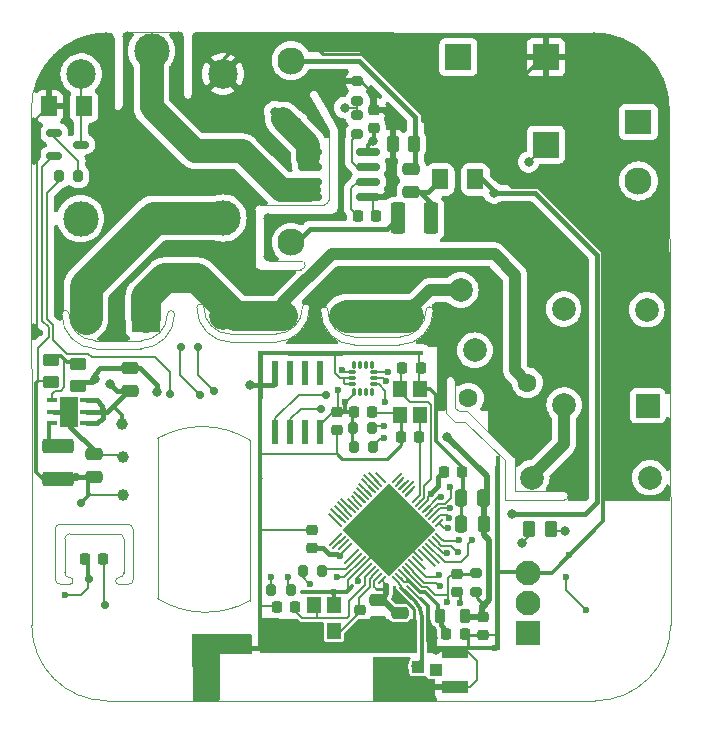
<source format=gbr>
%TF.GenerationSoftware,KiCad,Pcbnew,7.0.6*%
%TF.CreationDate,2023-07-20T17:02:44+02:00*%
%TF.ProjectId,smart_power_socket-54x54x1_6mm_3Cu,736d6172-745f-4706-9f77-65725f736f63,rev?*%
%TF.SameCoordinates,Original*%
%TF.FileFunction,Copper,L1,Top*%
%TF.FilePolarity,Positive*%
%FSLAX46Y46*%
G04 Gerber Fmt 4.6, Leading zero omitted, Abs format (unit mm)*
G04 Created by KiCad (PCBNEW 7.0.6) date 2023-07-20 17:02:44*
%MOMM*%
%LPD*%
G01*
G04 APERTURE LIST*
G04 Aperture macros list*
%AMRoundRect*
0 Rectangle with rounded corners*
0 $1 Rounding radius*
0 $2 $3 $4 $5 $6 $7 $8 $9 X,Y pos of 4 corners*
0 Add a 4 corners polygon primitive as box body*
4,1,4,$2,$3,$4,$5,$6,$7,$8,$9,$2,$3,0*
0 Add four circle primitives for the rounded corners*
1,1,$1+$1,$2,$3*
1,1,$1+$1,$4,$5*
1,1,$1+$1,$6,$7*
1,1,$1+$1,$8,$9*
0 Add four rect primitives between the rounded corners*
20,1,$1+$1,$2,$3,$4,$5,0*
20,1,$1+$1,$4,$5,$6,$7,0*
20,1,$1+$1,$6,$7,$8,$9,0*
20,1,$1+$1,$8,$9,$2,$3,0*%
%AMRotRect*
0 Rectangle, with rotation*
0 The origin of the aperture is its center*
0 $1 length*
0 $2 width*
0 $3 Rotation angle, in degrees counterclockwise*
0 Add horizontal line*
21,1,$1,$2,0,0,$3*%
G04 Aperture macros list end*
%TA.AperFunction,SMDPad,CuDef*%
%ADD10RoundRect,0.218750X0.218750X0.381250X-0.218750X0.381250X-0.218750X-0.381250X0.218750X-0.381250X0*%
%TD*%
%TA.AperFunction,SMDPad,CuDef*%
%ADD11RoundRect,0.200000X-0.200000X-0.275000X0.200000X-0.275000X0.200000X0.275000X-0.200000X0.275000X0*%
%TD*%
%TA.AperFunction,SMDPad,CuDef*%
%ADD12RoundRect,0.250000X-0.450000X0.262500X-0.450000X-0.262500X0.450000X-0.262500X0.450000X0.262500X0*%
%TD*%
%TA.AperFunction,SMDPad,CuDef*%
%ADD13RoundRect,0.225000X-0.250000X0.225000X-0.250000X-0.225000X0.250000X-0.225000X0.250000X0.225000X0*%
%TD*%
%TA.AperFunction,SMDPad,CuDef*%
%ADD14RoundRect,0.250000X1.075000X-0.375000X1.075000X0.375000X-1.075000X0.375000X-1.075000X-0.375000X0*%
%TD*%
%TA.AperFunction,SMDPad,CuDef*%
%ADD15RoundRect,0.250000X0.475000X-0.250000X0.475000X0.250000X-0.475000X0.250000X-0.475000X-0.250000X0*%
%TD*%
%TA.AperFunction,SMDPad,CuDef*%
%ADD16C,1.000000*%
%TD*%
%TA.AperFunction,SMDPad,CuDef*%
%ADD17RoundRect,0.200000X-0.275000X0.200000X-0.275000X-0.200000X0.275000X-0.200000X0.275000X0.200000X0*%
%TD*%
%TA.AperFunction,SMDPad,CuDef*%
%ADD18RoundRect,0.150000X-0.512500X-0.150000X0.512500X-0.150000X0.512500X0.150000X-0.512500X0.150000X0*%
%TD*%
%TA.AperFunction,SMDPad,CuDef*%
%ADD19RoundRect,0.225000X0.225000X0.250000X-0.225000X0.250000X-0.225000X-0.250000X0.225000X-0.250000X0*%
%TD*%
%TA.AperFunction,SMDPad,CuDef*%
%ADD20RoundRect,0.200000X0.275000X-0.200000X0.275000X0.200000X-0.275000X0.200000X-0.275000X-0.200000X0*%
%TD*%
%TA.AperFunction,SMDPad,CuDef*%
%ADD21RoundRect,0.250000X0.250000X0.475000X-0.250000X0.475000X-0.250000X-0.475000X0.250000X-0.475000X0*%
%TD*%
%TA.AperFunction,SMDPad,CuDef*%
%ADD22RoundRect,0.250001X0.462499X0.624999X-0.462499X0.624999X-0.462499X-0.624999X0.462499X-0.624999X0*%
%TD*%
%TA.AperFunction,SMDPad,CuDef*%
%ADD23RoundRect,0.250000X0.450000X-0.262500X0.450000X0.262500X-0.450000X0.262500X-0.450000X-0.262500X0*%
%TD*%
%TA.AperFunction,SMDPad,CuDef*%
%ADD24R,0.840000X0.420000*%
%TD*%
%TA.AperFunction,SMDPad,CuDef*%
%ADD25R,1.600000X2.500000*%
%TD*%
%TA.AperFunction,SMDPad,CuDef*%
%ADD26RoundRect,0.225000X-0.225000X-0.250000X0.225000X-0.250000X0.225000X0.250000X-0.225000X0.250000X0*%
%TD*%
%TA.AperFunction,SMDPad,CuDef*%
%ADD27RoundRect,0.225000X0.250000X-0.225000X0.250000X0.225000X-0.250000X0.225000X-0.250000X-0.225000X0*%
%TD*%
%TA.AperFunction,SMDPad,CuDef*%
%ADD28RoundRect,0.150000X-0.825000X-0.150000X0.825000X-0.150000X0.825000X0.150000X-0.825000X0.150000X0*%
%TD*%
%TA.AperFunction,SMDPad,CuDef*%
%ADD29R,1.200000X1.400000*%
%TD*%
%TA.AperFunction,SMDPad,CuDef*%
%ADD30RoundRect,0.087500X-0.087500X0.225000X-0.087500X-0.225000X0.087500X-0.225000X0.087500X0.225000X0*%
%TD*%
%TA.AperFunction,SMDPad,CuDef*%
%ADD31RoundRect,0.087500X-0.225000X0.087500X-0.225000X-0.087500X0.225000X-0.087500X0.225000X0.087500X0*%
%TD*%
%TA.AperFunction,SMDPad,CuDef*%
%ADD32RoundRect,0.041300X-0.253700X0.948700X-0.253700X-0.948700X0.253700X-0.948700X0.253700X0.948700X0*%
%TD*%
%TA.AperFunction,SMDPad,CuDef*%
%ADD33R,1.000000X1.000000*%
%TD*%
%TA.AperFunction,SMDPad,CuDef*%
%ADD34RoundRect,0.050000X0.309359X-0.238649X-0.238649X0.309359X-0.309359X0.238649X0.238649X-0.309359X0*%
%TD*%
%TA.AperFunction,SMDPad,CuDef*%
%ADD35RoundRect,0.050000X0.309359X0.238649X0.238649X0.309359X-0.309359X-0.238649X-0.238649X-0.309359X0*%
%TD*%
%TA.AperFunction,SMDPad,CuDef*%
%ADD36RoundRect,0.002500X0.003536X0.000000X0.000000X0.003536X-0.003536X0.000000X0.000000X-0.003536X0*%
%TD*%
%TA.AperFunction,SMDPad,CuDef*%
%ADD37RotRect,5.600000X5.600000X135.000000*%
%TD*%
%TA.AperFunction,SMDPad,CuDef*%
%ADD38RoundRect,0.250000X0.262500X0.450000X-0.262500X0.450000X-0.262500X-0.450000X0.262500X-0.450000X0*%
%TD*%
%TA.AperFunction,SMDPad,CuDef*%
%ADD39R,0.400000X16.500000*%
%TD*%
%TA.AperFunction,SMDPad,CuDef*%
%ADD40R,0.400000X25.400000*%
%TD*%
%TA.AperFunction,SMDPad,CuDef*%
%ADD41R,2.195000X2.195000*%
%TD*%
%TA.AperFunction,SMDPad,CuDef*%
%ADD42RoundRect,0.250000X0.375000X1.075000X-0.375000X1.075000X-0.375000X-1.075000X0.375000X-1.075000X0*%
%TD*%
%TA.AperFunction,SMDPad,CuDef*%
%ADD43R,2.250000X1.100000*%
%TD*%
%TA.AperFunction,SMDPad,CuDef*%
%ADD44R,1.100000X1.050000*%
%TD*%
%TA.AperFunction,SMDPad,CuDef*%
%ADD45R,14.000000X0.400000*%
%TD*%
%TA.AperFunction,SMDPad,CuDef*%
%ADD46R,5.700000X0.400000*%
%TD*%
%TA.AperFunction,SMDPad,CuDef*%
%ADD47R,13.300000X0.400000*%
%TD*%
%TA.AperFunction,ComponentPad*%
%ADD48C,1.600000*%
%TD*%
%TA.AperFunction,ComponentPad*%
%ADD49C,3.000000*%
%TD*%
%TA.AperFunction,ComponentPad*%
%ADD50C,2.500000*%
%TD*%
%TA.AperFunction,ComponentPad*%
%ADD51C,2.010000*%
%TD*%
%TA.AperFunction,ComponentPad*%
%ADD52R,2.340000X2.340000*%
%TD*%
%TA.AperFunction,ComponentPad*%
%ADD53C,2.340000*%
%TD*%
%TA.AperFunction,ComponentPad*%
%ADD54R,2.000000X2.000000*%
%TD*%
%TA.AperFunction,ComponentPad*%
%ADD55C,2.000000*%
%TD*%
%TA.AperFunction,ComponentPad*%
%ADD56R,2.300000X2.000000*%
%TD*%
%TA.AperFunction,ComponentPad*%
%ADD57C,2.300000*%
%TD*%
%TA.AperFunction,ComponentPad*%
%ADD58R,2.100000X2.100000*%
%TD*%
%TA.AperFunction,ComponentPad*%
%ADD59C,2.100000*%
%TD*%
%TA.AperFunction,ViaPad*%
%ADD60C,0.700000*%
%TD*%
%TA.AperFunction,ViaPad*%
%ADD61C,0.600000*%
%TD*%
%TA.AperFunction,ViaPad*%
%ADD62C,0.800000*%
%TD*%
%TA.AperFunction,Conductor*%
%ADD63C,0.200000*%
%TD*%
%TA.AperFunction,Conductor*%
%ADD64C,0.300000*%
%TD*%
%TA.AperFunction,Conductor*%
%ADD65C,0.320000*%
%TD*%
%TA.AperFunction,Conductor*%
%ADD66C,0.400000*%
%TD*%
%TA.AperFunction,Conductor*%
%ADD67C,0.510000*%
%TD*%
%TA.AperFunction,Conductor*%
%ADD68C,0.150000*%
%TD*%
%TA.AperFunction,Conductor*%
%ADD69C,0.250000*%
%TD*%
%TA.AperFunction,Conductor*%
%ADD70C,0.180000*%
%TD*%
%TA.AperFunction,Conductor*%
%ADD71C,2.000000*%
%TD*%
%TA.AperFunction,Conductor*%
%ADD72C,1.000000*%
%TD*%
%TA.AperFunction,Conductor*%
%ADD73C,2.800000*%
%TD*%
%TA.AperFunction,Conductor*%
%ADD74C,2.500000*%
%TD*%
%TA.AperFunction,Profile*%
%ADD75C,0.100000*%
%TD*%
G04 APERTURE END LIST*
D10*
%TO.P,L1,1,1*%
%TO.N,3V3*%
X150705000Y-119490000D03*
%TO.P,L1,2,2*%
%TO.N,Net-(EC10-Pad1)*%
X148580000Y-119490000D03*
%TD*%
D11*
%TO.P,ER2,1*%
%TO.N,TXD0*%
X137000000Y-115680000D03*
%TO.P,ER2,2*%
%TO.N,Net-(ESP32S1-U0TXD{slash}PROG{slash}GPIO43)*%
X138650000Y-115680000D03*
%TD*%
D12*
%TO.P,AR1,1*%
%TO.N,Net-(AU1-FB)*%
X117970000Y-98115000D03*
%TO.P,AR1,2*%
%TO.N,GND*%
X117970000Y-99940000D03*
%TD*%
D13*
%TO.P,EC15,1*%
%TO.N,Net-(ESP32S1-XTAL_P)*%
X141845076Y-118955500D03*
%TO.P,EC15,2*%
%TO.N,GND*%
X141845076Y-120505500D03*
%TD*%
D14*
%TO.P,AL1,1,1*%
%TO.N,3V3*%
X116259924Y-107830000D03*
%TO.P,AL1,2,2*%
%TO.N,Net-(AU1-SW)*%
X116259924Y-105030000D03*
%TD*%
D15*
%TO.P,AC1,1*%
%TO.N,3V3*%
X119320000Y-107650000D03*
%TO.P,AC1,2*%
%TO.N,GND*%
X119320000Y-105750000D03*
%TD*%
D16*
%TO.P,TP3,1,1*%
%TO.N,5V0*%
X121710000Y-103190000D03*
%TD*%
D17*
%TO.P,ER5,1*%
%TO.N,GND*%
X141629924Y-74172000D03*
%TO.P,ER5,2*%
%TO.N,ACS_HALL_IO10*%
X141629924Y-75822000D03*
%TD*%
D18*
%TO.P,RQ1,1,E*%
%TO.N,Net-(RQ1-E)*%
X115970000Y-78590000D03*
%TO.P,RQ1,2,B*%
%TO.N,3V3*%
X115970000Y-80490000D03*
%TO.P,RQ1,3,C*%
%TO.N,Net-(HLD3-K)*%
X118245000Y-79540000D03*
%TD*%
D19*
%TO.P,EC19,1*%
%TO.N,GND*%
X143214924Y-85547000D03*
%TO.P,EC19,2*%
%TO.N,Net-(ACS1-FILTER)*%
X141664924Y-85547000D03*
%TD*%
%TO.P,ATH20_C1,1*%
%TO.N,GND*%
X120120000Y-114650000D03*
%TO.P,ATH20_C1,2*%
%TO.N,3V3*%
X118570000Y-114650000D03*
%TD*%
D20*
%TO.P,ER1,1*%
%TO.N,3V3*%
X151640000Y-117445000D03*
%TO.P,ER1,2*%
%TO.N,CHIP_EN*%
X151640000Y-115795000D03*
%TD*%
D21*
%TO.P,EC3,1*%
%TO.N,3V3*%
X152290000Y-109440000D03*
%TO.P,EC3,2*%
%TO.N,GND*%
X150390000Y-109440000D03*
%TD*%
D20*
%TO.P,ER4,1*%
%TO.N,Net-(ACS1-VIOUT)*%
X141599924Y-78672000D03*
%TO.P,ER4,2*%
%TO.N,ACS_HALL_IO10*%
X141599924Y-77022000D03*
%TD*%
D19*
%TO.P,IMUC1,1*%
%TO.N,GND*%
X142850000Y-102140000D03*
%TO.P,IMUC1,2*%
%TO.N,3V3*%
X141300000Y-102140000D03*
%TD*%
D22*
%TO.P,HLD1,1,K*%
%TO.N,5V0*%
X151617424Y-82492000D03*
%TO.P,HLD1,2,A*%
%TO.N,PROBE_5V0*%
X148642424Y-82492000D03*
%TD*%
D23*
%TO.P,AR2,1*%
%TO.N,3V3*%
X115670000Y-99602500D03*
%TO.P,AR2,2*%
%TO.N,Net-(AU1-FB)*%
X115670000Y-97777500D03*
%TD*%
D24*
%TO.P,AU1,1,FB*%
%TO.N,Net-(AU1-FB)*%
X115734924Y-101192000D03*
%TO.P,AU1,2,GND*%
%TO.N,GND*%
X115734924Y-102142000D03*
%TO.P,AU1,3,SW*%
%TO.N,Net-(AU1-SW)*%
X115734924Y-103092000D03*
%TO.P,AU1,4,VIN_SW*%
%TO.N,5V0*%
X118604924Y-103092000D03*
%TO.P,AU1,5,VIN_A*%
X118604924Y-102142000D03*
%TO.P,AU1,6,EN*%
X118604924Y-101192000D03*
D25*
%TO.P,AU1,7*%
%TO.N,N/C*%
X117169924Y-102142000D03*
%TD*%
D26*
%TO.P,EC10,1*%
%TO.N,Net-(EC10-Pad1)*%
X149170076Y-121000500D03*
%TO.P,EC10,2*%
%TO.N,GND*%
X150720076Y-121000500D03*
%TD*%
D27*
%TO.P,EC1,1*%
%TO.N,GND*%
X150100000Y-117420000D03*
%TO.P,EC1,2*%
%TO.N,CHIP_EN*%
X150100000Y-115870000D03*
%TD*%
%TO.P,AUC1,1*%
%TO.N,GND*%
X139865000Y-103737500D03*
%TO.P,AUC1,2*%
%TO.N,3V3*%
X139865000Y-102187500D03*
%TD*%
D28*
%TO.P,ACS1,1,IP+*%
%TO.N,/GND_220*%
X137604924Y-80132000D03*
%TO.P,ACS1,2,IP+*%
X137604924Y-81402000D03*
%TO.P,ACS1,3,IP-*%
%TO.N,Net-(ACS1-IP--Pad3)*%
X137604924Y-82672000D03*
%TO.P,ACS1,4,IP-*%
X137604924Y-83942000D03*
%TO.P,ACS1,5,GND*%
%TO.N,GND*%
X142554924Y-83942000D03*
%TO.P,ACS1,6,FILTER*%
%TO.N,Net-(ACS1-FILTER)*%
X142554924Y-82672000D03*
%TO.P,ACS1,7,VIOUT*%
%TO.N,Net-(ACS1-VIOUT)*%
X142554924Y-81402000D03*
%TO.P,ACS1,8,VCC*%
%TO.N,5V0*%
X142554924Y-80132000D03*
%TD*%
D29*
%TO.P,ECY1,1,1*%
%TO.N,Net-(ESP32S1-GPIO16{slash}ADC2_CH5{slash}XTAL_32K_N)*%
X146965000Y-102452500D03*
%TO.P,ECY1,2,2*%
%TO.N,GND*%
X146965000Y-100252500D03*
%TO.P,ECY1,3,3*%
%TO.N,Net-(ESP32S1-GPIO15{slash}ADC2_CH4{slash}XTAL_32K_P)*%
X145265000Y-100252500D03*
%TO.P,ECY1,4,4*%
%TO.N,GND*%
X145265000Y-102452500D03*
%TD*%
D15*
%TO.P,EC4,1*%
%TO.N,GND*%
X143385076Y-119990500D03*
%TO.P,EC4,2*%
%TO.N,3V3*%
X143385076Y-118090500D03*
%TD*%
%TO.P,HLC1,1*%
%TO.N,PROBE_5V0*%
X146189924Y-83532000D03*
%TO.P,HLC1,2*%
%TO.N,GND3*%
X146189924Y-81632000D03*
%TD*%
D29*
%TO.P,ECY2,1,1*%
%TO.N,Net-(ESP32S1-XTAL_P)*%
X139650000Y-120720000D03*
%TO.P,ECY2,2,2*%
%TO.N,GND*%
X139650000Y-118520000D03*
%TO.P,ECY2,3,3*%
%TO.N,Net-(ESP32S1-XTAL_N)*%
X137950000Y-118520000D03*
%TO.P,ECY2,4,4*%
%TO.N,GND*%
X137950000Y-120720000D03*
%TD*%
D11*
%TO.P,RR1,1*%
%TO.N,RELAY_EN_IO11*%
X116355000Y-82240000D03*
%TO.P,RR1,2*%
%TO.N,Net-(RQ1-E)*%
X118005000Y-82240000D03*
%TD*%
D16*
%TO.P,TP2,1,1*%
%TO.N,GND*%
X121790000Y-105970000D03*
%TD*%
D13*
%TO.P,EC18,1*%
%TO.N,GND*%
X143039924Y-76582000D03*
%TO.P,EC18,2*%
%TO.N,5V0*%
X143039924Y-78132000D03*
%TD*%
D30*
%TO.P,U3,1,SDO/SA0*%
%TO.N,unconnected-(U3-SDO{slash}SA0-Pad1)*%
X142870000Y-98165000D03*
%TO.P,U3,2,SDX*%
%TO.N,unconnected-(U3-SDX-Pad2)*%
X142370000Y-98165000D03*
%TO.P,U3,3,SCX*%
%TO.N,unconnected-(U3-SCX-Pad3)*%
X141870000Y-98165000D03*
%TO.P,U3,4,INT1*%
%TO.N,unconnected-(U3-INT1-Pad4)*%
X141370000Y-98165000D03*
D31*
%TO.P,U3,5,VDDIO*%
%TO.N,3V3*%
X141207500Y-98827500D03*
%TO.P,U3,6,GND*%
%TO.N,GND*%
X141207500Y-99327500D03*
%TO.P,U3,7,GND*%
X141207500Y-99827500D03*
D30*
%TO.P,U3,8,VDD*%
%TO.N,3V3*%
X141370000Y-100490000D03*
%TO.P,U3,9,INT2*%
%TO.N,unconnected-(U3-INT2-Pad9)*%
X141870000Y-100490000D03*
%TO.P,U3,10,NC*%
%TO.N,unconnected-(U3-NC-Pad10)*%
X142370000Y-100490000D03*
%TO.P,U3,11,NC*%
%TO.N,unconnected-(U3-NC-Pad11)*%
X142870000Y-100490000D03*
D31*
%TO.P,U3,12,CS*%
%TO.N,IMU_CS_IO06*%
X143032500Y-99827500D03*
%TO.P,U3,13,SCL*%
%TO.N,GPIO9_I2C_SCL*%
X143032500Y-99327500D03*
%TO.P,U3,14,SDA*%
%TO.N,GPIO8_I2C_SDA*%
X143032500Y-98827500D03*
%TD*%
D22*
%TO.P,HLD3,1,K*%
%TO.N,Net-(HLD3-K)*%
X118487500Y-76310000D03*
%TO.P,HLD3,2,A*%
%TO.N,GND*%
X115512500Y-76310000D03*
%TD*%
D32*
%TO.P,U1,1*%
%TO.N,N/C*%
X138460000Y-98910000D03*
%TO.P,U1,2*%
X137190000Y-98910000D03*
%TO.P,U1,3*%
X135920000Y-98910000D03*
%TO.P,U1,4,GND*%
%TO.N,GND*%
X134650000Y-98910000D03*
%TO.P,U1,5,SDA*%
%TO.N,GPIO8_I2C_SDA*%
X134650000Y-103850000D03*
%TO.P,U1,6,SCL*%
%TO.N,GPIO9_I2C_SCL*%
X135920000Y-103850000D03*
%TO.P,U1,7*%
%TO.N,N/C*%
X137190000Y-103850000D03*
%TO.P,U1,8,VCC*%
%TO.N,3V3*%
X138460000Y-103850000D03*
%TD*%
D19*
%TO.P,EC17,1*%
%TO.N,Net-(ESP32S1-XTAL_N)*%
X136375076Y-118670500D03*
%TO.P,EC17,2*%
%TO.N,GND*%
X134825076Y-118670500D03*
%TD*%
D33*
%TO.P,REF\u002A\u002A,1*%
%TO.N,N/C*%
X146790000Y-123790000D03*
%TD*%
D34*
%TO.P,ESP32S1,1,LNA_IN/RF*%
%TO.N,ESP_LNA_RF*%
X144862202Y-116406708D03*
%TO.P,ESP32S1,2,VDD3P3*%
%TO.N,Net-(EC10-Pad1)*%
X145145045Y-116123865D03*
%TO.P,ESP32S1,3,VDD3P3*%
X145427887Y-115841023D03*
%TO.P,ESP32S1,4,CHIP_PU/RESET*%
%TO.N,CHIP_EN*%
X145710730Y-115558180D03*
%TO.P,ESP32S1,5,GPIO0/BOOT*%
%TO.N,ESP_GPIO0_BOOT-DTR*%
X145993573Y-115275337D03*
%TO.P,ESP32S1,6,GPIO1/ADC1_CH0*%
%TO.N,DS_TEMP_IO01*%
X146276415Y-114992495D03*
%TO.P,ESP32S1,7,GPIO2/ADC1_CH1*%
%TO.N,unconnected-(ESP32S1-GPIO2{slash}ADC1_CH1-Pad7)*%
X146559258Y-114709652D03*
%TO.P,ESP32S1,8,GPIO3/ADC1_CH2*%
%TO.N,GND*%
X146842101Y-114426809D03*
%TO.P,ESP32S1,9,GPIO4/ADC1_CH3*%
%TO.N,unconnected-(ESP32S1-GPIO4{slash}ADC1_CH3-Pad9)*%
X147124944Y-114143966D03*
%TO.P,ESP32S1,10,GPIO5/ADC1_CH4*%
%TO.N,unconnected-(ESP32S1-GPIO5{slash}ADC1_CH4-Pad10)*%
X147407786Y-113861124D03*
%TO.P,ESP32S1,11,GPIO6/ADC1_CH5*%
%TO.N,IMU_CS_IO06*%
X147690629Y-113578281D03*
%TO.P,ESP32S1,12,GPIO7/ADC1_CH6*%
%TO.N,BUZZER_IO07*%
X147973472Y-113295438D03*
%TO.P,ESP32S1,13,GPIO8/ADC1_CH7*%
%TO.N,GPIO8_I2C_SDA*%
X148256314Y-113012596D03*
%TO.P,ESP32S1,14,GPIO9/ADC1_CH8*%
%TO.N,GPIO9_I2C_SCL*%
X148539157Y-112729753D03*
D35*
%TO.P,ESP32S1,15,GPIO10/ADC1_CH9*%
%TO.N,ACS_HALL_IO10*%
X148539157Y-111545349D03*
%TO.P,ESP32S1,16,GPIO11/ADC2_CH0*%
%TO.N,RELAY_EN_IO11*%
X148256314Y-111262506D03*
%TO.P,ESP32S1,17,GPIO12/ADC2_CH1*%
%TO.N,LED_B_IO12*%
X147973472Y-110979664D03*
%TO.P,ESP32S1,18,GPIO13/ADC2_CH2*%
%TO.N,LED_R_IO13*%
X147690629Y-110696821D03*
%TO.P,ESP32S1,19,GPIO14/ADC2_CH3*%
%TO.N,LED_G_IO14*%
X147407786Y-110413978D03*
%TO.P,ESP32S1,20,VDD3P3_RTC*%
%TO.N,3V3*%
X147124944Y-110131136D03*
%TO.P,ESP32S1,21,GPIO15/ADC2_CH4/XTAL_32K_P*%
%TO.N,Net-(ESP32S1-GPIO15{slash}ADC2_CH4{slash}XTAL_32K_P)*%
X146842101Y-109848293D03*
%TO.P,ESP32S1,22,GPIO16/ADC2_CH5/XTAL_32K_N*%
%TO.N,Net-(ESP32S1-GPIO16{slash}ADC2_CH5{slash}XTAL_32K_N)*%
X146559258Y-109565450D03*
D36*
%TO.P,ESP32S1,23,GPIO17/ADC2_CH6/DAC_2*%
%TO.N,unconnected-(ESP32S1-GPIO17{slash}ADC2_CH6{slash}DAC_2-Pad23)*%
X146276415Y-109282607D03*
D35*
%TO.P,ESP32S1,24,GPIO18/ADC2_CH7/DAC_1*%
%TO.N,unconnected-(ESP32S1-GPIO18{slash}ADC2_CH7{slash}DAC_1-Pad24)*%
X145993573Y-108999765D03*
%TO.P,ESP32S1,25,GPIO19/USB_D-/ADC2_CH8*%
%TO.N,unconnected-(ESP32S1-GPIO19{slash}USB_D-{slash}ADC2_CH8-Pad25)*%
X145710730Y-108716922D03*
%TO.P,ESP32S1,26,GPIO20/USB_D+/ADC2_CH9*%
%TO.N,unconnected-(ESP32S1-GPIO20{slash}USB_D+{slash}ADC2_CH9-Pad26)*%
X145427887Y-108434079D03*
%TO.P,ESP32S1,27,GPIO21*%
%TO.N,unconnected-(ESP32S1-GPIO21-Pad27)*%
X145145045Y-108151237D03*
%TO.P,ESP32S1,28,SPI_CS1/GPIO26*%
%TO.N,SPICS1*%
X144862202Y-107868394D03*
D34*
%TO.P,ESP32S1,29,VDD_SPI*%
%TO.N,VDD_SPI*%
X143677798Y-107868394D03*
%TO.P,ESP32S1,30,SPIHD/GPIO27*%
%TO.N,SPIHD*%
X143394955Y-108151237D03*
%TO.P,ESP32S1,31,SPIWP/GPIO28*%
%TO.N,SPIWP*%
X143112113Y-108434079D03*
%TO.P,ESP32S1,32,SPICS0/GPIO29*%
%TO.N,SPICS0*%
X142829270Y-108716922D03*
%TO.P,ESP32S1,33,SPICLK/GPIO30*%
%TO.N,SPICLK*%
X142546427Y-108999765D03*
%TO.P,ESP32S1,34,SPIQ/GPIO31*%
%TO.N,SPIQ*%
X142263585Y-109282607D03*
%TO.P,ESP32S1,35,SPID/GPIO32*%
%TO.N,SPID*%
X141980742Y-109565450D03*
%TO.P,ESP32S1,36,SPICLK_N/GPIO48*%
%TO.N,unconnected-(ESP32S1-SPICLK_N{slash}GPIO48-Pad36)*%
X141697899Y-109848293D03*
%TO.P,ESP32S1,37,SPICLK_P/GPIO47*%
%TO.N,unconnected-(ESP32S1-SPICLK_P{slash}GPIO47-Pad37)*%
X141415056Y-110131136D03*
%TO.P,ESP32S1,38,GPIO33*%
%TO.N,unconnected-(ESP32S1-GPIO33-Pad38)*%
X141132214Y-110413978D03*
%TO.P,ESP32S1,39,GPIO34*%
%TO.N,unconnected-(ESP32S1-GPIO34-Pad39)*%
X140849371Y-110696821D03*
%TO.P,ESP32S1,40,GPIO35*%
%TO.N,unconnected-(ESP32S1-GPIO35-Pad40)*%
X140566528Y-110979664D03*
%TO.P,ESP32S1,41,GPIO36*%
%TO.N,unconnected-(ESP32S1-GPIO36-Pad41)*%
X140283686Y-111262506D03*
%TO.P,ESP32S1,42,GPIO37*%
%TO.N,unconnected-(ESP32S1-GPIO37-Pad42)*%
X140000843Y-111545349D03*
D35*
%TO.P,ESP32S1,43,GPIO38*%
%TO.N,unconnected-(ESP32S1-GPIO38-Pad43)*%
X140000843Y-112729753D03*
%TO.P,ESP32S1,44,MTCK/JTAG/GPIO39*%
%TO.N,unconnected-(ESP32S1-MTCK{slash}JTAG{slash}GPIO39-Pad44)*%
X140283686Y-113012596D03*
%TO.P,ESP32S1,45,MTDO/JTAG/GPIO40*%
%TO.N,unconnected-(ESP32S1-MTDO{slash}JTAG{slash}GPIO40-Pad45)*%
X140566528Y-113295438D03*
%TO.P,ESP32S1,46,VDD3P3_CPU*%
%TO.N,3V3*%
X140849371Y-113578281D03*
D36*
%TO.P,ESP32S1,47,MTDI/JTAG/GPIO41*%
%TO.N,unconnected-(ESP32S1-MTDI{slash}JTAG{slash}GPIO41-Pad47)*%
X141132214Y-113861124D03*
D35*
%TO.P,ESP32S1,48,MTMS/JTAG/GPIO42*%
%TO.N,unconnected-(ESP32S1-MTMS{slash}JTAG{slash}GPIO42-Pad48)*%
X141415056Y-114143966D03*
%TO.P,ESP32S1,49,U0TXD/PROG/GPIO43*%
%TO.N,Net-(ESP32S1-U0TXD{slash}PROG{slash}GPIO43)*%
X141697899Y-114426809D03*
%TO.P,ESP32S1,50,U0RXD/PROG/GPIO44*%
%TO.N,RXD0*%
X141980742Y-114709652D03*
%TO.P,ESP32S1,51,GPIO45*%
%TO.N,GND*%
X142263585Y-114992495D03*
%TO.P,ESP32S1,52,GPIO46*%
%TO.N,ESP_GPIO0_BOOT-DTR*%
X142546427Y-115275337D03*
%TO.P,ESP32S1,53,XTAL_N*%
%TO.N,Net-(ESP32S1-XTAL_N)*%
X142829270Y-115558180D03*
%TO.P,ESP32S1,54,XTAL_P*%
%TO.N,Net-(ESP32S1-XTAL_P)*%
X143112113Y-115841023D03*
%TO.P,ESP32S1,55,VDDA*%
%TO.N,3V3*%
X143394955Y-116123865D03*
%TO.P,ESP32S1,56,VDDA*%
X143677798Y-116406708D03*
D37*
%TO.P,ESP32S1,57,GND*%
%TO.N,GND*%
X144270000Y-112137551D03*
%TD*%
D11*
%TO.P,ER3,1*%
%TO.N,3V3*%
X134320076Y-117240500D03*
%TO.P,ER3,2*%
%TO.N,ESP_GPIO0_BOOT-DTR*%
X135970076Y-117240500D03*
%TD*%
D38*
%TO.P,DS1,1*%
%TO.N,3V3*%
X158000000Y-112110000D03*
%TO.P,DS1,2*%
%TO.N,DS_TEMP_IO01*%
X156175000Y-112110000D03*
%TD*%
D27*
%TO.P,EC11,1*%
%TO.N,3V3*%
X137820000Y-113685000D03*
%TO.P,EC11,2*%
%TO.N,GND*%
X137820000Y-112135000D03*
%TD*%
D13*
%TO.P,EC7,1*%
%TO.N,3V3*%
X152270000Y-119525000D03*
%TO.P,EC7,2*%
%TO.N,GND*%
X152270000Y-121075000D03*
%TD*%
D15*
%TO.P,AC2,1*%
%TO.N,5V0*%
X122369924Y-100372000D03*
%TO.P,AC2,2*%
%TO.N,GND*%
X122369924Y-98472000D03*
%TD*%
D39*
%TO.P,,1*%
%TO.N,GND*%
X153500000Y-114090000D03*
%TD*%
D40*
%TO.P,,1*%
%TO.N,GND*%
X133420076Y-109695500D03*
%TD*%
D15*
%TO.P,EC2,1*%
%TO.N,GND*%
X145205076Y-121080500D03*
%TO.P,EC2,2*%
%TO.N,3V3*%
X145205076Y-119180500D03*
%TD*%
D41*
%TO.P,BZ1,1,-*%
%TO.N,BUZZER_IO07*%
X157574924Y-79547000D03*
%TO.P,BZ1,2,+*%
%TO.N,GND*%
X157574924Y-72147000D03*
%TO.P,BZ1,3*%
%TO.N,N/C*%
X150174924Y-72147000D03*
%TD*%
D11*
%TO.P,IMR2,1*%
%TO.N,3V3*%
X141255076Y-103552500D03*
%TO.P,IMR2,2*%
%TO.N,GPIO9_I2C_SCL*%
X142905076Y-103552500D03*
%TD*%
%TO.P,IMR1,1*%
%TO.N,3V3*%
X141300000Y-105172500D03*
%TO.P,IMR1,2*%
%TO.N,GPIO8_I2C_SDA*%
X142950000Y-105172500D03*
%TD*%
D42*
%TO.P,HLL1,1,1*%
%TO.N,PROBE_5V0*%
X147859924Y-85792000D03*
%TO.P,HLL1,2,2*%
%TO.N,Net-(HiLink1-DC+)*%
X145059924Y-85792000D03*
%TD*%
D19*
%TO.P,EC12,1*%
%TO.N,Net-(ESP32S1-GPIO16{slash}ADC2_CH5{slash}XTAL_32K_N)*%
X146875000Y-104290000D03*
%TO.P,EC12,2*%
%TO.N,GND*%
X145325000Y-104290000D03*
%TD*%
D43*
%TO.P,J4,1,GND*%
%TO.N,GND*%
X149850000Y-122540000D03*
%TO.P,J4,2,GND*%
X149850000Y-125490000D03*
D44*
%TO.P,J4,3,SIG*%
%TO.N,ESP_LNA_RF*%
X148300000Y-124015000D03*
%TD*%
D38*
%TO.P,HLR2,1*%
%TO.N,GND3*%
X146432424Y-79482000D03*
%TO.P,HLR2,2*%
%TO.N,GND*%
X144607424Y-79482000D03*
%TD*%
D45*
%TO.P,REF\u002A\u002A,1*%
%TO.N,GND*%
X140225076Y-97170500D03*
%TD*%
D16*
%TO.P,TP1,1,1*%
%TO.N,3V3*%
X121780000Y-109170000D03*
%TD*%
D46*
%TO.P,,1*%
%TO.N,GND*%
X150790076Y-122155500D03*
%TD*%
D26*
%TO.P,EC14,1*%
%TO.N,Net-(ESP32S1-GPIO15{slash}ADC2_CH4{slash}XTAL_32K_P)*%
X145445000Y-98440000D03*
%TO.P,EC14,2*%
%TO.N,GND*%
X146995000Y-98440000D03*
%TD*%
D47*
%TO.P,REF\u002A\u002A,1*%
%TO.N,GND*%
X139890228Y-122195449D03*
%TD*%
D26*
%TO.P,EC8,1*%
%TO.N,3V3*%
X148970000Y-107292500D03*
%TO.P,EC8,2*%
%TO.N,GND*%
X150520000Y-107292500D03*
%TD*%
D21*
%TO.P,EC5,1*%
%TO.N,3V3*%
X152320000Y-111630000D03*
%TO.P,EC5,2*%
%TO.N,GND*%
X150420000Y-111630000D03*
%TD*%
D48*
%TO.P,HLV1,1*%
%TO.N,Net-(HLC2-Pad1)*%
X151019924Y-101002000D03*
%TO.P,HLV1,2*%
%TO.N,/GND_220*%
X156019924Y-99702000D03*
%TD*%
D49*
%TO.P,Relay1,1*%
%TO.N,Net-(ACS1-IP--Pad3)*%
X124194924Y-71607000D03*
D50*
%TO.P,Relay1,2*%
%TO.N,GND*%
X130244924Y-73557000D03*
D49*
%TO.P,Relay1,3*%
%TO.N,LINE_OUT*%
X130244924Y-85757000D03*
%TO.P,Relay1,4*%
%TO.N,unconnected-(Relay1-Pad4)*%
X118194924Y-85807000D03*
D50*
%TO.P,Relay1,5*%
%TO.N,Net-(HLD3-K)*%
X118244924Y-73557000D03*
%TD*%
D51*
%TO.P,PF1,1*%
%TO.N,Net-(HLC2-Pad1)*%
X151579924Y-96952000D03*
%TO.P,PF1,2*%
%TO.N,/AC_220_IN*%
X150379924Y-91852000D03*
%TD*%
D52*
%TO.P,J5,1,Pin_1*%
%TO.N,/GND_220*%
X123730000Y-94180000D03*
D53*
%TO.P,J5,2,Pin_2*%
%TO.N,LINE_OUT*%
X118650000Y-94180000D03*
%TD*%
D54*
%TO.P,HLL2,1,1*%
%TO.N,Net-(HiLink1-AC_N)*%
X166205549Y-101650750D03*
D55*
%TO.P,HLL2,2,2*%
%TO.N,Net-(HLC2-Pad1)*%
X159138049Y-101578250D03*
%TO.P,HLL2,3,3*%
%TO.N,Net-(HiLink1-AC_L)*%
X166135549Y-93522750D03*
%TO.P,HLL2,4,4*%
%TO.N,/GND_220*%
X159088049Y-93445250D03*
%TD*%
D52*
%TO.P,J2,1,Pin_1*%
%TO.N,/AC_220_IN*%
X145530000Y-94080000D03*
D53*
%TO.P,J2,2,Pin_2*%
X140450000Y-94080000D03*
%TO.P,J2,3,Pin_3*%
%TO.N,/GND_220*%
X135370000Y-94080000D03*
%TO.P,J2,4,Pin_4*%
X130290000Y-94080000D03*
%TD*%
D56*
%TO.P,HiLink1,1,AC_N*%
%TO.N,Net-(HiLink1-AC_N)*%
X165422424Y-77622000D03*
D57*
%TO.P,HiLink1,2,AC_L*%
%TO.N,Net-(HiLink1-AC_L)*%
X165422424Y-82622000D03*
%TO.P,HiLink1,3,DC-*%
%TO.N,GND3*%
X136022424Y-72422000D03*
%TO.P,HiLink1,4,DC+*%
%TO.N,Net-(HiLink1-DC+)*%
X136022424Y-87822000D03*
%TD*%
D58*
%TO.P,TEMPDS1,1,Pin_1*%
%TO.N,3V3*%
X156040000Y-120890000D03*
D59*
%TO.P,TEMPDS1,2,Pin_2*%
%TO.N,DS_TEMP_IO01*%
X156040000Y-118350000D03*
%TO.P,TEMPDS1,3,Pin_3*%
%TO.N,GND*%
X156040000Y-115810000D03*
%TD*%
D55*
%TO.P,HLC2,1*%
%TO.N,Net-(HLC2-Pad1)*%
X156390000Y-107740000D03*
%TO.P,HLC2,2*%
%TO.N,/GND_220*%
X166390000Y-107740000D03*
%TD*%
D60*
%TO.N,3V3*%
X117830000Y-107680000D03*
D61*
X140330000Y-98640000D03*
X116840000Y-117665500D03*
X140114000Y-114349424D03*
D60*
X152310228Y-118505449D03*
D61*
X140560000Y-101370000D03*
D60*
X118930000Y-116300000D03*
D61*
X134350000Y-116150000D03*
D62*
X159230000Y-112260000D03*
D61*
X147845553Y-109087813D03*
D62*
X149245000Y-104265000D03*
D60*
X118210000Y-109890000D03*
D61*
X139994000Y-100320000D03*
X144090076Y-116905500D03*
D62*
%TO.N,GND*%
X146230228Y-111825449D03*
X145180228Y-110845449D03*
X144960228Y-113185449D03*
X143964000Y-112059424D03*
X132530000Y-99920000D03*
D61*
X150350000Y-118380000D03*
D62*
X119400000Y-99400000D03*
X142760228Y-110905449D03*
X148270000Y-122360000D03*
D61*
X114720000Y-95450000D03*
D62*
X148009924Y-77522000D03*
D61*
X159580000Y-114300000D03*
D62*
X142600076Y-113375500D03*
D60*
X120240000Y-118550000D03*
D62*
X117169924Y-102142000D03*
X143610228Y-114425449D03*
D61*
X153250000Y-122150000D03*
X139630000Y-117380000D03*
D62*
X144544924Y-77452000D03*
X124630000Y-100510000D03*
X144120228Y-109945449D03*
%TO.N,5V0*%
X153179924Y-83642000D03*
X120690000Y-99820000D03*
X154730000Y-110850000D03*
X142924924Y-79202000D03*
D61*
%TO.N,RXD0*%
X139865000Y-116185000D03*
%TO.N,TXD0*%
X137600000Y-116720500D03*
%TO.N,CHIP_EN*%
X149190000Y-118250000D03*
X160970000Y-118920000D03*
X159270000Y-116160000D03*
%TO.N,ESP_GPIO0_BOOT-DTR*%
X141638277Y-116465625D03*
X148600000Y-116950000D03*
X135735076Y-116170500D03*
%TO.N,GPIO8_I2C_SDA*%
X143870000Y-104350000D03*
X144220670Y-98763567D03*
D60*
X138990000Y-100730000D03*
D61*
X150150000Y-114010000D03*
%TO.N,GPIO9_I2C_SCL*%
X150240000Y-113040000D03*
D60*
X138540000Y-101900000D03*
D61*
X144030000Y-99540000D03*
X143900000Y-103360000D03*
D60*
%TO.N,ACS_HALL_IO10*%
X126680000Y-96660000D03*
X128330000Y-100745500D03*
D61*
X149325076Y-111980500D03*
D62*
X140549924Y-76412000D03*
D61*
%TO.N,RELAY_EN_IO11*%
X149395076Y-111123185D03*
D60*
X125750000Y-100650000D03*
D61*
%TO.N,LED_B_IO12*%
X149472274Y-110325769D03*
%TO.N,LED_R_IO13*%
X149470000Y-108550000D03*
%TO.N,LED_G_IO14*%
X148740000Y-109380000D03*
D62*
%TO.N,DS_TEMP_IO01*%
X155597424Y-113292576D03*
D61*
X148540000Y-116000000D03*
%TO.N,IMU_CS_IO06*%
X144000000Y-101300000D03*
X151370000Y-112980000D03*
D60*
%TO.N,BUZZER_IO07*%
X129480000Y-100395500D03*
D61*
X149175076Y-114150500D03*
D62*
X156120000Y-81020000D03*
D60*
X128100000Y-96650000D03*
D62*
%TO.N,ESP_LNA_RF*%
X146550000Y-123700000D03*
%TO.N,/GND_220*%
X135770000Y-78450000D03*
X134640000Y-76740000D03*
X136890000Y-78680000D03*
X136520000Y-77590000D03*
X135600000Y-76870000D03*
X135020000Y-77640000D03*
%TD*%
D63*
%TO.N,3V3*%
X115490000Y-95790000D02*
X114975000Y-96305000D01*
D64*
X134320076Y-117240500D02*
X134430076Y-117350500D01*
D65*
X140570000Y-102187500D02*
X140570000Y-101380000D01*
D63*
X143699385Y-116404606D02*
X144090076Y-116795297D01*
D66*
X138180000Y-113695000D02*
X138715000Y-113695000D01*
D67*
X143715076Y-118000500D02*
X144895076Y-119180500D01*
D63*
X114562500Y-99552500D02*
X114550000Y-99540000D01*
D67*
X152165076Y-119530500D02*
X150855076Y-119530500D01*
D68*
X141370000Y-100620000D02*
X141370000Y-100490000D01*
D63*
X159200000Y-112290000D02*
X158290424Y-112290000D01*
X144080228Y-117155449D02*
X144090076Y-117145601D01*
D69*
X143200025Y-117155449D02*
X144080228Y-117155449D01*
D63*
X115670000Y-99552500D02*
X114562500Y-99552500D01*
X141300000Y-102140000D02*
X140990000Y-101830000D01*
D64*
X114429924Y-99685076D02*
X114429924Y-107282000D01*
D65*
X139865000Y-102187500D02*
X140570000Y-102187500D01*
D67*
X149245000Y-104265000D02*
X152564000Y-107584000D01*
D63*
X138460000Y-103260000D02*
X138460000Y-103850000D01*
X115970000Y-80400000D02*
X114920000Y-81450000D01*
D67*
X152438076Y-110029424D02*
X152454000Y-110029424D01*
D64*
X118839924Y-108950000D02*
X118839924Y-108130076D01*
D66*
X139924576Y-114240000D02*
X140099000Y-114414424D01*
D63*
X140114000Y-114313652D02*
X140849371Y-113578281D01*
D70*
X147845553Y-109087813D02*
X147636053Y-109297313D01*
D68*
X141300000Y-102140000D02*
X141294576Y-102140000D01*
D64*
X114562500Y-99552500D02*
X114429924Y-99685076D01*
D68*
X134320076Y-116105500D02*
X134320076Y-117240500D01*
D67*
X152375000Y-112632500D02*
X152375000Y-110092500D01*
X152564000Y-107584000D02*
X152564000Y-109999424D01*
X152745076Y-113002576D02*
X152375000Y-112632500D01*
D64*
X156382000Y-121142000D02*
X156130000Y-120890000D01*
D66*
X147845553Y-109060023D02*
X148460000Y-108445576D01*
D67*
X152745076Y-114610000D02*
X152745076Y-113002576D01*
D63*
X134179760Y-117217642D02*
X134209760Y-117247642D01*
D66*
X147845553Y-109087813D02*
X147845553Y-109060023D01*
D67*
X152745076Y-118070601D02*
X152745076Y-114610000D01*
D69*
X141141500Y-102141000D02*
X141280000Y-102002500D01*
X151760228Y-117780449D02*
X151760228Y-117955449D01*
D68*
X121780000Y-109170000D02*
X119059924Y-109170000D01*
D67*
X152185076Y-119175297D02*
X152185076Y-118630601D01*
X150702728Y-119365449D02*
X150652728Y-119315449D01*
D63*
X158290424Y-112290000D02*
X157820424Y-111820000D01*
D64*
X114974924Y-107827000D02*
X116784924Y-107827000D01*
D63*
X143060228Y-116458592D02*
X143394955Y-116123865D01*
D70*
X147636053Y-109297313D02*
X147636053Y-109629523D01*
D65*
X140905924Y-102187500D02*
X141124000Y-101969424D01*
D67*
X152310228Y-118505449D02*
X152745076Y-118070601D01*
D65*
X140570000Y-102187500D02*
X140905924Y-102187500D01*
D63*
X159230000Y-112260000D02*
X159200000Y-112290000D01*
D66*
X116749924Y-107712000D02*
X119019924Y-107712000D01*
D68*
X119059924Y-109170000D02*
X118839924Y-108950000D01*
D67*
X144090076Y-116905500D02*
X144090076Y-117145601D01*
D63*
X114975000Y-96305000D02*
X114640000Y-96640000D01*
D68*
X140560000Y-101370000D02*
X140620000Y-101370000D01*
D63*
X139532500Y-102187500D02*
X138460000Y-103260000D01*
D67*
X144090076Y-117145601D02*
X144090076Y-117625500D01*
X150855076Y-119530500D02*
X150815076Y-119490500D01*
D64*
X118790000Y-114955000D02*
X118790000Y-116185000D01*
X115670000Y-99552500D02*
X115434500Y-99317000D01*
D63*
X115970000Y-80270000D02*
X115970000Y-80400000D01*
D64*
X118839924Y-108130076D02*
X119320000Y-107650000D01*
D63*
X144090076Y-116795297D02*
X144090076Y-116905500D01*
D64*
X115434500Y-99317000D02*
X115264924Y-99317000D01*
D67*
X152375000Y-110092500D02*
X152438076Y-110029424D01*
D63*
X115490000Y-95010000D02*
X115490000Y-95790000D01*
X143165076Y-117120500D02*
X143060228Y-117015652D01*
D70*
X147636053Y-109629523D02*
X147191177Y-110074399D01*
D68*
X139865000Y-102187500D02*
X139994000Y-102058500D01*
D67*
X152185076Y-118630601D02*
X152310228Y-118505449D01*
D69*
X141141500Y-105014000D02*
X141141500Y-102141000D01*
D63*
X114550000Y-96730000D02*
X114975000Y-96305000D01*
D68*
X116840000Y-117665500D02*
X118194500Y-117665500D01*
X141294576Y-102140000D02*
X141124000Y-101969424D01*
D63*
X114550000Y-99540000D02*
X114550000Y-96730000D01*
D69*
X151760228Y-117955449D02*
X152310228Y-118505449D01*
D68*
X140620000Y-101370000D02*
X141370000Y-100620000D01*
D63*
X140114000Y-114349424D02*
X140114000Y-114313652D01*
D64*
X118210000Y-109890000D02*
X118839924Y-109260076D01*
D68*
X118194500Y-117665500D02*
X118790000Y-117070000D01*
D67*
X144895076Y-119180500D02*
X145205076Y-119180500D01*
D69*
X141300000Y-105172500D02*
X141141500Y-105014000D01*
D66*
X148460000Y-107680677D02*
X148845228Y-107295449D01*
X148460000Y-108445576D02*
X148460000Y-107680677D01*
D68*
X118570000Y-114680000D02*
X118790000Y-114900000D01*
D63*
X139865000Y-102187500D02*
X139532500Y-102187500D01*
X143060228Y-117015652D02*
X143060228Y-116458592D01*
D68*
X140330000Y-98640000D02*
X140517500Y-98827500D01*
D66*
X138715000Y-113695000D02*
X139260000Y-114240000D01*
D67*
X144090076Y-117625500D02*
X143715076Y-118000500D01*
D68*
X140517500Y-98827500D02*
X141207500Y-98827500D01*
X118790000Y-117070000D02*
X118790000Y-116022322D01*
D63*
X114920000Y-94440000D02*
X115490000Y-95010000D01*
D64*
X118839924Y-109260076D02*
X118839924Y-108950000D01*
D65*
X140570000Y-101380000D02*
X140560000Y-101370000D01*
D68*
X139994000Y-102058500D02*
X139994000Y-100399424D01*
D64*
X114429924Y-107282000D02*
X114974924Y-107827000D01*
D63*
X114920000Y-81450000D02*
X114920000Y-94440000D01*
D66*
X139260000Y-114240000D02*
X139924576Y-114240000D01*
D63*
%TO.N,GND*%
X142110076Y-115145500D02*
X144115020Y-113140556D01*
D68*
X140160000Y-99330000D02*
X139720000Y-98890000D01*
D64*
X153480076Y-122125500D02*
X153500076Y-122145500D01*
D65*
X133420076Y-113745500D02*
X133420076Y-109695500D01*
X133420076Y-113745500D02*
X133420076Y-100325500D01*
D68*
X120200000Y-114760000D02*
X120200000Y-118510000D01*
D64*
X153480076Y-117005500D02*
X153480076Y-117915500D01*
X157574924Y-72147000D02*
X157324924Y-72147000D01*
D63*
X133440076Y-118415500D02*
X133360076Y-118495500D01*
X133400076Y-119485500D02*
X133400076Y-120085500D01*
D68*
X133420076Y-109695500D02*
X133420076Y-115205500D01*
D64*
X153450076Y-117885500D02*
X153480076Y-117915500D01*
D63*
X133510076Y-122125500D02*
X138790076Y-122125500D01*
D66*
X124630000Y-99860000D02*
X123242000Y-98472000D01*
X119320000Y-105440000D02*
X117322424Y-103442424D01*
D68*
X151760000Y-124870000D02*
X151760000Y-123300000D01*
D63*
X133400076Y-119575500D02*
X133420076Y-119595500D01*
D64*
X143385076Y-119990500D02*
X144150076Y-120755500D01*
D63*
X133597750Y-122213174D02*
X138244000Y-122213174D01*
X139865000Y-105730500D02*
X139865000Y-103737500D01*
D69*
X150990000Y-121057500D02*
X150990000Y-121955576D01*
D64*
X153480076Y-115957576D02*
X153480076Y-109655500D01*
D68*
X151760000Y-123300000D02*
X151000000Y-122540000D01*
X133454000Y-115059424D02*
X133360076Y-114965500D01*
D66*
X132530000Y-99920000D02*
X134500000Y-99920000D01*
D68*
X133420076Y-109695500D02*
X133420076Y-98877576D01*
D65*
X139650000Y-117400000D02*
X139650000Y-118520000D01*
D68*
X133420076Y-98877576D02*
X133330000Y-98787500D01*
D64*
X153480076Y-118825500D02*
X153480076Y-121605500D01*
D69*
X148120076Y-122155500D02*
X148100076Y-122175500D01*
D63*
X139855000Y-105740500D02*
X133375076Y-105740500D01*
D69*
X144544924Y-77452000D02*
X144544924Y-82982000D01*
D68*
X151140000Y-125490000D02*
X151760000Y-124870000D01*
D65*
X139630000Y-117380000D02*
X139650000Y-117400000D01*
D63*
X139865000Y-103737500D02*
X139770000Y-103737500D01*
D64*
X152158000Y-121240500D02*
X151990000Y-121072500D01*
X162450000Y-111430000D02*
X158070000Y-115810000D01*
X153440076Y-114255500D02*
X153480076Y-114295500D01*
X153480076Y-107717576D02*
X153480076Y-109655500D01*
X151147924Y-122145500D02*
X149280076Y-122145500D01*
D63*
X139865000Y-105730500D02*
X139855000Y-105720500D01*
D65*
X148215500Y-122155500D02*
X150790076Y-122155500D01*
D69*
X150777076Y-121057500D02*
X150720076Y-121000500D01*
D64*
X153174924Y-76297000D02*
X153174924Y-77427000D01*
D69*
X146367934Y-118806356D02*
X146364493Y-118801744D01*
X151136932Y-122102508D02*
X151147924Y-122102508D01*
X143674924Y-76582000D02*
X144544924Y-77452000D01*
D66*
X123242000Y-98472000D02*
X122369924Y-98472000D01*
X117322424Y-103442424D02*
X117322424Y-102287006D01*
D63*
X133420076Y-107893348D02*
X133509000Y-107804424D01*
X140070076Y-122185500D02*
X140430076Y-122185500D01*
D64*
X153480076Y-121605500D02*
X153480076Y-122125500D01*
X133464000Y-97209424D02*
X133464000Y-100969424D01*
X158070000Y-115810000D02*
X156040000Y-115810000D01*
D69*
X144544924Y-82982000D02*
X143584924Y-83942000D01*
D63*
X139865000Y-105730500D02*
X139855000Y-105740500D01*
X141980076Y-122185500D02*
X142040076Y-122125500D01*
D65*
X140750000Y-117380000D02*
X141184636Y-116945364D01*
D69*
X147062424Y-77522000D02*
X147062424Y-76962038D01*
X150350000Y-117670000D02*
X150100000Y-117420000D01*
X153480076Y-119907500D02*
X153480076Y-109655500D01*
D68*
X153455076Y-120984924D02*
X153352500Y-121087500D01*
D64*
X147742500Y-100252500D02*
X146965000Y-100252500D01*
D66*
X119400000Y-99400000D02*
X119400000Y-98940000D01*
D64*
X153480076Y-117005500D02*
X153480076Y-107655500D01*
D66*
X115954924Y-102152000D02*
X117204924Y-102152000D01*
D68*
X134625076Y-118640500D02*
X133425076Y-118640500D01*
D69*
X142012386Y-71912000D02*
X138692000Y-71912000D01*
D64*
X150390000Y-109440000D02*
X150580228Y-109249772D01*
D65*
X147635076Y-119360500D02*
X147635076Y-118600500D01*
D69*
X143584924Y-83942000D02*
X142554924Y-83942000D01*
X146405076Y-118874620D02*
X146367934Y-118806356D01*
D65*
X147635076Y-119360500D02*
X147635076Y-121575076D01*
D63*
X140840000Y-116416080D02*
X140840000Y-117290000D01*
D68*
X146815076Y-117890028D02*
X146945273Y-118024981D01*
D64*
X138260228Y-120647949D02*
X138260228Y-122135449D01*
D69*
X146364493Y-118801744D02*
X144760432Y-117197683D01*
D66*
X119320000Y-105750000D02*
X119320000Y-105440000D01*
D69*
X151245000Y-121057500D02*
X150990000Y-121057500D01*
D64*
X148265000Y-100775000D02*
X147742500Y-100252500D01*
X153174924Y-81574924D02*
X154700000Y-83100000D01*
D63*
X147020076Y-114595500D02*
X144737975Y-112313399D01*
X133490076Y-122105500D02*
X133597750Y-122213174D01*
D68*
X120200000Y-118510000D02*
X120240000Y-118550000D01*
D63*
X143000000Y-102290000D02*
X145055424Y-102290000D01*
D69*
X145205076Y-121080500D02*
X145575076Y-121080500D01*
X150350000Y-118380000D02*
X150350000Y-117670000D01*
X138692000Y-71912000D02*
X137200000Y-70420000D01*
X148270000Y-122360000D02*
X148120076Y-122155500D01*
D63*
X142263585Y-114992495D02*
X140840000Y-116416080D01*
X142849000Y-102139000D02*
X143000000Y-102290000D01*
X114520000Y-95250000D02*
X114720000Y-95450000D01*
D64*
X133360076Y-121975500D02*
X133490076Y-122105500D01*
X149699924Y-77522000D02*
X148009924Y-77522000D01*
D69*
X151164000Y-122129424D02*
X151147924Y-122145500D01*
D63*
X140840000Y-117290000D02*
X140750000Y-117380000D01*
X115170000Y-76180000D02*
X115170000Y-76652500D01*
X142130076Y-122215500D02*
X142040076Y-122125500D01*
D64*
X137910076Y-122145500D02*
X137067924Y-122145500D01*
D63*
X142554924Y-83942000D02*
X142969924Y-84357000D01*
X146865000Y-98295000D02*
X146865000Y-97150000D01*
D66*
X124630000Y-100510000D02*
X124630000Y-99860000D01*
D63*
X133420076Y-109695500D02*
X133420076Y-108163348D01*
D68*
X147720716Y-119274860D02*
X147635076Y-119360500D01*
D66*
X134650000Y-99770000D02*
X134650000Y-98910000D01*
D69*
X151180000Y-121060500D02*
X152130000Y-121060500D01*
D64*
X162450000Y-88630000D02*
X162450000Y-111430000D01*
D63*
X142849000Y-101969424D02*
X142849000Y-102139000D01*
D64*
X144150076Y-120755500D02*
X145700076Y-120755500D01*
X154700000Y-83100000D02*
X156919999Y-83100000D01*
D69*
X148009924Y-77522000D02*
X147062424Y-77522000D01*
D63*
X133330076Y-109785500D02*
X133420076Y-109695500D01*
D69*
X132140000Y-70420000D02*
X130244924Y-72315076D01*
D63*
X121670000Y-105850000D02*
X121790000Y-105970000D01*
D68*
X147720716Y-118800424D02*
X147720716Y-119274860D01*
D64*
X150580228Y-106940228D02*
X148265000Y-104625000D01*
D69*
X142769924Y-76312000D02*
X142769924Y-75052000D01*
X150990000Y-121057500D02*
X150777076Y-121057500D01*
D68*
X140480000Y-99750000D02*
X140480000Y-99330000D01*
X139720000Y-97452788D02*
X139990000Y-97182788D01*
X151000000Y-122540000D02*
X149850000Y-122540000D01*
D64*
X138810076Y-122145500D02*
X137910076Y-122145500D01*
D68*
X139720000Y-98890000D02*
X139720000Y-97452788D01*
D64*
X153480076Y-109655500D02*
X153475000Y-109650424D01*
X153480076Y-107425500D02*
X153480076Y-106865500D01*
D69*
X143039924Y-76582000D02*
X142769924Y-76312000D01*
D68*
X140482500Y-99327500D02*
X140480000Y-99330000D01*
D69*
X150790076Y-122155500D02*
X148270000Y-122360000D01*
D64*
X153174924Y-77427000D02*
X153174924Y-81574924D01*
D69*
X137200000Y-70420000D02*
X132140000Y-70420000D01*
D63*
X146290076Y-122145500D02*
X146310076Y-122125500D01*
X142969924Y-85302000D02*
X143214924Y-85547000D01*
D64*
X150299924Y-77522000D02*
X150289924Y-77522000D01*
X153480076Y-107655500D02*
X153480076Y-107425500D01*
X148265000Y-104625000D02*
X148265000Y-100775000D01*
D69*
X140335449Y-106200949D02*
X139865000Y-105730500D01*
D66*
X119130000Y-99670000D02*
X117930000Y-99670000D01*
D69*
X145290000Y-104212500D02*
X145290000Y-102477500D01*
D63*
X146310076Y-122125500D02*
X133510076Y-122125500D01*
X133420076Y-109695500D02*
X133420076Y-107893348D01*
D69*
X143039924Y-76582000D02*
X143674924Y-76582000D01*
D66*
X135833008Y-97170500D02*
X140225076Y-97170500D01*
D64*
X156100000Y-115780000D02*
X156130000Y-115810000D01*
D69*
X144104627Y-106200949D02*
X140335449Y-106200949D01*
D68*
X153352500Y-121087500D02*
X152185076Y-121087500D01*
D64*
X139870076Y-122145500D02*
X138810076Y-122145500D01*
D63*
X133510076Y-122125500D02*
X133490076Y-122105500D01*
D64*
X153480076Y-114295500D02*
X153480076Y-115105500D01*
D66*
X134500000Y-99920000D02*
X134650000Y-99770000D01*
D64*
X153480076Y-117915500D02*
X153480076Y-118825500D01*
D63*
X133420076Y-108163348D02*
X133370076Y-108113348D01*
D64*
X149699924Y-77522000D02*
X153079924Y-77522000D01*
D68*
X146945273Y-118024981D02*
X145810792Y-116890500D01*
X141207500Y-99327500D02*
X140482500Y-99327500D01*
D69*
X141889924Y-74172000D02*
X141629924Y-74172000D01*
D65*
X139630000Y-117380000D02*
X140750000Y-117380000D01*
D69*
X130244924Y-72315076D02*
X130244924Y-73557000D01*
X147062424Y-76962038D02*
X142012386Y-71912000D01*
X146405076Y-120250500D02*
X146405076Y-118874620D01*
X145575076Y-121080500D02*
X146405076Y-120250500D01*
D63*
X138790076Y-122125500D02*
X138810076Y-122145500D01*
X145265000Y-102080424D02*
X145265000Y-102452500D01*
D64*
X153500076Y-122145500D02*
X151147924Y-122145500D01*
D63*
X142969924Y-84357000D02*
X142969924Y-85302000D01*
D68*
X120120000Y-114680000D02*
X120200000Y-114760000D01*
D63*
X119579000Y-105850000D02*
X121670000Y-105850000D01*
D69*
X145290000Y-104212500D02*
X145290000Y-105015576D01*
D63*
X133320076Y-120005500D02*
X133400076Y-120085500D01*
D68*
X140480000Y-99330000D02*
X140160000Y-99330000D01*
D63*
X114520000Y-77302500D02*
X114520000Y-95250000D01*
D69*
X145290000Y-102477500D02*
X145265000Y-102452500D01*
X145290000Y-105015576D02*
X144104627Y-106200949D01*
D63*
X133400076Y-122015500D02*
X133490076Y-122105500D01*
D68*
X149850000Y-125490000D02*
X151140000Y-125490000D01*
D64*
X156919999Y-83100000D02*
X162450000Y-88630000D01*
D69*
X153480076Y-107775500D02*
X153480076Y-109655500D01*
D63*
X133400076Y-120085500D02*
X133400076Y-122015500D01*
D65*
X147635076Y-121575076D02*
X148215500Y-122155500D01*
D64*
X137067924Y-122145500D02*
X133780076Y-122145500D01*
D66*
X119400000Y-99400000D02*
X119130000Y-99670000D01*
D63*
X133420076Y-103427424D02*
X133420076Y-109695500D01*
D69*
X150990000Y-121955576D02*
X151136932Y-122102508D01*
D65*
X139630000Y-117380000D02*
X136970000Y-117380000D01*
D68*
X140557500Y-99827500D02*
X140480000Y-99750000D01*
X133384000Y-120949424D02*
X133360076Y-120973348D01*
X141207500Y-99827500D02*
X140557500Y-99827500D01*
D64*
X149280076Y-122145500D02*
X148620076Y-122145500D01*
D63*
X153530076Y-115055500D02*
X153480076Y-115105500D01*
D64*
X139870076Y-122145500D02*
X133680076Y-122145500D01*
D63*
X133400076Y-119485500D02*
X133400076Y-119575500D01*
X141565076Y-120685500D02*
X141565076Y-122135500D01*
D64*
X153490243Y-115717858D02*
X155250316Y-115717858D01*
D63*
X145245228Y-102950652D02*
X144884000Y-102589424D01*
D68*
X146000228Y-122275449D02*
X146110228Y-122275449D01*
D64*
X150580228Y-109249772D02*
X150580228Y-106940228D01*
X153079924Y-77522000D02*
X153174924Y-77427000D01*
D66*
X119868000Y-98472000D02*
X122369924Y-98472000D01*
D68*
X133420076Y-109695500D02*
X133420076Y-121177424D01*
D64*
X150289924Y-77522000D02*
X149699924Y-77522000D01*
D63*
X146870000Y-100040000D02*
X146870000Y-98220000D01*
X140430076Y-122185500D02*
X141980076Y-122185500D01*
X145055424Y-102290000D02*
X145265000Y-102080424D01*
X140295076Y-97240500D02*
X140225076Y-97170500D01*
D68*
X133510076Y-112145000D02*
X138180000Y-112145000D01*
D63*
X115170000Y-76652500D02*
X114520000Y-77302500D01*
D64*
X157324924Y-72147000D02*
X153174924Y-76297000D01*
D69*
X142769924Y-75052000D02*
X141889924Y-74172000D01*
X150380000Y-109705000D02*
X150380000Y-111595000D01*
D66*
X119400000Y-98940000D02*
X119868000Y-98472000D01*
D65*
X147635076Y-118600500D02*
X147017354Y-117982778D01*
D64*
%TO.N,5V0*%
X143039924Y-79087000D02*
X142924924Y-79202000D01*
D66*
X120047424Y-102229500D02*
X119959924Y-102142000D01*
D64*
X143039924Y-78132000D02*
X143039924Y-79087000D01*
D65*
X120930337Y-101640337D02*
X121710000Y-102420000D01*
D66*
X120047424Y-101964500D02*
X120047424Y-102229500D01*
X122342424Y-100372000D02*
X122369924Y-100399500D01*
X153187924Y-83650000D02*
X153179924Y-83642000D01*
X153179924Y-83499924D02*
X152172000Y-82492000D01*
X120047424Y-102229500D02*
X120047424Y-102654500D01*
X118769924Y-103112000D02*
X118749924Y-103092000D01*
X156692182Y-83650000D02*
X153187924Y-83650000D01*
D65*
X121710000Y-102420000D02*
X121710000Y-103190000D01*
D66*
X161900000Y-109810000D02*
X161900000Y-88857818D01*
X119589924Y-103112000D02*
X118769924Y-103112000D01*
X154710000Y-110860000D02*
X154720000Y-110850000D01*
X120047424Y-102654500D02*
X119589924Y-103112000D01*
X120418674Y-102152000D02*
X119899924Y-102152000D01*
X161900000Y-88857818D02*
X156692182Y-83650000D01*
X153179924Y-83642000D02*
X153179924Y-83499924D01*
X120042424Y-101959500D02*
X120047424Y-101964500D01*
D64*
X142554924Y-79572000D02*
X142554924Y-80132000D01*
D66*
X120690000Y-99820000D02*
X121242000Y-100372000D01*
X119579924Y-101192000D02*
X118749924Y-101192000D01*
X121839924Y-100730750D02*
X120418674Y-102152000D01*
X154770000Y-110810000D02*
X160900000Y-110810000D01*
X120042424Y-101959500D02*
X120042424Y-101654500D01*
X154720000Y-110850000D02*
X154730000Y-110850000D01*
X154730000Y-110850000D02*
X154770000Y-110810000D01*
X120042424Y-101654500D02*
X119579924Y-101192000D01*
X160900000Y-110810000D02*
X161900000Y-109810000D01*
X119959924Y-102142000D02*
X118739924Y-102142000D01*
X152172000Y-82492000D02*
X151617424Y-82492000D01*
X121242000Y-100372000D02*
X122342424Y-100372000D01*
D64*
X142924924Y-79202000D02*
X142554924Y-79572000D01*
D66*
%TO.N,Net-(ACS1-IP--Pad3)*%
X124049924Y-71752000D02*
X124194924Y-71607000D01*
D71*
X131910000Y-80100000D02*
X135182000Y-83372000D01*
X135182000Y-83372000D02*
X137554924Y-83372000D01*
D72*
X137569924Y-82897000D02*
X137569924Y-83627000D01*
D71*
X127910000Y-80100000D02*
X131910000Y-80100000D01*
X124194924Y-76384924D02*
X127910000Y-80100000D01*
X124194924Y-71607000D02*
X124194924Y-76384924D01*
D63*
%TO.N,Net-(ACS1-FILTER)*%
X141079924Y-83232000D02*
X141079924Y-84962000D01*
X142554924Y-82672000D02*
X141639924Y-82672000D01*
X141639924Y-82672000D02*
X141079924Y-83232000D01*
X141079924Y-84962000D02*
X141664924Y-85547000D01*
D68*
%TO.N,RXD0*%
X139865000Y-116185000D02*
X140520576Y-116185000D01*
X140520576Y-116185000D02*
X141990818Y-114714758D01*
%TO.N,TXD0*%
X137000000Y-116150000D02*
X137000000Y-115680000D01*
X137600000Y-116720500D02*
X137570500Y-116720500D01*
X137570500Y-116720500D02*
X137000000Y-116150000D01*
%TO.N,CHIP_EN*%
X149190000Y-118250000D02*
X149270000Y-118170000D01*
X149517500Y-115952500D02*
X150388639Y-115952500D01*
X147486540Y-116975500D02*
X147100076Y-116975500D01*
X148201040Y-117690000D02*
X147486540Y-116975500D01*
D69*
X150465000Y-115872500D02*
X151545000Y-115872500D01*
D68*
X149270000Y-116200000D02*
X149517500Y-115952500D01*
X149270000Y-117690000D02*
X148201040Y-117690000D01*
X149270000Y-118170000D02*
X149270000Y-116200000D01*
X159270000Y-116160000D02*
X159270000Y-117220000D01*
X159270000Y-117220000D02*
X160970000Y-118920000D01*
X147100076Y-116975500D02*
X145697403Y-115572827D01*
D63*
%TO.N,Net-(ACS1-VIOUT)*%
X141559924Y-81402000D02*
X141169924Y-81012000D01*
X141559924Y-78807000D02*
X141559924Y-78792000D01*
X141174924Y-79192000D02*
X141559924Y-78807000D01*
X141169924Y-79197000D02*
X141174924Y-79192000D01*
X142554924Y-81402000D02*
X141559924Y-81402000D01*
X141599924Y-78767000D02*
X141599924Y-78672000D01*
X141169924Y-81012000D02*
X141169924Y-79197000D01*
X141174924Y-79192000D02*
X141599924Y-78767000D01*
%TO.N,Net-(EC10-Pad1)*%
X145156542Y-116121763D02*
X145430228Y-116395449D01*
D64*
X148420000Y-118510000D02*
X148420000Y-119297721D01*
X147310500Y-117400500D02*
X148420000Y-118510000D01*
D68*
X145941832Y-116420500D02*
X145821832Y-116540500D01*
D66*
X149170076Y-120735500D02*
X149170076Y-121000500D01*
D68*
X145595279Y-116540500D02*
X145306964Y-116252185D01*
D66*
X148690076Y-120255500D02*
X149170076Y-120735500D01*
D68*
X145941832Y-116420500D02*
X145941832Y-116337053D01*
D64*
X148420000Y-119297721D02*
X148547728Y-119425449D01*
D63*
X145155121Y-116121763D02*
X145156542Y-116121763D01*
D64*
X146921832Y-117400500D02*
X147310500Y-117400500D01*
X145941832Y-116420500D02*
X146921832Y-117400500D01*
D66*
X148690076Y-119455297D02*
X148690076Y-120255500D01*
D68*
X145821832Y-116540500D02*
X145595279Y-116540500D01*
X145941832Y-116337053D02*
X145740228Y-116135449D01*
D64*
%TO.N,Net-(AU1-SW)*%
X115519924Y-104487000D02*
X115519924Y-103272000D01*
D63*
%TO.N,VDD_SPI*%
X143687874Y-107866292D02*
X143675696Y-107866292D01*
X143675696Y-107866292D02*
X143169904Y-107360500D01*
D64*
%TO.N,Net-(AU1-FB)*%
X117970000Y-97975000D02*
X117045000Y-97975000D01*
D68*
X116815000Y-100095000D02*
X116815000Y-97745000D01*
D64*
X117045000Y-97975000D02*
X116509500Y-97439500D01*
D68*
X116000000Y-100400000D02*
X116510000Y-100400000D01*
X115734924Y-100665076D02*
X116000000Y-100400000D01*
X116510000Y-100400000D02*
X116815000Y-100095000D01*
D64*
X116509500Y-97439500D02*
X115359924Y-97439500D01*
D68*
X115734924Y-101192000D02*
X115734924Y-100665076D01*
%TO.N,Net-(ESP32S1-GPIO16{slash}ADC2_CH5{slash}XTAL_32K_N)*%
X146921053Y-106238947D02*
X146921053Y-106970000D01*
X146921053Y-102496447D02*
X146965000Y-102452500D01*
X146921053Y-109204523D02*
X146589334Y-109536242D01*
X146921053Y-106970000D02*
X146921053Y-102496447D01*
D63*
X146780000Y-102685424D02*
X146684000Y-102589424D01*
D68*
X146921053Y-106970000D02*
X146921053Y-109204523D01*
%TO.N,Net-(ESP32S1-GPIO15{slash}ADC2_CH4{slash}XTAL_32K_P)*%
X145265000Y-100525000D02*
X145265000Y-100252500D01*
X146100000Y-101360000D02*
X145265000Y-100525000D01*
D63*
X144844000Y-100349424D02*
X144940924Y-100252500D01*
X144940924Y-100252500D02*
X145265000Y-100252500D01*
X145285000Y-98522500D02*
X145285000Y-100362500D01*
D68*
X147840000Y-107840000D02*
X147840000Y-101590000D01*
X147840000Y-101590000D02*
X147610000Y-101360000D01*
X147610000Y-101360000D02*
X146100000Y-101360000D01*
X147271053Y-109424523D02*
X147271053Y-108408947D01*
X147271053Y-108408947D02*
X147840000Y-107840000D01*
X146859334Y-109836242D02*
X147271053Y-109424523D01*
%TO.N,ESP_GPIO0_BOOT-DTR*%
X147245050Y-116625500D02*
X146345089Y-115725539D01*
D63*
X141620076Y-116205500D02*
X141620076Y-116595500D01*
D68*
X135735076Y-117005500D02*
X135970076Y-117240500D01*
X146345089Y-115725539D02*
X146345089Y-115620513D01*
D63*
X142556503Y-115273235D02*
X142552341Y-115273235D01*
D68*
X148570000Y-116950000D02*
X148245500Y-116625500D01*
X135735076Y-116170500D02*
X135735076Y-117005500D01*
X148600000Y-116950000D02*
X148570000Y-116950000D01*
X146345089Y-115620513D02*
X146003649Y-115279073D01*
X148245500Y-116625500D02*
X147245050Y-116625500D01*
D63*
X142552341Y-115273235D02*
X141620076Y-116205500D01*
%TO.N,GPIO8_I2C_SDA*%
X136650000Y-100710000D02*
X134650000Y-102710000D01*
D68*
X143080250Y-104905326D02*
X143080250Y-105413174D01*
X148730025Y-113485449D02*
X148266390Y-113021814D01*
X150070000Y-114010000D02*
X149545449Y-113485449D01*
X143326433Y-98763567D02*
X143277500Y-98812500D01*
X143635576Y-104350000D02*
X143080250Y-104905326D01*
X143870000Y-104350000D02*
X143635576Y-104350000D01*
D63*
X138970000Y-100710000D02*
X136650000Y-100710000D01*
D68*
X144220670Y-98763567D02*
X143326433Y-98763567D01*
X150150000Y-114010000D02*
X150070000Y-114010000D01*
X149545449Y-113485449D02*
X148730025Y-113485449D01*
D63*
X138990000Y-100730000D02*
X138970000Y-100710000D01*
X134650000Y-102710000D02*
X134650000Y-103850000D01*
D68*
X143277500Y-98812500D02*
X143017500Y-98812500D01*
%TO.N,GPIO9_I2C_SCL*%
X144030000Y-99540000D02*
X143817500Y-99327500D01*
X148539157Y-112729753D02*
X148541259Y-112727651D01*
X143817500Y-99327500D02*
X143032500Y-99327500D01*
X150240000Y-113040000D02*
X150144551Y-113135449D01*
D63*
X135920000Y-102795576D02*
X135920000Y-103850000D01*
D68*
X148944853Y-113135449D02*
X148539157Y-112729753D01*
D63*
X138540000Y-101900000D02*
X136815576Y-101900000D01*
D68*
X143268424Y-103360000D02*
X142966500Y-103661924D01*
D63*
X136815576Y-101900000D02*
X135920000Y-102795576D01*
D68*
X150144551Y-113135449D02*
X148944853Y-113135449D01*
X148541259Y-112727651D02*
X148549233Y-112727651D01*
X143900000Y-103360000D02*
X143268424Y-103360000D01*
D63*
%TO.N,Net-(ESP32S1-XTAL_P)*%
X141905686Y-119027500D02*
X140230686Y-120702500D01*
X141985000Y-119027500D02*
X141905686Y-119027500D01*
X142660076Y-116293060D02*
X142660076Y-116991186D01*
X141725076Y-117926186D02*
X141725076Y-118767576D01*
X143112113Y-115841023D02*
X142660076Y-116293060D01*
X140230686Y-120702500D02*
X139935000Y-120702500D01*
X142660076Y-116991186D02*
X141725076Y-117926186D01*
X141725076Y-118767576D02*
X141985000Y-119027500D01*
%TO.N,Net-(ESP32S1-XTAL_N)*%
X140945000Y-118140576D02*
X140945000Y-119422500D01*
X136974500Y-119614500D02*
X136375076Y-119015076D01*
X142260076Y-116135348D02*
X142260076Y-116825500D01*
X138183000Y-119614500D02*
X136974500Y-119614500D01*
X142265365Y-116122135D02*
X142844635Y-115542865D01*
X140945000Y-119422500D02*
X140753000Y-119614500D01*
X138235000Y-118502500D02*
X138235000Y-119562500D01*
X140753000Y-119614500D02*
X138183000Y-119614500D01*
X136375076Y-119015076D02*
X136375076Y-118670500D01*
X138235000Y-119562500D02*
X138183000Y-119614500D01*
X142260076Y-116825500D02*
X140945000Y-118140576D01*
D68*
%TO.N,Net-(ESP32S1-U0TXD{slash}PROG{slash}GPIO43)*%
X140643424Y-115490000D02*
X138840000Y-115490000D01*
D63*
X141320076Y-114815500D02*
X141317924Y-114815500D01*
D68*
X138840000Y-115490000D02*
X138650000Y-115680000D01*
D63*
X141707975Y-114427601D02*
X141320076Y-114815500D01*
D68*
X141317924Y-114815500D02*
X140643424Y-115490000D01*
%TO.N,unconnected-(ESP32S1-GPIO18{slash}ADC2_CH7{slash}DAC_1-Pad24)*%
X145768014Y-109217663D02*
X146530228Y-108455449D01*
%TO.N,SPICS1*%
X145395327Y-107338097D02*
X144872278Y-107861146D01*
%TO.N,SPIHD*%
X142617350Y-107361454D02*
X143405031Y-108149135D01*
%TO.N,SPIWP*%
X142224000Y-107539424D02*
X143116553Y-108431977D01*
%TO.N,SPICS0*%
X142986553Y-108861977D02*
X142014000Y-107889424D01*
%TO.N,SPICLK*%
X142786553Y-109241977D02*
X141784000Y-108239424D01*
%TO.N,SPIQ*%
X142516553Y-109511977D02*
X141594000Y-108589424D01*
%TO.N,SPID*%
X141364000Y-108939424D02*
X142226553Y-109801977D01*
%TO.N,unconnected-(ESP32S1-GPIO19{slash}USB_D-{slash}ADC2_CH8-Pad25)*%
X145475542Y-108950135D02*
X146384913Y-108040764D01*
%TO.N,unconnected-(ESP32S1-GPIO20{slash}USB_D+{slash}ADC2_CH9-Pad26)*%
X145217963Y-108657714D02*
X145970228Y-107905449D01*
%TO.N,unconnected-(ESP32S1-GPIO21-Pad27)*%
X145155121Y-108149135D02*
X145156542Y-108149135D01*
X145106542Y-108209135D02*
X145610228Y-107705449D01*
%TO.N,unconnected-(ESP32S1-SPICLK_N{slash}GPIO48-Pad36)*%
X141707975Y-109843196D02*
X141160228Y-109295449D01*
%TO.N,unconnected-(ESP32S1-SPICLK_P{slash}GPIO47-Pad37)*%
X141362823Y-110078247D02*
X140815076Y-109530500D01*
%TO.N,unconnected-(ESP32S1-MTCK{slash}JTAG{slash}GPIO39-Pad44)*%
X140265183Y-113010494D02*
X139595677Y-113680000D01*
X139595677Y-113680000D02*
X139590000Y-113680000D01*
D66*
%TO.N,GND3*%
X146537424Y-77179500D02*
X146537424Y-81284500D01*
X136044924Y-72677000D02*
X136284924Y-72437000D01*
X146537424Y-81284500D02*
X146189924Y-81632000D01*
X141794924Y-72437000D02*
X146537424Y-77179500D01*
X136284924Y-72437000D02*
X141794924Y-72437000D01*
D68*
%TO.N,unconnected-(ESP32S1-MTDO{slash}JTAG{slash}GPIO40-Pad45)*%
X140576604Y-113293336D02*
X140576604Y-113299073D01*
X140576604Y-113299073D02*
X140110228Y-113765449D01*
D66*
%TO.N,PROBE_5V0*%
X147739924Y-84362000D02*
X146909924Y-83532000D01*
X147579924Y-83532000D02*
X148619924Y-82492000D01*
X146909924Y-83532000D02*
X146189924Y-83532000D01*
X148619924Y-82492000D02*
X148642424Y-82492000D01*
X147739924Y-86072000D02*
X147739924Y-84362000D01*
X146189924Y-83532000D02*
X147579924Y-83532000D01*
D68*
%TO.N,unconnected-(ESP32S1-MTMS{slash}JTAG{slash}GPIO42-Pad48)*%
X141425132Y-114150545D02*
X140570228Y-115005449D01*
D72*
%TO.N,/AC_220_IN*%
X150379924Y-91852000D02*
X147758000Y-91852000D01*
D73*
X145800000Y-94070000D02*
X140720000Y-94070000D01*
D72*
X147758000Y-91852000D02*
X145530000Y-94080000D01*
D73*
%TO.N,LINE_OUT*%
X118650000Y-91540000D02*
X118650000Y-94180000D01*
X124433000Y-85757000D02*
X118650000Y-91540000D01*
X130244924Y-85757000D02*
X124433000Y-85757000D01*
D63*
%TO.N,ACS_HALL_IO10*%
X140549924Y-76412000D02*
X140554924Y-76417000D01*
D68*
X149325076Y-111980500D02*
X148985829Y-111980500D01*
X126630000Y-96710000D02*
X126630000Y-99045500D01*
X148985829Y-111980500D02*
X148545503Y-111540174D01*
D63*
X140554924Y-76417000D02*
X141599924Y-76417000D01*
D68*
X126680000Y-96660000D02*
X126630000Y-96710000D01*
D63*
X141599924Y-77022000D02*
X141599924Y-76417000D01*
X141599924Y-75852000D02*
X141629924Y-75822000D01*
X141599924Y-76417000D02*
X141599924Y-75852000D01*
D68*
X126630000Y-99045500D02*
X128330000Y-100745500D01*
%TO.N,RELAY_EN_IO11*%
X149395076Y-111123185D02*
X149182881Y-110910990D01*
D63*
X125750000Y-100650000D02*
X125750000Y-98800000D01*
X115890000Y-96100000D02*
X115890000Y-94844314D01*
D68*
X149182881Y-110910990D02*
X148626007Y-110910990D01*
D63*
X124500000Y-97550000D02*
X119150000Y-97550000D01*
X118840000Y-97240000D02*
X117030000Y-97240000D01*
X117030000Y-97240000D02*
X115890000Y-96100000D01*
X115320000Y-94274314D02*
X115320000Y-83670000D01*
X115320000Y-83670000D02*
X116355000Y-82635000D01*
X116355000Y-82635000D02*
X116355000Y-82240000D01*
X119150000Y-97550000D02*
X118840000Y-97240000D01*
X115890000Y-94844314D02*
X115320000Y-94274314D01*
D68*
X148626007Y-110910990D02*
X148266593Y-111270404D01*
D63*
X125750000Y-98800000D02*
X124500000Y-97550000D01*
D68*
%TO.N,LED_B_IO12*%
X148645544Y-110325769D02*
X149472274Y-110325769D01*
X147983751Y-110987562D02*
X148645544Y-110325769D01*
D66*
%TO.N,Net-(HiLink1-DC+)*%
X144149924Y-86702000D02*
X145059924Y-85792000D01*
X136214924Y-88077000D02*
X136044924Y-88077000D01*
X143739924Y-86702000D02*
X137589924Y-86702000D01*
X137589924Y-86702000D02*
X136214924Y-88077000D01*
X143739924Y-86702000D02*
X144149924Y-86702000D01*
D72*
%TO.N,Net-(HLC2-Pad1)*%
X156398924Y-107603000D02*
X159104924Y-104897000D01*
X159104924Y-101792500D02*
X159039924Y-101727500D01*
X156398924Y-108147000D02*
X156398924Y-107603000D01*
X159104924Y-104897000D02*
X159104924Y-101792500D01*
D63*
%TO.N,Net-(HLD3-K)*%
X118245000Y-76280000D02*
X118145000Y-76180000D01*
X118145000Y-76180000D02*
X118244924Y-76080076D01*
X118245000Y-79540000D02*
X118245000Y-76280000D01*
X118244924Y-76080076D02*
X118244924Y-73557000D01*
%TO.N,Net-(RQ1-E)*%
X118005000Y-82240000D02*
X118005000Y-80935000D01*
X118005000Y-80935000D02*
X115970000Y-78900000D01*
X115970000Y-78900000D02*
X115970000Y-78590000D01*
X115970000Y-78590000D02*
X115970000Y-78370000D01*
D68*
%TO.N,LED_R_IO13*%
X149025076Y-109960500D02*
X148425177Y-109960500D01*
X148425177Y-109960500D02*
X147715503Y-110670174D01*
X149560000Y-109425576D02*
X149025076Y-109960500D01*
X149470000Y-108550000D02*
X149560000Y-108640000D01*
X149560000Y-108640000D02*
X149560000Y-109425576D01*
%TO.N,LED_G_IO14*%
X148465677Y-109380000D02*
X147310365Y-110535312D01*
X148740000Y-109380000D02*
X148465677Y-109380000D01*
%TO.N,DS_TEMP_IO01*%
X148360000Y-116180000D02*
X147474576Y-116180000D01*
D63*
X155597424Y-113292576D02*
X156175000Y-112715000D01*
X156175000Y-112715000D02*
X156175000Y-112110000D01*
D68*
X147474576Y-116180000D02*
X146326390Y-115031814D01*
X148540000Y-116000000D02*
X148360000Y-116180000D01*
%TO.N,unconnected-(ESP32S1-GPIO4{slash}ADC1_CH3-Pad9)*%
X148225076Y-115230500D02*
X146906799Y-113912223D01*
%TO.N,unconnected-(ESP32S1-GPIO5{slash}ADC1_CH4-Pad10)*%
X148565076Y-115000500D02*
X147199598Y-113635022D01*
%TO.N,unconnected-(ESP32S1-GPIO33-Pad38)*%
X141106655Y-110411876D02*
X140255076Y-109560297D01*
%TO.N,unconnected-(ESP32S1-GPIO34-Pad39)*%
X140656356Y-110491780D02*
X139964000Y-109799424D01*
%TO.N,unconnected-(ESP32S1-GPIO35-Pad40)*%
X140558711Y-110954135D02*
X139735076Y-110130500D01*
%TO.N,unconnected-(ESP32S1-GPIO36-Pad41)*%
X140348711Y-111304135D02*
X139415076Y-110370500D01*
%TO.N,unconnected-(ESP32S1-GPIO38-Pad43)*%
X139916573Y-112845500D02*
X139880076Y-112845500D01*
X139880076Y-112845500D02*
X139275076Y-113450500D01*
X140010919Y-112727651D02*
X139923070Y-112815500D01*
X140010919Y-112727651D02*
X139803070Y-112935500D01*
%TO.N,IMU_CS_IO06*%
X150970000Y-114290000D02*
X150380000Y-114880000D01*
X150380000Y-114880000D02*
X149014576Y-114880000D01*
X149014576Y-114880000D02*
X147477378Y-113342802D01*
X144000000Y-100370000D02*
X143442500Y-99812500D01*
X151370000Y-112980000D02*
X150970000Y-113380000D01*
X144000000Y-101300000D02*
X144000000Y-100370000D01*
X143442500Y-99812500D02*
X143017500Y-99812500D01*
X150970000Y-113380000D02*
X150970000Y-114290000D01*
%TO.N,unconnected-(ESP32S1-GPIO2{slash}ADC1_CH1-Pad7)*%
X146626390Y-114751814D02*
X147345076Y-115470500D01*
%TO.N,unconnected-(ESP32S1-GPIO37-Pad42)*%
X139977823Y-111543247D02*
X139235076Y-110800500D01*
X140010919Y-111543247D02*
X139977823Y-111543247D01*
D63*
%TO.N,BUZZER_IO07*%
X156120000Y-81001924D02*
X157574924Y-79547000D01*
D68*
X128100000Y-96650000D02*
X128100000Y-99015500D01*
X149175076Y-114150500D02*
X148835076Y-114150500D01*
X148835076Y-114150500D02*
X147784340Y-113099764D01*
X128100000Y-99015500D02*
X129480000Y-100395500D01*
D63*
X156120000Y-81020000D02*
X156120000Y-81001924D01*
D65*
%TO.N,ESP_LNA_RF*%
X146550000Y-123700000D02*
X146350000Y-123700000D01*
D63*
X145330000Y-116877500D02*
X145330000Y-117027500D01*
D65*
X145343502Y-117041002D02*
X146509214Y-118206714D01*
D63*
X144861101Y-116408601D02*
X145330000Y-116877500D01*
D65*
X146350000Y-123700000D02*
X146510000Y-123540000D01*
X146572107Y-123722107D02*
X146550000Y-123700000D01*
X146550000Y-123500000D02*
X146550000Y-123700000D01*
X147093005Y-123156995D02*
X146550000Y-123700000D01*
X147093005Y-119489970D02*
X147093005Y-123156995D01*
X147093005Y-119489970D02*
G75*
G03*
X146509213Y-118206715I-2013605J-141630D01*
G01*
D74*
%TO.N,/GND_220*%
X125310000Y-90840000D02*
X123730000Y-92420000D01*
D72*
X135370000Y-93720000D02*
X135370000Y-94080000D01*
D71*
X137474924Y-79544924D02*
X137474924Y-80702000D01*
D74*
X131302803Y-94080000D02*
X128062803Y-90840000D01*
X135370000Y-94080000D02*
X131302803Y-94080000D01*
D72*
X154970000Y-98652076D02*
X154970000Y-90560000D01*
D71*
X135330000Y-77400000D02*
X137474924Y-79544924D01*
D72*
X156019924Y-99702000D02*
X154970000Y-98652076D01*
X153240000Y-88830000D02*
X139440000Y-88830000D01*
D74*
X128062803Y-90840000D02*
X125310000Y-90840000D01*
D72*
X135370000Y-92900000D02*
X135370000Y-94080000D01*
X154970000Y-90560000D02*
X153240000Y-88830000D01*
X139440000Y-88830000D02*
X135370000Y-92900000D01*
D74*
X123730000Y-92420000D02*
X123730000Y-94180000D01*
%TD*%
%TA.AperFunction,Conductor*%
%TO.N,GND*%
G36*
X132587216Y-120999488D02*
G01*
X132655147Y-121020100D01*
X132701155Y-121074171D01*
X132712076Y-121125481D01*
X132712076Y-121995449D01*
X133345076Y-121995449D01*
X133345076Y-122395449D01*
X132712076Y-122395449D01*
X132712076Y-122444100D01*
X132719126Y-122509668D01*
X132706520Y-122579537D01*
X132658142Y-122631499D01*
X132593166Y-122649135D01*
X129995179Y-122635070D01*
X129995178Y-122635071D01*
X129958141Y-126504706D01*
X129937488Y-126572632D01*
X129883390Y-126618609D01*
X129832147Y-126629500D01*
X127799488Y-126629500D01*
X127731367Y-126609498D01*
X127684874Y-126555842D01*
X127673490Y-126504147D01*
X127645830Y-121082853D01*
X127665484Y-121014635D01*
X127718902Y-120967869D01*
X127772957Y-120956219D01*
X132587216Y-120999488D01*
G37*
%TD.AperFunction*%
%TA.AperFunction,Conductor*%
G36*
X146074593Y-122923451D02*
G01*
X146121086Y-122977107D01*
X146131190Y-123047381D01*
X146111236Y-123099452D01*
X146050266Y-123190697D01*
X146035500Y-123264928D01*
X146035443Y-123265514D01*
X146035314Y-123265864D01*
X146034292Y-123271005D01*
X146033489Y-123270845D01*
X146013745Y-123324742D01*
X145966214Y-123393601D01*
X145909849Y-123542220D01*
X145890693Y-123699996D01*
X145890693Y-123700003D01*
X145909849Y-123857779D01*
X145966213Y-124006396D01*
X145990527Y-124041620D01*
X146013196Y-124074462D01*
X146035432Y-124141886D01*
X146035500Y-124146037D01*
X146035500Y-124315063D01*
X146035501Y-124315073D01*
X146050265Y-124389300D01*
X146106516Y-124473484D01*
X146190697Y-124529733D01*
X146190699Y-124529734D01*
X146264933Y-124544500D01*
X147315066Y-124544499D01*
X147361119Y-124535339D01*
X147431832Y-124541667D01*
X147487899Y-124585222D01*
X147509277Y-124634332D01*
X147510265Y-124639300D01*
X147566516Y-124723484D01*
X147650697Y-124779733D01*
X147650699Y-124779734D01*
X147724933Y-124794500D01*
X148091002Y-124794499D01*
X148159120Y-124814501D01*
X148205613Y-124868156D01*
X148217000Y-124920499D01*
X148217000Y-125236000D01*
X148785179Y-125236000D01*
X148785179Y-125744000D01*
X148217000Y-125744000D01*
X148217000Y-126088597D01*
X148223505Y-126149093D01*
X148274555Y-126285964D01*
X148274555Y-126285965D01*
X148362097Y-126402906D01*
X148368468Y-126409277D01*
X148367460Y-126410284D01*
X148404279Y-126459469D01*
X148409343Y-126530285D01*
X148375317Y-126592597D01*
X148313004Y-126626621D01*
X148286223Y-126629500D01*
X143078204Y-126629500D01*
X143010083Y-126609498D01*
X142963590Y-126555842D01*
X142952207Y-126504396D01*
X142952205Y-126504143D01*
X142927493Y-123030344D01*
X142947010Y-122962084D01*
X143000334Y-122915211D01*
X143053490Y-122903449D01*
X146006472Y-122903449D01*
X146074593Y-122923451D01*
G37*
%TD.AperFunction*%
%TA.AperFunction,Conductor*%
G36*
X148355622Y-121141210D02*
G01*
X148361721Y-121147450D01*
X148408645Y-121161687D01*
X148454655Y-121215758D01*
X148465576Y-121267070D01*
X148465576Y-121296374D01*
X148466830Y-121308031D01*
X148454224Y-121377900D01*
X148405846Y-121429862D01*
X148351405Y-121444796D01*
X148355621Y-121141209D01*
X148355622Y-121141210D01*
G37*
%TD.AperFunction*%
%TD*%
%TA.AperFunction,Conductor*%
%TO.N,GND*%
G36*
X144854140Y-116902979D02*
G01*
X144892098Y-116940937D01*
X144926122Y-117003245D01*
X144929002Y-117030030D01*
X144929002Y-117106653D01*
X144942184Y-117147225D01*
X144969575Y-117231526D01*
X144969576Y-117231527D01*
X145027338Y-117311030D01*
X145953558Y-118237250D01*
X145987582Y-118299561D01*
X145982518Y-118370376D01*
X145939971Y-118427212D01*
X145873451Y-118452023D01*
X145820430Y-118444400D01*
X145788418Y-118432460D01*
X145780907Y-118431652D01*
X145728338Y-118426000D01*
X145728331Y-118426000D01*
X144913308Y-118426000D01*
X144845187Y-118405998D01*
X144824213Y-118389095D01*
X144520542Y-118085424D01*
X144486516Y-118023112D01*
X144491581Y-117952297D01*
X144514415Y-117913814D01*
X144515215Y-117912889D01*
X144523102Y-117903789D01*
X144525146Y-117899310D01*
X144538898Y-117876131D01*
X144541851Y-117872188D01*
X144560310Y-117822697D01*
X144562022Y-117818563D01*
X144583964Y-117770519D01*
X144584665Y-117765641D01*
X144591327Y-117739539D01*
X144593052Y-117734916D01*
X144596819Y-117682220D01*
X144597299Y-117677769D01*
X144597695Y-117675009D01*
X144599576Y-117661937D01*
X144599576Y-117645940D01*
X144599737Y-117641444D01*
X144603503Y-117588779D01*
X144603502Y-117588773D01*
X144602455Y-117583958D01*
X144599576Y-117557179D01*
X144599576Y-117149501D01*
X144609167Y-117101283D01*
X144612327Y-117093653D01*
X144630304Y-117050254D01*
X144640128Y-116975630D01*
X144668848Y-116910706D01*
X144728113Y-116871613D01*
X144799105Y-116870768D01*
X144854140Y-116902979D01*
G37*
%TD.AperFunction*%
%TD*%
%TA.AperFunction,Conductor*%
%TO.N,GND*%
G36*
X126496460Y-69991350D02*
G01*
X126508711Y-69992963D01*
X126582714Y-70004685D01*
X126627741Y-70017387D01*
X126628456Y-70017683D01*
X126645327Y-70024672D01*
X126652413Y-70027939D01*
X126697468Y-70050898D01*
X126728264Y-70070330D01*
X126735457Y-70075850D01*
X126748646Y-70085971D01*
X126758437Y-70094559D01*
X126798464Y-70134588D01*
X126807053Y-70144382D01*
X126822679Y-70164749D01*
X126822688Y-70164760D01*
X126842118Y-70195558D01*
X126865080Y-70240632D01*
X126868349Y-70247725D01*
X126875646Y-70265346D01*
X126888329Y-70310307D01*
X126899887Y-70383178D01*
X126901681Y-70396829D01*
X126902530Y-70409891D01*
X126898533Y-75201029D01*
X126886031Y-75255592D01*
X126895970Y-75318340D01*
X126898420Y-75349471D01*
X126898420Y-75383545D01*
X126893479Y-75405191D01*
X126907045Y-75431817D01*
X126920672Y-75466093D01*
X126929837Y-75497306D01*
X126930986Y-75516060D01*
X126950884Y-75535958D01*
X126977579Y-75569084D01*
X126993857Y-75594413D01*
X126990291Y-75596704D01*
X126996709Y-75608738D01*
X127023144Y-75622207D01*
X127063114Y-75649119D01*
X127077550Y-75661627D01*
X127076069Y-75663335D01*
X127091769Y-75679357D01*
X127117382Y-75683414D01*
X127150012Y-75693249D01*
X127150196Y-75692624D01*
X127163846Y-75696632D01*
X127163851Y-75696634D01*
X127269460Y-75711818D01*
X127375069Y-75696634D01*
X127375075Y-75696631D01*
X127388724Y-75692624D01*
X127388907Y-75693249D01*
X127421536Y-75683415D01*
X127442422Y-75680106D01*
X127462052Y-75662439D01*
X127461358Y-75661638D01*
X127472119Y-75652312D01*
X127472122Y-75652311D01*
X127475800Y-75649123D01*
X127515778Y-75622204D01*
X127538331Y-75610713D01*
X127547342Y-75595884D01*
X127545060Y-75594418D01*
X127552757Y-75582441D01*
X127561341Y-75569082D01*
X127588037Y-75535954D01*
X127605138Y-75518853D01*
X127609082Y-75497307D01*
X127610440Y-75492683D01*
X127618250Y-75466084D01*
X127631876Y-75431812D01*
X127643381Y-75409231D01*
X127640500Y-75383544D01*
X127640500Y-75349465D01*
X127642950Y-75318334D01*
X127653133Y-75254040D01*
X127641328Y-75215720D01*
X127640778Y-75200542D01*
X127644127Y-73556999D01*
X128481994Y-73556999D01*
X128501684Y-73819754D01*
X128560316Y-74076632D01*
X128656578Y-74321905D01*
X128656579Y-74321908D01*
X128788324Y-74550097D01*
X128788328Y-74550101D01*
X128834593Y-74608117D01*
X128834595Y-74608118D01*
X129760563Y-73682150D01*
X129785431Y-73766844D01*
X129863163Y-73887798D01*
X129971824Y-73981952D01*
X130102609Y-74041680D01*
X130117336Y-74043797D01*
X129193361Y-74967770D01*
X129193362Y-74967771D01*
X129363451Y-75083737D01*
X129363464Y-75083744D01*
X129600853Y-75198064D01*
X129852640Y-75275731D01*
X130113177Y-75315000D01*
X130376671Y-75315000D01*
X130637207Y-75275731D01*
X130888994Y-75198064D01*
X131126383Y-75083744D01*
X131126389Y-75083741D01*
X131296484Y-74967770D01*
X131296485Y-74967770D01*
X130372512Y-74043797D01*
X130387239Y-74041680D01*
X130518024Y-73981952D01*
X130626685Y-73887798D01*
X130704417Y-73766844D01*
X130729284Y-73682151D01*
X131655251Y-74608118D01*
X131655251Y-74608117D01*
X131701525Y-74550093D01*
X131701526Y-74550092D01*
X131833267Y-74321909D01*
X131833269Y-74321905D01*
X131929531Y-74076632D01*
X131988163Y-73819754D01*
X132007853Y-73557000D01*
X131988163Y-73294245D01*
X131929531Y-73037367D01*
X131833269Y-72792094D01*
X131833268Y-72792091D01*
X131701526Y-72563909D01*
X131701521Y-72563901D01*
X131655252Y-72505881D01*
X131655251Y-72505880D01*
X130729284Y-73431848D01*
X130704417Y-73347156D01*
X130626685Y-73226202D01*
X130518024Y-73132048D01*
X130387239Y-73072320D01*
X130372512Y-73070202D01*
X131296485Y-72146228D01*
X131296484Y-72146227D01*
X131126396Y-72030262D01*
X131126383Y-72030255D01*
X130888994Y-71915935D01*
X130637207Y-71838268D01*
X130376671Y-71799000D01*
X130113177Y-71799000D01*
X129852640Y-71838268D01*
X129600853Y-71915935D01*
X129363465Y-72030254D01*
X129193362Y-72146228D01*
X130117336Y-73070202D01*
X130102609Y-73072320D01*
X129971824Y-73132048D01*
X129863163Y-73226202D01*
X129785431Y-73347156D01*
X129760563Y-73431848D01*
X128834595Y-72505881D01*
X128834594Y-72505881D01*
X128788325Y-72563902D01*
X128788322Y-72563907D01*
X128656579Y-72792091D01*
X128656578Y-72792094D01*
X128560316Y-73037367D01*
X128501684Y-73294245D01*
X128481994Y-73556999D01*
X127644127Y-73556999D01*
X127650331Y-70512687D01*
X127650500Y-70511956D01*
X127650500Y-70436528D01*
X127651353Y-70423522D01*
X127652963Y-70411294D01*
X127658797Y-70374463D01*
X127664684Y-70337288D01*
X127677383Y-70292267D01*
X127684677Y-70274659D01*
X127687924Y-70267616D01*
X127710903Y-70222521D01*
X127730324Y-70191743D01*
X127745983Y-70171337D01*
X127754559Y-70161561D01*
X127755879Y-70160241D01*
X127794602Y-70121521D01*
X127804364Y-70112960D01*
X127824777Y-70097298D01*
X127855542Y-70077890D01*
X127900673Y-70054898D01*
X127907691Y-70051664D01*
X127925355Y-70044349D01*
X127970303Y-70031670D01*
X128043128Y-70020119D01*
X128056763Y-70018325D01*
X128069925Y-70017476D01*
X153950848Y-70063681D01*
X161548764Y-70077246D01*
X161549411Y-70077395D01*
X161631486Y-70077395D01*
X161898725Y-70087389D01*
X162099582Y-70095278D01*
X162111506Y-70095747D01*
X162118734Y-70096295D01*
X162372594Y-70124894D01*
X162598960Y-70151683D01*
X162605739Y-70152724D01*
X162854082Y-70199709D01*
X163080678Y-70244778D01*
X163086965Y-70246244D01*
X163308478Y-70305596D01*
X163330162Y-70311406D01*
X163553768Y-70374466D01*
X163559615Y-70376311D01*
X163796832Y-70459314D01*
X164015575Y-70540010D01*
X164020899Y-70542152D01*
X164250968Y-70642527D01*
X164463299Y-70740410D01*
X164468074Y-70742769D01*
X164689983Y-70860050D01*
X164894332Y-70974488D01*
X164898607Y-70977027D01*
X165111126Y-71110559D01*
X165227248Y-71188148D01*
X165306128Y-71240854D01*
X165309934Y-71243528D01*
X165415682Y-71321572D01*
X165511892Y-71392577D01*
X165583282Y-71448856D01*
X165697997Y-71539288D01*
X165889957Y-71704482D01*
X166000321Y-71806500D01*
X166064016Y-71865379D01*
X166243092Y-72044455D01*
X166403966Y-72218486D01*
X166473253Y-72298997D01*
X166569198Y-72410487D01*
X166569232Y-72410530D01*
X166715879Y-72596552D01*
X166864950Y-72798535D01*
X166867624Y-72802342D01*
X166997922Y-72997346D01*
X167086939Y-73139014D01*
X167123870Y-73197790D01*
X167131434Y-73209827D01*
X167133998Y-73214148D01*
X167248450Y-73418517D01*
X167365674Y-73640316D01*
X167368065Y-73645154D01*
X167465961Y-73857506D01*
X167566325Y-74087545D01*
X167568477Y-74092897D01*
X167649195Y-74311697D01*
X167732163Y-74548807D01*
X167734011Y-74554663D01*
X167797098Y-74778354D01*
X167862233Y-75021452D01*
X167863712Y-75027794D01*
X167908777Y-75254352D01*
X167955765Y-75502701D01*
X167956810Y-75509506D01*
X167983599Y-75735858D01*
X168012197Y-75989694D01*
X168012746Y-75996939D01*
X168021600Y-76222884D01*
X168031056Y-76475670D01*
X168031056Y-76558412D01*
X168031260Y-76559604D01*
X168090611Y-100489838D01*
X168071118Y-100576230D01*
X168016072Y-100645608D01*
X167936375Y-100684232D01*
X167847812Y-100684452D01*
X167767924Y-100646224D01*
X167712534Y-100577119D01*
X167704567Y-100554716D01*
X167703991Y-100554932D01*
X167649345Y-100408420D01*
X167649345Y-100408419D01*
X167627299Y-100378969D01*
X167563095Y-100293203D01*
X167447884Y-100206957D01*
X167447880Y-100206954D01*
X167313032Y-100156659D01*
X167253422Y-100150250D01*
X167253416Y-100150250D01*
X165157672Y-100150250D01*
X165098067Y-100156658D01*
X164963219Y-100206953D01*
X164963213Y-100206957D01*
X164848002Y-100293203D01*
X164761756Y-100408414D01*
X164761753Y-100408419D01*
X164711458Y-100543267D01*
X164705049Y-100602877D01*
X164705049Y-100602878D01*
X164705049Y-100602882D01*
X164705049Y-102698626D01*
X164711457Y-102758231D01*
X164761752Y-102893079D01*
X164761756Y-102893085D01*
X164848002Y-103008296D01*
X164863044Y-103019556D01*
X164963218Y-103094546D01*
X165098066Y-103144841D01*
X165157676Y-103151250D01*
X167253421Y-103151249D01*
X167253425Y-103151249D01*
X167293161Y-103146977D01*
X167313032Y-103144841D01*
X167447880Y-103094546D01*
X167563095Y-103008296D01*
X167649345Y-102893081D01*
X167699640Y-102758233D01*
X167699640Y-102758227D01*
X167702504Y-102746114D01*
X167704131Y-102746498D01*
X167728253Y-102676409D01*
X167790553Y-102613463D01*
X167873995Y-102583783D01*
X167962051Y-102593245D01*
X168037282Y-102639977D01*
X168084786Y-102714722D01*
X168096293Y-102780920D01*
X168106679Y-106968650D01*
X168087186Y-107055042D01*
X168032140Y-107124420D01*
X167952443Y-107163044D01*
X167863880Y-107163264D01*
X167783992Y-107125036D01*
X167728602Y-107055931D01*
X167725441Y-107049080D01*
X167714177Y-107023400D01*
X167714170Y-107023388D01*
X167578168Y-106815220D01*
X167578166Y-106815217D01*
X167409750Y-106632267D01*
X167409743Y-106632261D01*
X167213509Y-106479526D01*
X167213506Y-106479524D01*
X166994814Y-106361173D01*
X166866144Y-106317001D01*
X166759614Y-106280429D01*
X166689534Y-106268734D01*
X166514340Y-106239500D01*
X166514335Y-106239500D01*
X166265665Y-106239500D01*
X166265659Y-106239500D01*
X166055425Y-106274581D01*
X166020386Y-106280429D01*
X165944198Y-106306584D01*
X165785185Y-106361173D01*
X165566493Y-106479524D01*
X165566490Y-106479526D01*
X165370256Y-106632261D01*
X165370249Y-106632267D01*
X165201833Y-106815217D01*
X165201831Y-106815220D01*
X165065829Y-107023388D01*
X165065824Y-107023396D01*
X164965938Y-107251116D01*
X164965937Y-107251119D01*
X164955533Y-107292203D01*
X164904890Y-107492186D01*
X164884357Y-107739995D01*
X164884357Y-107740004D01*
X164904890Y-107987813D01*
X164904891Y-107987820D01*
X164904892Y-107987821D01*
X164965937Y-108228881D01*
X164974897Y-108249308D01*
X165065824Y-108456603D01*
X165065829Y-108456611D01*
X165201831Y-108664779D01*
X165201833Y-108664782D01*
X165370249Y-108847732D01*
X165370256Y-108847738D01*
X165562328Y-108997234D01*
X165566490Y-109000473D01*
X165566493Y-109000475D01*
X165785185Y-109118826D01*
X165785188Y-109118827D01*
X165785190Y-109118828D01*
X166020386Y-109199571D01*
X166265665Y-109240500D01*
X166265668Y-109240500D01*
X166514332Y-109240500D01*
X166514335Y-109240500D01*
X166759614Y-109199571D01*
X166994810Y-109118828D01*
X167213509Y-109000474D01*
X167409744Y-108847738D01*
X167578164Y-108664785D01*
X167714173Y-108456607D01*
X167729242Y-108422252D01*
X167781971Y-108351098D01*
X167860352Y-108309868D01*
X167948860Y-108306729D01*
X168029964Y-108342303D01*
X168087602Y-108409544D01*
X168110357Y-108495134D01*
X168110481Y-108501693D01*
X168113084Y-109551006D01*
X168093591Y-109637398D01*
X168038545Y-109706776D01*
X167958848Y-109745400D01*
X167914085Y-109750500D01*
X162799500Y-109750500D01*
X162713157Y-109730793D01*
X162643916Y-109675574D01*
X162605489Y-109595782D01*
X162600500Y-109551500D01*
X162600500Y-93522754D01*
X164629906Y-93522754D01*
X164650439Y-93770563D01*
X164650440Y-93770570D01*
X164650441Y-93770571D01*
X164710788Y-94008876D01*
X164711487Y-94011633D01*
X164811373Y-94239353D01*
X164811378Y-94239361D01*
X164947380Y-94447529D01*
X164947382Y-94447532D01*
X165115798Y-94630482D01*
X165115805Y-94630488D01*
X165306916Y-94779236D01*
X165312039Y-94783223D01*
X165312042Y-94783225D01*
X165530734Y-94901576D01*
X165530737Y-94901577D01*
X165530739Y-94901578D01*
X165765935Y-94982321D01*
X166011214Y-95023250D01*
X166011217Y-95023250D01*
X166259881Y-95023250D01*
X166259884Y-95023250D01*
X166505163Y-94982321D01*
X166740359Y-94901578D01*
X166959058Y-94783224D01*
X167155293Y-94630488D01*
X167179975Y-94603677D01*
X167227559Y-94551986D01*
X167323713Y-94447535D01*
X167459722Y-94239357D01*
X167461976Y-94234220D01*
X167480694Y-94191546D01*
X167559612Y-94011631D01*
X167620657Y-93770571D01*
X167620824Y-93768563D01*
X167641192Y-93522754D01*
X167641192Y-93522745D01*
X167620658Y-93274936D01*
X167620657Y-93274933D01*
X167620657Y-93274929D01*
X167559612Y-93033869D01*
X167494707Y-92885901D01*
X167459724Y-92806146D01*
X167459719Y-92806138D01*
X167323717Y-92597970D01*
X167323715Y-92597967D01*
X167155299Y-92415017D01*
X167155292Y-92415011D01*
X166959058Y-92262276D01*
X166959055Y-92262274D01*
X166740363Y-92143923D01*
X166645084Y-92111214D01*
X166505163Y-92063179D01*
X166435083Y-92051485D01*
X166259889Y-92022250D01*
X166259884Y-92022250D01*
X166011214Y-92022250D01*
X166011208Y-92022250D01*
X165800974Y-92057331D01*
X165765935Y-92063179D01*
X165756486Y-92066423D01*
X165530734Y-92143923D01*
X165312042Y-92262274D01*
X165312039Y-92262276D01*
X165115805Y-92415011D01*
X165115798Y-92415017D01*
X164947382Y-92597967D01*
X164947380Y-92597970D01*
X164811378Y-92806138D01*
X164811373Y-92806146D01*
X164732693Y-92985521D01*
X164711486Y-93033869D01*
X164701389Y-93073741D01*
X164650439Y-93274936D01*
X164629906Y-93522745D01*
X164629906Y-93522754D01*
X162600500Y-93522754D01*
X162600500Y-88881996D01*
X162600682Y-88875986D01*
X162604358Y-88815213D01*
X162604357Y-88815212D01*
X162604358Y-88815212D01*
X162593377Y-88755296D01*
X162592479Y-88749394D01*
X162585140Y-88688946D01*
X162583967Y-88685853D01*
X162574291Y-88651141D01*
X162573695Y-88647887D01*
X162548689Y-88592328D01*
X162546417Y-88586843D01*
X162524818Y-88529888D01*
X162522930Y-88527153D01*
X162505237Y-88495780D01*
X162503880Y-88492764D01*
X162466327Y-88444830D01*
X162462766Y-88439990D01*
X162428184Y-88389890D01*
X162428180Y-88389886D01*
X162382611Y-88349515D01*
X162378249Y-88345410D01*
X157204586Y-83171747D01*
X157200482Y-83167387D01*
X157200146Y-83167008D01*
X157160111Y-83121817D01*
X157160109Y-83121815D01*
X157110009Y-83087233D01*
X157105169Y-83083672D01*
X157057237Y-83046120D01*
X157057234Y-83046119D01*
X157054208Y-83044757D01*
X157022845Y-83027068D01*
X157020115Y-83025184D01*
X157020111Y-83025181D01*
X156982661Y-83010978D01*
X156963174Y-83003588D01*
X156957661Y-83001304D01*
X156902114Y-82976305D01*
X156902110Y-82976303D01*
X156898838Y-82975704D01*
X156864155Y-82966036D01*
X156861054Y-82964860D01*
X156800626Y-82957522D01*
X156794686Y-82956618D01*
X156734789Y-82945642D01*
X156734784Y-82945642D01*
X156674013Y-82949318D01*
X156668003Y-82949500D01*
X153823459Y-82949500D01*
X153737116Y-82929793D01*
X153706490Y-82911494D01*
X153632657Y-82857851D01*
X153632652Y-82857848D01*
X153478612Y-82789264D01*
X153418840Y-82748183D01*
X153292657Y-82622000D01*
X163766820Y-82622000D01*
X163768410Y-82642197D01*
X163787203Y-82880995D01*
X163847852Y-83133614D01*
X163904263Y-83269801D01*
X163947270Y-83373628D01*
X164022465Y-83496335D01*
X164083014Y-83595143D01*
X164251734Y-83792689D01*
X164449280Y-83961409D01*
X164449284Y-83961412D01*
X164670796Y-84097154D01*
X164841222Y-84167747D01*
X164909430Y-84196000D01*
X164910814Y-84196573D01*
X165163430Y-84257221D01*
X165422424Y-84277604D01*
X165681418Y-84257221D01*
X165934034Y-84196573D01*
X166174052Y-84097154D01*
X166395564Y-83961412D01*
X166593113Y-83792689D01*
X166761836Y-83595140D01*
X166897578Y-83373628D01*
X166996997Y-83133610D01*
X167057645Y-82880994D01*
X167078028Y-82622000D01*
X167057645Y-82363006D01*
X166996997Y-82110390D01*
X166897578Y-81870372D01*
X166761836Y-81648860D01*
X166761833Y-81648856D01*
X166593113Y-81451310D01*
X166395567Y-81282590D01*
X166382021Y-81274289D01*
X166174052Y-81146846D01*
X166150613Y-81137137D01*
X165934038Y-81047428D01*
X165681419Y-80986779D01*
X165422424Y-80966396D01*
X165163428Y-80986779D01*
X164910809Y-81047428D01*
X164670800Y-81146844D01*
X164670798Y-81146845D01*
X164670796Y-81146846D01*
X164568134Y-81209757D01*
X164449280Y-81282590D01*
X164251734Y-81451310D01*
X164083014Y-81648856D01*
X164056029Y-81692892D01*
X163947908Y-81869332D01*
X163947268Y-81870376D01*
X163847852Y-82110385D01*
X163787203Y-82363004D01*
X163784253Y-82400493D01*
X163766820Y-82622000D01*
X153292657Y-82622000D01*
X152888710Y-82218053D01*
X152841591Y-82143065D01*
X152830424Y-82077339D01*
X152830424Y-81817000D01*
X152830424Y-81816992D01*
X152819923Y-81714203D01*
X152764738Y-81547666D01*
X152672635Y-81398345D01*
X152672632Y-81398342D01*
X152672631Y-81398340D01*
X152548583Y-81274292D01*
X152548580Y-81274290D01*
X152548579Y-81274289D01*
X152436086Y-81204902D01*
X152399260Y-81182187D01*
X152399259Y-81182186D01*
X152399258Y-81182186D01*
X152292603Y-81146844D01*
X152232725Y-81127002D01*
X152232723Y-81127001D01*
X152232721Y-81127001D01*
X152129932Y-81116500D01*
X151104916Y-81116500D01*
X151002127Y-81127001D01*
X151002124Y-81127001D01*
X151002122Y-81127002D01*
X150835587Y-81182187D01*
X150686264Y-81274292D01*
X150562216Y-81398340D01*
X150470111Y-81547663D01*
X150414926Y-81714198D01*
X150414925Y-81714200D01*
X150414925Y-81714203D01*
X150404424Y-81816992D01*
X150404424Y-81816999D01*
X150404424Y-81817000D01*
X150404424Y-83166999D01*
X150404423Y-83166999D01*
X150404424Y-83167008D01*
X150414925Y-83269797D01*
X150414925Y-83269799D01*
X150414926Y-83269801D01*
X150430427Y-83316580D01*
X150470110Y-83436334D01*
X150562213Y-83585655D01*
X150562214Y-83585656D01*
X150562216Y-83585659D01*
X150686264Y-83709707D01*
X150686266Y-83709708D01*
X150686269Y-83709711D01*
X150835590Y-83801814D01*
X151002127Y-83856999D01*
X151104916Y-83867500D01*
X151104925Y-83867500D01*
X152129924Y-83867500D01*
X152129932Y-83867500D01*
X152140840Y-83866385D01*
X152228734Y-83877209D01*
X152303232Y-83925100D01*
X152349574Y-84000571D01*
X152350331Y-84002856D01*
X152352743Y-84010279D01*
X152352747Y-84010288D01*
X152447387Y-84174211D01*
X152447390Y-84174215D01*
X152574052Y-84314887D01*
X152574058Y-84314892D01*
X152727187Y-84426147D01*
X152727194Y-84426151D01*
X152900116Y-84503142D01*
X152900118Y-84503142D01*
X152900121Y-84503144D01*
X152900123Y-84503144D01*
X152900128Y-84503146D01*
X153085273Y-84542499D01*
X153085276Y-84542500D01*
X153085278Y-84542500D01*
X153274572Y-84542500D01*
X153274573Y-84542499D01*
X153341767Y-84528217D01*
X153459719Y-84503146D01*
X153459721Y-84503145D01*
X153459727Y-84503144D01*
X153632654Y-84426151D01*
X153662336Y-84404585D01*
X153684470Y-84388505D01*
X153765907Y-84353698D01*
X153801438Y-84350500D01*
X156319597Y-84350500D01*
X156405940Y-84370207D01*
X156460311Y-84408786D01*
X161141214Y-89089689D01*
X161188333Y-89164677D01*
X161199500Y-89230403D01*
X161199500Y-109437414D01*
X161179793Y-109523757D01*
X161141214Y-109578128D01*
X161027127Y-109692215D01*
X160952141Y-109739332D01*
X160886415Y-109750500D01*
X159629138Y-109750500D01*
X159542795Y-109730793D01*
X159473554Y-109675574D01*
X159435127Y-109595782D01*
X159432588Y-109520371D01*
X159446537Y-109432296D01*
X159456287Y-109399949D01*
X159455622Y-109399754D01*
X159459633Y-109386093D01*
X159474815Y-109280502D01*
X159474815Y-109280497D01*
X159459633Y-109174906D01*
X159455622Y-109161246D01*
X159456287Y-109161050D01*
X159446537Y-109128705D01*
X159443234Y-109107855D01*
X159425355Y-109087992D01*
X159424634Y-109088617D01*
X159415315Y-109077862D01*
X159415314Y-109077860D01*
X159412337Y-109074425D01*
X159385426Y-109034457D01*
X159373986Y-109012005D01*
X159358796Y-109002796D01*
X159357426Y-109004929D01*
X159332410Y-108988852D01*
X159299284Y-108962157D01*
X159282170Y-108945043D01*
X159261511Y-108941261D01*
X159229530Y-108931870D01*
X159195254Y-108918243D01*
X159172779Y-108906791D01*
X159148637Y-108909500D01*
X159112426Y-108909500D01*
X159081429Y-108907071D01*
X159018013Y-108897071D01*
X158980569Y-108908621D01*
X158965223Y-108909176D01*
X157787582Y-108906352D01*
X157701286Y-108886438D01*
X157632177Y-108831054D01*
X157593943Y-108751169D01*
X157594155Y-108662606D01*
X157621463Y-108598510D01*
X157630411Y-108584814D01*
X157714173Y-108456607D01*
X157814063Y-108228881D01*
X157875108Y-107987821D01*
X157878242Y-107950009D01*
X157895643Y-107740004D01*
X157895643Y-107739997D01*
X157886517Y-107629868D01*
X157899026Y-107542193D01*
X157944121Y-107472722D01*
X159803391Y-105613452D01*
X159867977Y-105552059D01*
X159883175Y-105530222D01*
X159902208Y-105502877D01*
X159906754Y-105496846D01*
X159944622Y-105450407D01*
X159959429Y-105422057D01*
X159965952Y-105411292D01*
X159984219Y-105385049D01*
X160007852Y-105329974D01*
X160011086Y-105323165D01*
X160038833Y-105270049D01*
X160042445Y-105257423D01*
X160047627Y-105239316D01*
X160051857Y-105227435D01*
X160064463Y-105198061D01*
X160067063Y-105185412D01*
X160076526Y-105139363D01*
X160078323Y-105132036D01*
X160094811Y-105074418D01*
X160097239Y-105042525D01*
X160098987Y-105030057D01*
X160105424Y-104998741D01*
X160105424Y-104938834D01*
X160105711Y-104931276D01*
X160108060Y-104900423D01*
X160110261Y-104871524D01*
X160106222Y-104839806D01*
X160105424Y-104827223D01*
X160105424Y-102820525D01*
X160125131Y-102734182D01*
X160158012Y-102685749D01*
X160326213Y-102503035D01*
X160462222Y-102294857D01*
X160562112Y-102067131D01*
X160623157Y-101826071D01*
X160624953Y-101804405D01*
X160643692Y-101578254D01*
X160643692Y-101578245D01*
X160623158Y-101330436D01*
X160623157Y-101330433D01*
X160623157Y-101330429D01*
X160562112Y-101089369D01*
X160489269Y-100923303D01*
X160462224Y-100861646D01*
X160462219Y-100861638D01*
X160326217Y-100653470D01*
X160326215Y-100653467D01*
X160157799Y-100470517D01*
X160157792Y-100470511D01*
X159961558Y-100317776D01*
X159961555Y-100317774D01*
X159742863Y-100199423D01*
X159660038Y-100170989D01*
X159507663Y-100118679D01*
X159437583Y-100106985D01*
X159262389Y-100077750D01*
X159262384Y-100077750D01*
X159013714Y-100077750D01*
X159013708Y-100077750D01*
X158803474Y-100112832D01*
X158768435Y-100118679D01*
X158727535Y-100132720D01*
X158533234Y-100199423D01*
X158314542Y-100317774D01*
X158314539Y-100317776D01*
X158118305Y-100470511D01*
X158118298Y-100470517D01*
X157949882Y-100653467D01*
X157949880Y-100653470D01*
X157813878Y-100861638D01*
X157813873Y-100861646D01*
X157713987Y-101089366D01*
X157652939Y-101330436D01*
X157632406Y-101578245D01*
X157632406Y-101578254D01*
X157652939Y-101826063D01*
X157652940Y-101826070D01*
X157652941Y-101826071D01*
X157713986Y-102067131D01*
X157722946Y-102087558D01*
X157813873Y-102294853D01*
X157813875Y-102294855D01*
X157813876Y-102294857D01*
X157870483Y-102381501D01*
X157949886Y-102503037D01*
X158051833Y-102613780D01*
X158095812Y-102690652D01*
X158104424Y-102748559D01*
X158104424Y-104400151D01*
X158084717Y-104486494D01*
X158046138Y-104540865D01*
X156405790Y-106181214D01*
X156330802Y-106228333D01*
X156273797Y-106238018D01*
X156273864Y-106238821D01*
X156265659Y-106239500D01*
X156055425Y-106274581D01*
X156020386Y-106280429D01*
X155944198Y-106306584D01*
X155785185Y-106361173D01*
X155566493Y-106479524D01*
X155566490Y-106479526D01*
X155370256Y-106632261D01*
X155370249Y-106632267D01*
X155275909Y-106734749D01*
X155202931Y-106784926D01*
X155115410Y-106798471D01*
X155030679Y-106772699D01*
X154965521Y-106712717D01*
X154932841Y-106630404D01*
X154930500Y-106599970D01*
X154930500Y-106108420D01*
X154931118Y-106105208D01*
X154930542Y-106069993D01*
X154930460Y-106069806D01*
X154930460Y-106069805D01*
X154930383Y-106069617D01*
X154930381Y-106069616D01*
X154905674Y-106044826D01*
X154902928Y-106043022D01*
X153185330Y-104375601D01*
X152743116Y-103931840D01*
X152696129Y-103856769D01*
X152685076Y-103791372D01*
X152685076Y-102080500D01*
X152234643Y-102080500D01*
X152148300Y-102060793D01*
X152079059Y-102005574D01*
X152040632Y-101925782D01*
X152040632Y-101837218D01*
X152071632Y-101767359D01*
X152150489Y-101654739D01*
X152150489Y-101654737D01*
X152150492Y-101654734D01*
X152246663Y-101448496D01*
X152249756Y-101436956D01*
X152305556Y-101228704D01*
X152305556Y-101228701D01*
X152305559Y-101228692D01*
X152325392Y-101002000D01*
X152305559Y-100775308D01*
X152305556Y-100775295D01*
X152246665Y-100555509D01*
X152246396Y-100554932D01*
X152150492Y-100349266D01*
X152019971Y-100162861D01*
X151859063Y-100001953D01*
X151672658Y-99871432D01*
X151466420Y-99775261D01*
X151466421Y-99775261D01*
X151466414Y-99775258D01*
X151246628Y-99716367D01*
X151246616Y-99716365D01*
X151019924Y-99696532D01*
X150793231Y-99716365D01*
X150793219Y-99716367D01*
X150573433Y-99775258D01*
X150367190Y-99871432D01*
X150202663Y-99986634D01*
X150120631Y-100020014D01*
X150032240Y-100014497D01*
X149954996Y-99971175D01*
X149904198Y-99898627D01*
X149889522Y-99823622D01*
X149889522Y-99680104D01*
X149901950Y-99625650D01*
X149891972Y-99562649D01*
X149889522Y-99531518D01*
X149889522Y-99497438D01*
X149894462Y-99475793D01*
X149880897Y-99449170D01*
X149867271Y-99414897D01*
X149863054Y-99400536D01*
X149859462Y-99388302D01*
X149859461Y-99388300D01*
X149858104Y-99383679D01*
X149856954Y-99364923D01*
X149837057Y-99345026D01*
X149810361Y-99311898D01*
X149794084Y-99286570D01*
X149797636Y-99284286D01*
X149791227Y-99272244D01*
X149764796Y-99258777D01*
X149724822Y-99231861D01*
X149710388Y-99219354D01*
X149711866Y-99217647D01*
X149696166Y-99201623D01*
X149670554Y-99197567D01*
X149637930Y-99187734D01*
X149637746Y-99188361D01*
X149624091Y-99184351D01*
X149518482Y-99169167D01*
X149412872Y-99184351D01*
X149399218Y-99188361D01*
X149399033Y-99187734D01*
X149366409Y-99197567D01*
X149345527Y-99200874D01*
X149325877Y-99218561D01*
X149326570Y-99219360D01*
X149312137Y-99231865D01*
X149272169Y-99258775D01*
X149249681Y-99270232D01*
X149240656Y-99285146D01*
X149242878Y-99286574D01*
X149226602Y-99311899D01*
X149199909Y-99345023D01*
X149182804Y-99362127D01*
X149178860Y-99383676D01*
X149169695Y-99414889D01*
X149156068Y-99449165D01*
X149144561Y-99471749D01*
X149147442Y-99497437D01*
X149147442Y-99531511D01*
X149144992Y-99562642D01*
X149134897Y-99626376D01*
X149146890Y-99665299D01*
X149147442Y-99680108D01*
X149147442Y-101881500D01*
X149127735Y-101967843D01*
X149072516Y-102037084D01*
X148992724Y-102075511D01*
X148948442Y-102080500D01*
X148614500Y-102080500D01*
X148528157Y-102060793D01*
X148458916Y-102005574D01*
X148420489Y-101925782D01*
X148415500Y-101881500D01*
X148415500Y-101634244D01*
X148416352Y-101621243D01*
X148420465Y-101589999D01*
X148420465Y-101589998D01*
X148418918Y-101578250D01*
X148415500Y-101552285D01*
X148415500Y-101552280D01*
X148415498Y-101552269D01*
X148415498Y-101552260D01*
X148400687Y-101439763D01*
X148400686Y-101439761D01*
X148390224Y-101414502D01*
X148375076Y-101338349D01*
X148375076Y-96951999D01*
X150069769Y-96951999D01*
X150088362Y-97188243D01*
X150143679Y-97418659D01*
X150234366Y-97637596D01*
X150358184Y-97839649D01*
X150512082Y-98019841D01*
X150692274Y-98173739D01*
X150692276Y-98173740D01*
X150692277Y-98173741D01*
X150894328Y-98297558D01*
X151113260Y-98388243D01*
X151343684Y-98443562D01*
X151579924Y-98462155D01*
X151816164Y-98443562D01*
X152046588Y-98388243D01*
X152265520Y-98297558D01*
X152467571Y-98173741D01*
X152647765Y-98019841D01*
X152801665Y-97839647D01*
X152925482Y-97637596D01*
X153016167Y-97418664D01*
X153071486Y-97188240D01*
X153090079Y-96952000D01*
X153071486Y-96715760D01*
X153016167Y-96485336D01*
X152925482Y-96266404D01*
X152801665Y-96064353D01*
X152801664Y-96064352D01*
X152801663Y-96064350D01*
X152647765Y-95884158D01*
X152467573Y-95730260D01*
X152265520Y-95606442D01*
X152231448Y-95592329D01*
X152046588Y-95515757D01*
X152046587Y-95515756D01*
X152046583Y-95515755D01*
X151816167Y-95460438D01*
X151579924Y-95441845D01*
X151343680Y-95460438D01*
X151113264Y-95515755D01*
X150894327Y-95606442D01*
X150692274Y-95730260D01*
X150512082Y-95884158D01*
X150358184Y-96064350D01*
X150234366Y-96266403D01*
X150143679Y-96485340D01*
X150088362Y-96715756D01*
X150069769Y-96951999D01*
X148375076Y-96951999D01*
X148375076Y-96690500D01*
X147749654Y-96690500D01*
X147663311Y-96670793D01*
X147594070Y-96615574D01*
X147590346Y-96610756D01*
X147587983Y-96607599D01*
X147587978Y-96607595D01*
X147471039Y-96520054D01*
X147334173Y-96469006D01*
X147334168Y-96469005D01*
X147273661Y-96462500D01*
X146752789Y-96462500D01*
X146666446Y-96442793D01*
X146597205Y-96387574D01*
X146575917Y-96354700D01*
X146575785Y-96354444D01*
X146553731Y-96268670D01*
X146571077Y-96181822D01*
X146624386Y-96111101D01*
X146644952Y-96095910D01*
X146647486Y-96094279D01*
X146764889Y-96018712D01*
X146780411Y-96013090D01*
X146803953Y-95994210D01*
X146812350Y-95988164D01*
X146865277Y-95954098D01*
X146875285Y-95945927D01*
X146885805Y-95938423D01*
X146903526Y-95927447D01*
X146906195Y-95922899D01*
X146925265Y-95905126D01*
X147036059Y-95814678D01*
X147052491Y-95806532D01*
X147073909Y-95784596D01*
X147082182Y-95777025D01*
X147103787Y-95759389D01*
X147117583Y-95748127D01*
X147117585Y-95748124D01*
X147117591Y-95748120D01*
X147137889Y-95727329D01*
X147146840Y-95719211D01*
X147162382Y-95706746D01*
X147163890Y-95703310D01*
X147181367Y-95682798D01*
X147281361Y-95580379D01*
X147298230Y-95569496D01*
X147316939Y-95544989D01*
X147324836Y-95535851D01*
X147345132Y-95515064D01*
X147373181Y-95478973D01*
X147380547Y-95470526D01*
X147393584Y-95457172D01*
X147394233Y-95455051D01*
X147409718Y-95431964D01*
X147497478Y-95319047D01*
X147514272Y-95305306D01*
X147529831Y-95278789D01*
X147537093Y-95268074D01*
X147545009Y-95257890D01*
X147577801Y-95204157D01*
X147583648Y-95195611D01*
X147593951Y-95182114D01*
X147594069Y-95181465D01*
X147607202Y-95155982D01*
X147681499Y-95034241D01*
X147697709Y-95017603D01*
X147709846Y-94989617D01*
X147713417Y-94982232D01*
X147714673Y-94979883D01*
X147714686Y-94979863D01*
X147748811Y-94906466D01*
X147753218Y-94898062D01*
X147761523Y-94883906D01*
X147771120Y-94858483D01*
X147830924Y-94729858D01*
X147846034Y-94710373D01*
X147866735Y-94640437D01*
X147883695Y-94589680D01*
X147886777Y-94581638D01*
X147893413Y-94566336D01*
X147899217Y-94543229D01*
X147923480Y-94470615D01*
X147943708Y-94410077D01*
X147957223Y-94387878D01*
X147974439Y-94285365D01*
X147976087Y-94277617D01*
X147980289Y-94257878D01*
X147982198Y-94250369D01*
X147986977Y-94234220D01*
X147989675Y-94213788D01*
X148018315Y-94079243D01*
X148029769Y-94054538D01*
X148035229Y-93933215D01*
X148035593Y-93928086D01*
X148036854Y-93915139D01*
X148037759Y-93908305D01*
X148040758Y-93890442D01*
X148041061Y-93871907D01*
X148054593Y-93732842D01*
X148054594Y-93732830D01*
X148054301Y-93713887D01*
X148054277Y-93712366D01*
X148066505Y-93654683D01*
X148055382Y-93591597D01*
X148052560Y-93548100D01*
X148053698Y-93522801D01*
X148057576Y-93508751D01*
X148045489Y-93487815D01*
X148028569Y-93449813D01*
X148021863Y-93429175D01*
X148020037Y-93408890D01*
X148003647Y-93395138D01*
X147970565Y-93359661D01*
X147958736Y-93343379D01*
X147923930Y-93261941D01*
X147927906Y-93173467D01*
X147930626Y-93165770D01*
X147929512Y-93154639D01*
X147959801Y-93071416D01*
X147986245Y-93038674D01*
X148114136Y-92910783D01*
X148189123Y-92863667D01*
X148254848Y-92852500D01*
X149162828Y-92852500D01*
X149249171Y-92872207D01*
X149305361Y-92915492D01*
X149306548Y-92914306D01*
X149312077Y-92919834D01*
X149312083Y-92919841D01*
X149354852Y-92956369D01*
X149492274Y-93073739D01*
X149492276Y-93073740D01*
X149492277Y-93073741D01*
X149694328Y-93197558D01*
X149913260Y-93288243D01*
X149913263Y-93288243D01*
X149913264Y-93288244D01*
X149951794Y-93297494D01*
X150143684Y-93343562D01*
X150379924Y-93362155D01*
X150616164Y-93343562D01*
X150846588Y-93288243D01*
X151065520Y-93197558D01*
X151267571Y-93073741D01*
X151447765Y-92919841D01*
X151601665Y-92739647D01*
X151725482Y-92537596D01*
X151816167Y-92318664D01*
X151871486Y-92088240D01*
X151890079Y-91852000D01*
X151871486Y-91615760D01*
X151816167Y-91385336D01*
X151725482Y-91166404D01*
X151601665Y-90964353D01*
X151601664Y-90964352D01*
X151601663Y-90964350D01*
X151447765Y-90784158D01*
X151267573Y-90630260D01*
X151065520Y-90506442D01*
X150967984Y-90466041D01*
X150846588Y-90415757D01*
X150846587Y-90415756D01*
X150846583Y-90415755D01*
X150616167Y-90360438D01*
X150438984Y-90346493D01*
X150379924Y-90341845D01*
X150379923Y-90341845D01*
X150143680Y-90360438D01*
X149913264Y-90415755D01*
X149694327Y-90506442D01*
X149492274Y-90630260D01*
X149312084Y-90784158D01*
X149306548Y-90789694D01*
X149305227Y-90788373D01*
X149243098Y-90834592D01*
X149162828Y-90851500D01*
X147770716Y-90851500D01*
X147681641Y-90849242D01*
X147622660Y-90859812D01*
X147615174Y-90860862D01*
X147555566Y-90866924D01*
X147555560Y-90866925D01*
X147525056Y-90876496D01*
X147512818Y-90879500D01*
X147481349Y-90885141D01*
X147481339Y-90885144D01*
X147425697Y-90907369D01*
X147418577Y-90909904D01*
X147361409Y-90927842D01*
X147333460Y-90943354D01*
X147322076Y-90948760D01*
X147292391Y-90960618D01*
X147292377Y-90960625D01*
X147242352Y-90993594D01*
X147235886Y-90997512D01*
X147183497Y-91026591D01*
X147183496Y-91026592D01*
X147159232Y-91047420D01*
X147149175Y-91055002D01*
X147122486Y-91072594D01*
X147122484Y-91072596D01*
X147080111Y-91114967D01*
X147074568Y-91120104D01*
X147029101Y-91159137D01*
X147009526Y-91184425D01*
X147001195Y-91193883D01*
X146083865Y-92111214D01*
X146008877Y-92158333D01*
X145943151Y-92169500D01*
X145939099Y-92169500D01*
X140650537Y-92169500D01*
X140442545Y-92184723D01*
X140403633Y-92193390D01*
X140171006Y-92245210D01*
X140171002Y-92245212D01*
X139911162Y-92344592D01*
X139911161Y-92344592D01*
X139668558Y-92480748D01*
X139448366Y-92650775D01*
X139255275Y-92851051D01*
X139093409Y-93077300D01*
X139093404Y-93077308D01*
X139050931Y-93159918D01*
X138993924Y-93227695D01*
X138913156Y-93264025D01*
X138873953Y-93267925D01*
X138770579Y-93267925D01*
X138679577Y-93297494D01*
X138665622Y-93304605D01*
X138665484Y-93304334D01*
X138634026Y-93321060D01*
X138620555Y-93325962D01*
X138609686Y-93343382D01*
X138597858Y-93359662D01*
X138564779Y-93395135D01*
X138552180Y-93405706D01*
X138546563Y-93429169D01*
X138539859Y-93449803D01*
X138522937Y-93487811D01*
X138512799Y-93505370D01*
X138514733Y-93522828D01*
X138515867Y-93548109D01*
X138513044Y-93591581D01*
X138501674Y-93656062D01*
X138513771Y-93697661D01*
X138514089Y-93712386D01*
X138513773Y-93732820D01*
X138513774Y-93732828D01*
X138526820Y-93866854D01*
X138527317Y-93871954D01*
X138526100Y-93881451D01*
X138530617Y-93908341D01*
X138531523Y-93915178D01*
X138532771Y-93927984D01*
X138533140Y-93933172D01*
X138538285Y-94047883D01*
X138544100Y-94057411D01*
X138550063Y-94079241D01*
X138578708Y-94213788D01*
X138578551Y-94224574D01*
X138586189Y-94250376D01*
X138588100Y-94257897D01*
X138592468Y-94278416D01*
X138593941Y-94285332D01*
X138609947Y-94380625D01*
X138615920Y-94388240D01*
X138624677Y-94410061D01*
X138627243Y-94417740D01*
X138664673Y-94529747D01*
X138669177Y-94543223D01*
X138670415Y-94555808D01*
X138681623Y-94581649D01*
X138684710Y-94589706D01*
X138701640Y-94640369D01*
X138720055Y-94702575D01*
X138725866Y-94708424D01*
X138737473Y-94729847D01*
X138797278Y-94858466D01*
X138800332Y-94872736D01*
X138815179Y-94898040D01*
X138819587Y-94906446D01*
X138853715Y-94979842D01*
X138854983Y-94982208D01*
X138858557Y-94989598D01*
X138867124Y-95009353D01*
X138872422Y-95013563D01*
X138886904Y-95034222D01*
X138895566Y-95048414D01*
X138961201Y-95155957D01*
X138966449Y-95171607D01*
X138984765Y-95195599D01*
X138990613Y-95204147D01*
X139023398Y-95257865D01*
X139023405Y-95257874D01*
X139031314Y-95268050D01*
X139038579Y-95278768D01*
X139049123Y-95296738D01*
X139053599Y-95299510D01*
X139070931Y-95319021D01*
X139158693Y-95431936D01*
X139166445Y-95448562D01*
X139187872Y-95470507D01*
X139195247Y-95478965D01*
X139223276Y-95515028D01*
X139223280Y-95515033D01*
X139223284Y-95515037D01*
X139243581Y-95535825D01*
X139251479Y-95544962D01*
X139263570Y-95560800D01*
X139266962Y-95562386D01*
X139287056Y-95580351D01*
X139387055Y-95682770D01*
X139397533Y-95699897D01*
X139421586Y-95719187D01*
X139430537Y-95727305D01*
X139450829Y-95748087D01*
X139486239Y-95776993D01*
X139494505Y-95784555D01*
X139507540Y-95797906D01*
X139509632Y-95798600D01*
X139532357Y-95814640D01*
X139636295Y-95899487D01*
X139643137Y-95905072D01*
X139656476Y-95922196D01*
X139682615Y-95938386D01*
X139693156Y-95945905D01*
X139703137Y-95954052D01*
X139703146Y-95954059D01*
X139748920Y-95983520D01*
X139756076Y-95988126D01*
X139764482Y-95994176D01*
X139777723Y-96004795D01*
X139778353Y-96004925D01*
X139803539Y-96018674D01*
X139889735Y-96074152D01*
X139923466Y-96095862D01*
X139985404Y-96159164D01*
X140013744Y-96243070D01*
X140002870Y-96330964D01*
X139993045Y-96353600D01*
X139992891Y-96353902D01*
X139936111Y-96421868D01*
X139855464Y-96458468D01*
X139815610Y-96462500D01*
X135796993Y-96462500D01*
X135710650Y-96442793D01*
X135641409Y-96387574D01*
X135602982Y-96307782D01*
X135602982Y-96219218D01*
X135641409Y-96139426D01*
X135710650Y-96084207D01*
X135729415Y-96076325D01*
X135776654Y-96059273D01*
X135837704Y-96039600D01*
X135843441Y-96033622D01*
X135864567Y-96021513D01*
X135990605Y-95959200D01*
X136004946Y-95955770D01*
X136030198Y-95940129D01*
X136038483Y-95935529D01*
X136111384Y-95899487D01*
X136111389Y-95899484D01*
X136114081Y-95897959D01*
X136121376Y-95894213D01*
X136140876Y-95885195D01*
X136144987Y-95879761D01*
X136165288Y-95864791D01*
X136284278Y-95788204D01*
X136299915Y-95782541D01*
X136323665Y-95763493D01*
X136332047Y-95757458D01*
X136385267Y-95723204D01*
X136395459Y-95714883D01*
X136405998Y-95707366D01*
X136423846Y-95696311D01*
X136426543Y-95691715D01*
X136445616Y-95673938D01*
X136555598Y-95584154D01*
X136572121Y-95575963D01*
X136593680Y-95553882D01*
X136601948Y-95546316D01*
X136637581Y-95517228D01*
X136658074Y-95496238D01*
X136667022Y-95488122D01*
X136682702Y-95475546D01*
X136684235Y-95472054D01*
X136701707Y-95451547D01*
X136800979Y-95349870D01*
X136817917Y-95338942D01*
X136836716Y-95314318D01*
X136844618Y-95305175D01*
X136865121Y-95284175D01*
X136871912Y-95275437D01*
X136893356Y-95247846D01*
X136900722Y-95239397D01*
X136913917Y-95225881D01*
X136914586Y-95223695D01*
X136930066Y-95200612D01*
X137017184Y-95088522D01*
X137034036Y-95074735D01*
X137049656Y-95048115D01*
X137056919Y-95037398D01*
X137064998Y-95027004D01*
X137097951Y-94973007D01*
X137103798Y-94964461D01*
X137114295Y-94950709D01*
X137114429Y-94949976D01*
X137127559Y-94924494D01*
X137201278Y-94803703D01*
X137217528Y-94787023D01*
X137229642Y-94759092D01*
X137233219Y-94751697D01*
X137234660Y-94749005D01*
X137234676Y-94748980D01*
X137268965Y-94675232D01*
X137273357Y-94666858D01*
X137281773Y-94652513D01*
X137291470Y-94626828D01*
X137350759Y-94499312D01*
X137365905Y-94479782D01*
X137386428Y-94410451D01*
X137393971Y-94387878D01*
X137403804Y-94358449D01*
X137406889Y-94350396D01*
X137413661Y-94334781D01*
X137419558Y-94311303D01*
X137437402Y-94257902D01*
X137463596Y-94179511D01*
X137477136Y-94157271D01*
X137494269Y-94055251D01*
X137500374Y-94026573D01*
X137502282Y-94019066D01*
X137507221Y-94002380D01*
X137509988Y-93981413D01*
X137538245Y-93848679D01*
X137549703Y-93823964D01*
X137555159Y-93703023D01*
X137555522Y-93697909D01*
X137556898Y-93683770D01*
X137557802Y-93676948D01*
X137560987Y-93657984D01*
X137561304Y-93638490D01*
X137574592Y-93501958D01*
X137574275Y-93481495D01*
X137586504Y-93423808D01*
X137575383Y-93360732D01*
X137572562Y-93317214D01*
X137573703Y-93291907D01*
X137577576Y-93277880D01*
X137565489Y-93256944D01*
X137548569Y-93218942D01*
X137541863Y-93198304D01*
X137540037Y-93178019D01*
X137523647Y-93164267D01*
X137490565Y-93128790D01*
X137478736Y-93112508D01*
X137471922Y-93096566D01*
X137454399Y-93090189D01*
X137422940Y-93073463D01*
X137422803Y-93073734D01*
X137408847Y-93066623D01*
X137317846Y-93037054D01*
X137317844Y-93037054D01*
X137222156Y-93037054D01*
X137222155Y-93037054D01*
X137159782Y-93057321D01*
X137071575Y-93065260D01*
X136988659Y-93034142D01*
X136927456Y-92970130D01*
X136900087Y-92885901D01*
X136911975Y-92798139D01*
X136957570Y-92727349D01*
X139796134Y-89888785D01*
X139871122Y-89841667D01*
X139936848Y-89830500D01*
X152743151Y-89830500D01*
X152829494Y-89850207D01*
X152883865Y-89888786D01*
X153911214Y-90916135D01*
X153958333Y-90991123D01*
X153969500Y-91056849D01*
X153969500Y-98639360D01*
X153967242Y-98728437D01*
X153977813Y-98787416D01*
X153978863Y-98794904D01*
X153984925Y-98854512D01*
X153994496Y-98885022D01*
X153997500Y-98897259D01*
X154003140Y-98928722D01*
X154003143Y-98928734D01*
X154025368Y-98984372D01*
X154027904Y-98991497D01*
X154045841Y-99048664D01*
X154061361Y-99076627D01*
X154066764Y-99088004D01*
X154078622Y-99117690D01*
X154078625Y-99117697D01*
X154111594Y-99167722D01*
X154115510Y-99174185D01*
X154144591Y-99226578D01*
X154144594Y-99226582D01*
X154144595Y-99226583D01*
X154165416Y-99250837D01*
X154173007Y-99260904D01*
X154190597Y-99287594D01*
X154232963Y-99329960D01*
X154238104Y-99335507D01*
X154277130Y-99380967D01*
X154277131Y-99380968D01*
X154277134Y-99380971D01*
X154302418Y-99400542D01*
X154311873Y-99408870D01*
X154673734Y-99770731D01*
X154720853Y-99845719D01*
X154731262Y-99894095D01*
X154734289Y-99928692D01*
X154734290Y-99928697D01*
X154734291Y-99928704D01*
X154793182Y-100148490D01*
X154816932Y-100199422D01*
X154889356Y-100354734D01*
X155019877Y-100541139D01*
X155180785Y-100702047D01*
X155367190Y-100832568D01*
X155573428Y-100928739D01*
X155573429Y-100928739D01*
X155573433Y-100928741D01*
X155793219Y-100987632D01*
X155793223Y-100987632D01*
X155793232Y-100987635D01*
X156019924Y-101007468D01*
X156246616Y-100987635D01*
X156246625Y-100987632D01*
X156246628Y-100987632D01*
X156466414Y-100928741D01*
X156466415Y-100928740D01*
X156466420Y-100928739D01*
X156672658Y-100832568D01*
X156859063Y-100702047D01*
X157019971Y-100541139D01*
X157150492Y-100354734D01*
X157246663Y-100148496D01*
X157250891Y-100132720D01*
X157305556Y-99928704D01*
X157305556Y-99928701D01*
X157305559Y-99928692D01*
X157325392Y-99702000D01*
X157305559Y-99475308D01*
X157305556Y-99475295D01*
X157246665Y-99255509D01*
X157246663Y-99255504D01*
X157150492Y-99049266D01*
X157019971Y-98862861D01*
X156859063Y-98701953D01*
X156672658Y-98571432D01*
X156466420Y-98475261D01*
X156466418Y-98475260D01*
X156466415Y-98475259D01*
X156246618Y-98416365D01*
X156246616Y-98416364D01*
X156212018Y-98413337D01*
X156127722Y-98386178D01*
X156088653Y-98355809D01*
X156028786Y-98295942D01*
X155981667Y-98220954D01*
X155970500Y-98155228D01*
X155970500Y-93445254D01*
X157582406Y-93445254D01*
X157602939Y-93693063D01*
X157602940Y-93693070D01*
X157602941Y-93693071D01*
X157663754Y-93933215D01*
X157663987Y-93934133D01*
X157763873Y-94161853D01*
X157763878Y-94161861D01*
X157899880Y-94370029D01*
X157899882Y-94370032D01*
X158068298Y-94552982D01*
X158068305Y-94552988D01*
X158249898Y-94694328D01*
X158264539Y-94705723D01*
X158264542Y-94705725D01*
X158483234Y-94824076D01*
X158483237Y-94824077D01*
X158483239Y-94824078D01*
X158718435Y-94904821D01*
X158963714Y-94945750D01*
X158963717Y-94945750D01*
X159212381Y-94945750D01*
X159212384Y-94945750D01*
X159457663Y-94904821D01*
X159692859Y-94824078D01*
X159730500Y-94803708D01*
X159738557Y-94799347D01*
X159911558Y-94705724D01*
X160107793Y-94552988D01*
X160108716Y-94551986D01*
X160195737Y-94457455D01*
X160276213Y-94370035D01*
X160412222Y-94161857D01*
X160413961Y-94157894D01*
X160459001Y-94055211D01*
X160512112Y-93934131D01*
X160573157Y-93693071D01*
X160573463Y-93689385D01*
X160593692Y-93445254D01*
X160593692Y-93445245D01*
X160573158Y-93197436D01*
X160573157Y-93197433D01*
X160573157Y-93197429D01*
X160512112Y-92956369D01*
X160446217Y-92806143D01*
X160412224Y-92728646D01*
X160412219Y-92728638D01*
X160276217Y-92520470D01*
X160276215Y-92520467D01*
X160107799Y-92337517D01*
X160107792Y-92337511D01*
X159911558Y-92184776D01*
X159911555Y-92184774D01*
X159692863Y-92066423D01*
X159610038Y-92037989D01*
X159457663Y-91985679D01*
X159387583Y-91973985D01*
X159212389Y-91944750D01*
X159212384Y-91944750D01*
X158963714Y-91944750D01*
X158963708Y-91944750D01*
X158753474Y-91979832D01*
X158718435Y-91985679D01*
X158680891Y-91998568D01*
X158483234Y-92066423D01*
X158264542Y-92184774D01*
X158264539Y-92184776D01*
X158068305Y-92337511D01*
X158068298Y-92337517D01*
X157899882Y-92520467D01*
X157899880Y-92520470D01*
X157763878Y-92728638D01*
X157763873Y-92728646D01*
X157663987Y-92956366D01*
X157663986Y-92956369D01*
X157634852Y-93071416D01*
X157602939Y-93197436D01*
X157582406Y-93445245D01*
X157582406Y-93445254D01*
X155970500Y-93445254D01*
X155970500Y-90572675D01*
X155972756Y-90483637D01*
X155969602Y-90466041D01*
X155962181Y-90424642D01*
X155961137Y-90417193D01*
X155955074Y-90357562D01*
X155955073Y-90357557D01*
X155945501Y-90327051D01*
X155942495Y-90314802D01*
X155936858Y-90283347D01*
X155914629Y-90227698D01*
X155912096Y-90220582D01*
X155894159Y-90163412D01*
X155878645Y-90135461D01*
X155873235Y-90124071D01*
X155867831Y-90110541D01*
X155861377Y-90094383D01*
X155861375Y-90094381D01*
X155861375Y-90094379D01*
X155828404Y-90044352D01*
X155824490Y-90037893D01*
X155795409Y-89985498D01*
X155774579Y-89961235D01*
X155766996Y-89951177D01*
X155749402Y-89924481D01*
X155707036Y-89882115D01*
X155701894Y-89876567D01*
X155662869Y-89831108D01*
X155662867Y-89831106D01*
X155662866Y-89831105D01*
X155637580Y-89811531D01*
X155628125Y-89803204D01*
X153956452Y-88131531D01*
X153895058Y-88066946D01*
X153846290Y-88033003D01*
X153845876Y-88032715D01*
X153839843Y-88028166D01*
X153793408Y-87990303D01*
X153793409Y-87990303D01*
X153793407Y-87990302D01*
X153765071Y-87975500D01*
X153754289Y-87968968D01*
X153728052Y-87950707D01*
X153728051Y-87950706D01*
X153728049Y-87950705D01*
X153672987Y-87927075D01*
X153666158Y-87923832D01*
X153635351Y-87907740D01*
X153613049Y-87896091D01*
X153613044Y-87896089D01*
X153613043Y-87896089D01*
X153582317Y-87887297D01*
X153570442Y-87883069D01*
X153541059Y-87870460D01*
X153541048Y-87870457D01*
X153482367Y-87858398D01*
X153475035Y-87856599D01*
X153443656Y-87847620D01*
X153417416Y-87840112D01*
X153395724Y-87838460D01*
X153385527Y-87837684D01*
X153373053Y-87835934D01*
X153364582Y-87834193D01*
X153341743Y-87829500D01*
X153341741Y-87829500D01*
X153281836Y-87829500D01*
X153274279Y-87829213D01*
X153214524Y-87824663D01*
X153182805Y-87828702D01*
X153170224Y-87829500D01*
X148805755Y-87829500D01*
X148719412Y-87809793D01*
X148650171Y-87754574D01*
X148611744Y-87674782D01*
X148611744Y-87586218D01*
X148650171Y-87506426D01*
X148694603Y-87467048D01*
X148694487Y-87466901D01*
X148697103Y-87464831D01*
X148701280Y-87461130D01*
X148703580Y-87459712D01*
X148827636Y-87335656D01*
X148919738Y-87186334D01*
X148974923Y-87019797D01*
X148985424Y-86917009D01*
X148985423Y-84666992D01*
X148974923Y-84564203D01*
X148919738Y-84397666D01*
X148827636Y-84248344D01*
X148786506Y-84207214D01*
X148739387Y-84132226D01*
X148729471Y-84044219D01*
X148758722Y-83960626D01*
X148821346Y-83898002D01*
X148904939Y-83868751D01*
X148927220Y-83867500D01*
X149154923Y-83867500D01*
X149154932Y-83867500D01*
X149257721Y-83856999D01*
X149424258Y-83801814D01*
X149573579Y-83709711D01*
X149697635Y-83585655D01*
X149789738Y-83436334D01*
X149844923Y-83269797D01*
X149855424Y-83167008D01*
X149855424Y-81816992D01*
X149844923Y-81714203D01*
X149789738Y-81547666D01*
X149697635Y-81398345D01*
X149697632Y-81398342D01*
X149697631Y-81398340D01*
X149573583Y-81274292D01*
X149573580Y-81274290D01*
X149573579Y-81274289D01*
X149461086Y-81204902D01*
X149424260Y-81182187D01*
X149424259Y-81182186D01*
X149424258Y-81182186D01*
X149317603Y-81146844D01*
X149257725Y-81127002D01*
X149257723Y-81127001D01*
X149257721Y-81127001D01*
X149154932Y-81116500D01*
X148129916Y-81116500D01*
X148027127Y-81127001D01*
X148027124Y-81127001D01*
X148027122Y-81127002D01*
X147860587Y-81182187D01*
X147711265Y-81274291D01*
X147703284Y-81280602D01*
X147623329Y-81318691D01*
X147534767Y-81318317D01*
X147455137Y-81279554D01*
X147400211Y-81210080D01*
X147390968Y-81187090D01*
X147381225Y-81157688D01*
X147349738Y-81062666D01*
X147323421Y-81020000D01*
X155214540Y-81020000D01*
X155234325Y-81208255D01*
X155292822Y-81388287D01*
X155387463Y-81552211D01*
X155387466Y-81552215D01*
X155514128Y-81692887D01*
X155514134Y-81692892D01*
X155667263Y-81804147D01*
X155667270Y-81804151D01*
X155840192Y-81881142D01*
X155840194Y-81881142D01*
X155840197Y-81881144D01*
X155840199Y-81881144D01*
X155840204Y-81881146D01*
X156025349Y-81920499D01*
X156025352Y-81920500D01*
X156025354Y-81920500D01*
X156214648Y-81920500D01*
X156214649Y-81920499D01*
X156276365Y-81907381D01*
X156399795Y-81881146D01*
X156399797Y-81881145D01*
X156399803Y-81881144D01*
X156572730Y-81804151D01*
X156572988Y-81803964D01*
X156725865Y-81692892D01*
X156725871Y-81692888D01*
X156852533Y-81552216D01*
X156865245Y-81530199D01*
X156917158Y-81440282D01*
X156947179Y-81388284D01*
X156981549Y-81282503D01*
X157026973Y-81206477D01*
X157100886Y-81157688D01*
X157170809Y-81144999D01*
X158720301Y-81144999D01*
X158762875Y-81140421D01*
X158779907Y-81138591D01*
X158914755Y-81088296D01*
X159029970Y-81002046D01*
X159116220Y-80886831D01*
X159166515Y-80751983D01*
X159172924Y-80692373D01*
X159172923Y-78669876D01*
X163771924Y-78669876D01*
X163778332Y-78729481D01*
X163828627Y-78864329D01*
X163828631Y-78864335D01*
X163914877Y-78979546D01*
X163964978Y-79017051D01*
X164030093Y-79065796D01*
X164164941Y-79116091D01*
X164224551Y-79122500D01*
X166620296Y-79122499D01*
X166620300Y-79122499D01*
X166660036Y-79118227D01*
X166679907Y-79116091D01*
X166814755Y-79065796D01*
X166929970Y-78979546D01*
X167016220Y-78864331D01*
X167066515Y-78729483D01*
X167072924Y-78669873D01*
X167072923Y-76574128D01*
X167072923Y-76574127D01*
X167072923Y-76574123D01*
X167066515Y-76514518D01*
X167061123Y-76500059D01*
X167016220Y-76379669D01*
X166973574Y-76322701D01*
X166929970Y-76264453D01*
X166814759Y-76178207D01*
X166814755Y-76178204D01*
X166679907Y-76127909D01*
X166620297Y-76121500D01*
X166620291Y-76121500D01*
X164224547Y-76121500D01*
X164164942Y-76127908D01*
X164030094Y-76178203D01*
X164030088Y-76178207D01*
X163914877Y-76264453D01*
X163828631Y-76379664D01*
X163828628Y-76379669D01*
X163778333Y-76514517D01*
X163771924Y-76574127D01*
X163771924Y-76574128D01*
X163771924Y-76574132D01*
X163771924Y-78669876D01*
X159172923Y-78669876D01*
X159172923Y-78401628D01*
X159172923Y-78401627D01*
X159172923Y-78401623D01*
X159166515Y-78342018D01*
X159165890Y-78340340D01*
X159116220Y-78207169D01*
X159070357Y-78145904D01*
X159029970Y-78091953D01*
X158914759Y-78005707D01*
X158914755Y-78005704D01*
X158779907Y-77955409D01*
X158720297Y-77949000D01*
X158720291Y-77949000D01*
X156429547Y-77949000D01*
X156369942Y-77955408D01*
X156235094Y-78005703D01*
X156235088Y-78005707D01*
X156119877Y-78091953D01*
X156033631Y-78207164D01*
X156033628Y-78207169D01*
X155983333Y-78342017D01*
X155976924Y-78401627D01*
X155976924Y-78401628D01*
X155976924Y-78401632D01*
X155976924Y-79969848D01*
X155957217Y-80056191D01*
X155901998Y-80125432D01*
X155849347Y-80153768D01*
X155849724Y-80154614D01*
X155667270Y-80235848D01*
X155667263Y-80235852D01*
X155514134Y-80347107D01*
X155514128Y-80347112D01*
X155387466Y-80487784D01*
X155387463Y-80487788D01*
X155292822Y-80651712D01*
X155234325Y-80831744D01*
X155214540Y-81019999D01*
X155214540Y-81020000D01*
X147323421Y-81020000D01*
X147267550Y-80929418D01*
X147238997Y-80845585D01*
X147237924Y-80824950D01*
X147237924Y-80532695D01*
X147257631Y-80446352D01*
X147280828Y-80409264D01*
X147287623Y-80400668D01*
X147287636Y-80400656D01*
X147379738Y-80251334D01*
X147434923Y-80084797D01*
X147445424Y-79982009D01*
X147445423Y-78981992D01*
X147434923Y-78879203D01*
X147379738Y-78712666D01*
X147287636Y-78563344D01*
X147287634Y-78563342D01*
X147280825Y-78554730D01*
X147242731Y-78474778D01*
X147237924Y-78431304D01*
X147237924Y-77203678D01*
X147238106Y-77197668D01*
X147241782Y-77136895D01*
X147241781Y-77136894D01*
X147241782Y-77136894D01*
X147230801Y-77076978D01*
X147229903Y-77071076D01*
X147222564Y-77010628D01*
X147221391Y-77007535D01*
X147211715Y-76972823D01*
X147211119Y-76969569D01*
X147186113Y-76914010D01*
X147183841Y-76908525D01*
X147162242Y-76851570D01*
X147160354Y-76848835D01*
X147142661Y-76817462D01*
X147141304Y-76814446D01*
X147103751Y-76766512D01*
X147100190Y-76761672D01*
X147065608Y-76711572D01*
X147065604Y-76711568D01*
X147020035Y-76671197D01*
X147015673Y-76667092D01*
X143640957Y-73292376D01*
X148576924Y-73292376D01*
X148583332Y-73351981D01*
X148633627Y-73486829D01*
X148633631Y-73486835D01*
X148719877Y-73602046D01*
X148777516Y-73645194D01*
X148835093Y-73688296D01*
X148969941Y-73738591D01*
X149029551Y-73745000D01*
X151320296Y-73744999D01*
X151320300Y-73744999D01*
X151360036Y-73740727D01*
X151379907Y-73738591D01*
X151514755Y-73688296D01*
X151629970Y-73602046D01*
X151716220Y-73486831D01*
X151766515Y-73351983D01*
X151772848Y-73293084D01*
X155969423Y-73293084D01*
X155975929Y-73353592D01*
X155975930Y-73353597D01*
X156026978Y-73490462D01*
X156026978Y-73490463D01*
X156114520Y-73607403D01*
X156231460Y-73694945D01*
X156368326Y-73745993D01*
X156368331Y-73745994D01*
X156428839Y-73752500D01*
X157320924Y-73752500D01*
X157320924Y-72401000D01*
X157828924Y-72401000D01*
X157828924Y-73752500D01*
X158721009Y-73752500D01*
X158781516Y-73745994D01*
X158781521Y-73745993D01*
X158918386Y-73694945D01*
X158918387Y-73694945D01*
X159035327Y-73607403D01*
X159122869Y-73490463D01*
X159122869Y-73490462D01*
X159173917Y-73353597D01*
X159173918Y-73353592D01*
X159180424Y-73293084D01*
X159180424Y-72401000D01*
X157828924Y-72401000D01*
X157320924Y-72401000D01*
X155969424Y-72401000D01*
X155969423Y-73293084D01*
X151772848Y-73293084D01*
X151772924Y-73292373D01*
X151772923Y-71001628D01*
X151772923Y-71001627D01*
X151772923Y-71001623D01*
X151772847Y-71000915D01*
X155969423Y-71000915D01*
X155969424Y-71893000D01*
X157320924Y-71893000D01*
X157320924Y-70541500D01*
X157828924Y-70541500D01*
X157828924Y-71893000D01*
X159180424Y-71893000D01*
X159180424Y-71000915D01*
X159173918Y-70940407D01*
X159173917Y-70940402D01*
X159122869Y-70803537D01*
X159122869Y-70803536D01*
X159035327Y-70686596D01*
X158918387Y-70599054D01*
X158781521Y-70548006D01*
X158781516Y-70548005D01*
X158721009Y-70541500D01*
X157828924Y-70541500D01*
X157320924Y-70541500D01*
X156428839Y-70541500D01*
X156368331Y-70548005D01*
X156368326Y-70548006D01*
X156231461Y-70599054D01*
X156231460Y-70599054D01*
X156114520Y-70686596D01*
X156026978Y-70803536D01*
X156026978Y-70803537D01*
X155975930Y-70940402D01*
X155975929Y-70940407D01*
X155969423Y-71000915D01*
X151772847Y-71000915D01*
X151766515Y-70942018D01*
X151765915Y-70940407D01*
X151716220Y-70807169D01*
X151685697Y-70766396D01*
X151629970Y-70691953D01*
X151514759Y-70605707D01*
X151514755Y-70605704D01*
X151379907Y-70555409D01*
X151320297Y-70549000D01*
X151320291Y-70549000D01*
X149029547Y-70549000D01*
X148969942Y-70555408D01*
X148835094Y-70605703D01*
X148835088Y-70605707D01*
X148719877Y-70691953D01*
X148633631Y-70807164D01*
X148633628Y-70807169D01*
X148583333Y-70942017D01*
X148576924Y-71001627D01*
X148576924Y-71001628D01*
X148576924Y-71001632D01*
X148576924Y-73292376D01*
X143640957Y-73292376D01*
X142307328Y-71958747D01*
X142303224Y-71954387D01*
X142262854Y-71908818D01*
X142262851Y-71908815D01*
X142212751Y-71874233D01*
X142207911Y-71870672D01*
X142159979Y-71833120D01*
X142159976Y-71833119D01*
X142156950Y-71831757D01*
X142125587Y-71814068D01*
X142122857Y-71812184D01*
X142122853Y-71812181D01*
X142085403Y-71797978D01*
X142065916Y-71790588D01*
X142060403Y-71788304D01*
X142004856Y-71763305D01*
X142004852Y-71763303D01*
X142001580Y-71762704D01*
X141966897Y-71753036D01*
X141963796Y-71751860D01*
X141903368Y-71744522D01*
X141897428Y-71743618D01*
X141837531Y-71732642D01*
X141837526Y-71732642D01*
X141776755Y-71736318D01*
X141770745Y-71736500D01*
X137649547Y-71736500D01*
X137563204Y-71716793D01*
X137493963Y-71661574D01*
X137479871Y-71641477D01*
X137376961Y-71473542D01*
X137361836Y-71448860D01*
X137313760Y-71392570D01*
X137193113Y-71251310D01*
X136995567Y-71082590D01*
X136995564Y-71082588D01*
X136774052Y-70946846D01*
X136744823Y-70934739D01*
X136534038Y-70847428D01*
X136281419Y-70786779D01*
X136022424Y-70766396D01*
X135763428Y-70786779D01*
X135510809Y-70847428D01*
X135270800Y-70946844D01*
X135270798Y-70946845D01*
X135270796Y-70946846D01*
X135181393Y-71001632D01*
X135049280Y-71082590D01*
X134851734Y-71251310D01*
X134683014Y-71448856D01*
X134627598Y-71539288D01*
X134552662Y-71661574D01*
X134547268Y-71670376D01*
X134447852Y-71910385D01*
X134387203Y-72163004D01*
X134366820Y-72422000D01*
X134387203Y-72680995D01*
X134447852Y-72933614D01*
X134530047Y-73132048D01*
X134547270Y-73173628D01*
X134683012Y-73395140D01*
X134683014Y-73395143D01*
X134851734Y-73592689D01*
X135038849Y-73752500D01*
X135049284Y-73761412D01*
X135270796Y-73897154D01*
X135510814Y-73996573D01*
X135763430Y-74057221D01*
X136022424Y-74077604D01*
X136281418Y-74057221D01*
X136534034Y-73996573D01*
X136774052Y-73897154D01*
X136995564Y-73761412D01*
X137193113Y-73592689D01*
X137361836Y-73395140D01*
X137461487Y-73232522D01*
X137523405Y-73169201D01*
X137606664Y-73139014D01*
X137631163Y-73137500D01*
X140707732Y-73137500D01*
X140794075Y-73157207D01*
X140863316Y-73212426D01*
X140901743Y-73292218D01*
X140901743Y-73380782D01*
X140863316Y-73460574D01*
X140848446Y-73477214D01*
X140793507Y-73532152D01*
X140704557Y-73679293D01*
X140704556Y-73679295D01*
X140653404Y-73843444D01*
X140646924Y-73914765D01*
X140646924Y-73918000D01*
X141684924Y-73918000D01*
X141771267Y-73937707D01*
X141840508Y-73992926D01*
X141878935Y-74072718D01*
X141883924Y-74117000D01*
X141883924Y-74227000D01*
X141864217Y-74313343D01*
X141808998Y-74382584D01*
X141729206Y-74421011D01*
X141684924Y-74426000D01*
X140646925Y-74426000D01*
X140646925Y-74429224D01*
X140653406Y-74500559D01*
X140653406Y-74500560D01*
X140704556Y-74664704D01*
X140704557Y-74664706D01*
X140793507Y-74811847D01*
X140843249Y-74861590D01*
X140890367Y-74936579D01*
X140900283Y-75024586D01*
X140871031Y-75108179D01*
X140843250Y-75143016D01*
X140799451Y-75186815D01*
X140711445Y-75332394D01*
X140699197Y-75371702D01*
X140654695Y-75448273D01*
X140581377Y-75497952D01*
X140509207Y-75511500D01*
X140455273Y-75511500D01*
X140270128Y-75550853D01*
X140270116Y-75550857D01*
X140097194Y-75627848D01*
X140097187Y-75627852D01*
X139944058Y-75739107D01*
X139944052Y-75739112D01*
X139817390Y-75879784D01*
X139817387Y-75879788D01*
X139722746Y-76043712D01*
X139664249Y-76223744D01*
X139644464Y-76411999D01*
X139644464Y-76412000D01*
X139664249Y-76600255D01*
X139722746Y-76780287D01*
X139817387Y-76944211D01*
X139817390Y-76944215D01*
X139944052Y-77084887D01*
X139944058Y-77084892D01*
X140097187Y-77196147D01*
X140097194Y-77196151D01*
X140270116Y-77273142D01*
X140270118Y-77273142D01*
X140270121Y-77273144D01*
X140270123Y-77273144D01*
X140270128Y-77273146D01*
X140455273Y-77312499D01*
X140455276Y-77312500D01*
X140455278Y-77312500D01*
X140472975Y-77312500D01*
X140559318Y-77332207D01*
X140628559Y-77387426D01*
X140662965Y-77452298D01*
X140681445Y-77511605D01*
X140769453Y-77657187D01*
X140818552Y-77706286D01*
X140865671Y-77781274D01*
X140875587Y-77869281D01*
X140846336Y-77952874D01*
X140818552Y-77987714D01*
X140769453Y-78036812D01*
X140681445Y-78182394D01*
X140630838Y-78344802D01*
X140630837Y-78344806D01*
X140624424Y-78415385D01*
X140624424Y-78905184D01*
X140609277Y-78981335D01*
X140584881Y-79040233D01*
X140584880Y-79040235D01*
X140564242Y-79197001D01*
X140568572Y-79229893D01*
X140569424Y-79242893D01*
X140569424Y-80966106D01*
X140568572Y-80979106D01*
X140564242Y-81011999D01*
X140569424Y-81051362D01*
X140584878Y-81168755D01*
X140584879Y-81168760D01*
X140584880Y-81168762D01*
X140591082Y-81183734D01*
X140645387Y-81314840D01*
X140645388Y-81314843D01*
X140738890Y-81436696D01*
X140741642Y-81440282D01*
X140767968Y-81460482D01*
X140777759Y-81469070D01*
X141102856Y-81794167D01*
X141111444Y-81803959D01*
X141122119Y-81817871D01*
X141139187Y-81840115D01*
X141161850Y-81869332D01*
X141201100Y-81935700D01*
X141228089Y-82020050D01*
X141215807Y-82107758D01*
X141201101Y-82138297D01*
X141128178Y-82261604D01*
X141112577Y-82315302D01*
X141069562Y-82392718D01*
X141062194Y-82400493D01*
X140687761Y-82774926D01*
X140677968Y-82783515D01*
X140651641Y-82803717D01*
X140558910Y-82924568D01*
X140555389Y-82929156D01*
X140555387Y-82929159D01*
X140506941Y-83046120D01*
X140494880Y-83075238D01*
X140482800Y-83166999D01*
X140474242Y-83232001D01*
X140478572Y-83264893D01*
X140479424Y-83277893D01*
X140479424Y-84916106D01*
X140478572Y-84929106D01*
X140474242Y-84961999D01*
X140479424Y-85001362D01*
X140494878Y-85118755D01*
X140494879Y-85118760D01*
X140494880Y-85118762D01*
X140501710Y-85135250D01*
X140555387Y-85264840D01*
X140555388Y-85264843D01*
X140622804Y-85352700D01*
X140645727Y-85382574D01*
X140651643Y-85390283D01*
X140656138Y-85394778D01*
X140703257Y-85469766D01*
X140714424Y-85535491D01*
X140714425Y-85802499D01*
X140694718Y-85888842D01*
X140639500Y-85958084D01*
X140559707Y-85996510D01*
X140515425Y-86001500D01*
X137614103Y-86001500D01*
X137608093Y-86001318D01*
X137547321Y-85997642D01*
X137547315Y-85997642D01*
X137487418Y-86008618D01*
X137481479Y-86009521D01*
X137421052Y-86016860D01*
X137421050Y-86016860D01*
X137417940Y-86018040D01*
X137383271Y-86027704D01*
X137379996Y-86028304D01*
X137379985Y-86028307D01*
X137324467Y-86053293D01*
X137318918Y-86055591D01*
X137261996Y-86077180D01*
X137259254Y-86079073D01*
X137227895Y-86096759D01*
X137224870Y-86098120D01*
X137176933Y-86135673D01*
X137172097Y-86139231D01*
X137121994Y-86173817D01*
X137081623Y-86219386D01*
X137077503Y-86223762D01*
X136995613Y-86305652D01*
X136920625Y-86352771D01*
X136832618Y-86362687D01*
X136778745Y-86348790D01*
X136534038Y-86247428D01*
X136281419Y-86186779D01*
X136022424Y-86166396D01*
X135763428Y-86186779D01*
X135510809Y-86247428D01*
X135270800Y-86346844D01*
X135270798Y-86346845D01*
X135270796Y-86346846D01*
X135229670Y-86372048D01*
X135049280Y-86482590D01*
X134851734Y-86651310D01*
X134683014Y-86848856D01*
X134641256Y-86917000D01*
X134578264Y-87019795D01*
X134547268Y-87070376D01*
X134447852Y-87310385D01*
X134387203Y-87563004D01*
X134366820Y-87822000D01*
X134387203Y-88080995D01*
X134447852Y-88333614D01*
X134471163Y-88389890D01*
X134547270Y-88573628D01*
X134656794Y-88752356D01*
X134683014Y-88795143D01*
X134851734Y-88992689D01*
X134909187Y-89041758D01*
X134962044Y-89112819D01*
X134978834Y-89199776D01*
X134956233Y-89285407D01*
X134898715Y-89352751D01*
X134817674Y-89388470D01*
X134780692Y-89392078D01*
X134112761Y-89394577D01*
X134099395Y-89393726D01*
X134088050Y-89392233D01*
X134087323Y-89392137D01*
X134013318Y-89380405D01*
X133968310Y-89367707D01*
X133950722Y-89360420D01*
X133943625Y-89357148D01*
X133898568Y-89334186D01*
X133867776Y-89314756D01*
X133847383Y-89299107D01*
X133837597Y-89290525D01*
X133797570Y-89250498D01*
X133788988Y-89240712D01*
X133773337Y-89220315D01*
X133753910Y-89189527D01*
X133750634Y-89183099D01*
X133730943Y-89144459D01*
X133727682Y-89137385D01*
X133720392Y-89119789D01*
X133707692Y-89074781D01*
X133695970Y-89000839D01*
X133694348Y-88988528D01*
X133693494Y-88975514D01*
X133693494Y-85794662D01*
X133694344Y-85781677D01*
X133695956Y-85769425D01*
X133707672Y-85695416D01*
X133720364Y-85650402D01*
X133727660Y-85632787D01*
X133730905Y-85625745D01*
X133753886Y-85580637D01*
X133773298Y-85549868D01*
X133788967Y-85529447D01*
X133797526Y-85519687D01*
X133837572Y-85479640D01*
X133847345Y-85471069D01*
X133867753Y-85455409D01*
X133898532Y-85435990D01*
X133943617Y-85413019D01*
X133950684Y-85409761D01*
X133968285Y-85402471D01*
X134013313Y-85389776D01*
X134087614Y-85378017D01*
X134099473Y-85376456D01*
X134112475Y-85375605D01*
X139440257Y-85376551D01*
X139501127Y-85390455D01*
X139572471Y-85379156D01*
X139605616Y-85376716D01*
X139609889Y-85376759D01*
X139611710Y-85376579D01*
X139640842Y-85376579D01*
X139667112Y-85382574D01*
X139696486Y-85367609D01*
X139735321Y-85352702D01*
X139751517Y-85348363D01*
X139751517Y-85348362D01*
X139764121Y-85344986D01*
X139764974Y-85348171D01*
X139787549Y-85344333D01*
X139808714Y-85323170D01*
X139835841Y-85302356D01*
X139835464Y-85301864D01*
X139845806Y-85293928D01*
X139845806Y-85293927D01*
X139845811Y-85293925D01*
X139922804Y-85216939D01*
X139922805Y-85216936D01*
X139922807Y-85216935D01*
X139930748Y-85206588D01*
X139931240Y-85206965D01*
X139952055Y-85179840D01*
X139970153Y-85161743D01*
X139975950Y-85135807D01*
X139973872Y-85135250D01*
X139977248Y-85122652D01*
X139977250Y-85122650D01*
X139981593Y-85106444D01*
X139996501Y-85067618D01*
X140009169Y-85042758D01*
X140005439Y-85011968D01*
X140005442Y-84975499D01*
X140007886Y-84944431D01*
X140019722Y-84869608D01*
X140006065Y-84826201D01*
X140005421Y-84810260D01*
X140004473Y-78283346D01*
X140006307Y-78270307D01*
X140005187Y-78261025D01*
X140004920Y-78256594D01*
X140004675Y-78255005D01*
X140004000Y-78253173D01*
X140002112Y-78249270D01*
X139998915Y-78241486D01*
X139991122Y-78231126D01*
X139943428Y-78145904D01*
X138311891Y-75230582D01*
X138296354Y-75177711D01*
X138261674Y-75134868D01*
X138242398Y-75106315D01*
X138242122Y-75105819D01*
X138240036Y-75102858D01*
X138237409Y-75098306D01*
X138224986Y-75076779D01*
X138218849Y-75056872D01*
X138194127Y-75040812D01*
X138165184Y-75017932D01*
X138141041Y-74994904D01*
X138131117Y-74979908D01*
X138104080Y-74972661D01*
X138064395Y-74957313D01*
X138037977Y-74943689D01*
X138039829Y-74940096D01*
X138027893Y-74932652D01*
X137998392Y-74934197D01*
X137950310Y-74930869D01*
X137931885Y-74927316D01*
X137932283Y-74925249D01*
X137910335Y-74919124D01*
X137886194Y-74928391D01*
X137853319Y-74936117D01*
X137853483Y-74936792D01*
X137839649Y-74940147D01*
X137740595Y-74979800D01*
X137721389Y-74994904D01*
X137663081Y-75040760D01*
X137656724Y-75045759D01*
X137646900Y-75056063D01*
X137646397Y-75055583D01*
X137623269Y-75080190D01*
X137606870Y-75093470D01*
X137598599Y-75118913D01*
X137599494Y-75119223D01*
X137593360Y-75136951D01*
X137572201Y-75180255D01*
X137558485Y-75201377D01*
X137558107Y-75219171D01*
X137560628Y-75219291D01*
X137559217Y-75248977D01*
X137552665Y-75291015D01*
X137546401Y-75314399D01*
X137553447Y-75334148D01*
X137561319Y-75366573D01*
X137566662Y-75403079D01*
X137567985Y-75428271D01*
X137582391Y-75447804D01*
X137600526Y-75479202D01*
X137613925Y-75507256D01*
X137637413Y-75568288D01*
X137665162Y-75594026D01*
X137673743Y-75607781D01*
X139187281Y-78269188D01*
X139212834Y-78353985D01*
X139213297Y-78368204D01*
X139211869Y-78811707D01*
X139191884Y-78897986D01*
X139136443Y-78967049D01*
X139056527Y-79005218D01*
X138967964Y-79004933D01*
X138888295Y-78966250D01*
X138833300Y-78896831D01*
X138827673Y-78883841D01*
X138827579Y-78883649D01*
X138814784Y-78862176D01*
X138809135Y-78851202D01*
X138799097Y-78828317D01*
X138748060Y-78750199D01*
X138700290Y-78670030D01*
X138684128Y-78650948D01*
X138676755Y-78641059D01*
X138676008Y-78639915D01*
X138663088Y-78620139D01*
X138599881Y-78551478D01*
X138579826Y-78527799D01*
X138557884Y-78505857D01*
X138494668Y-78437186D01*
X138474930Y-78421823D01*
X138465682Y-78413655D01*
X137416306Y-77364278D01*
X137369187Y-77289289D01*
X137367774Y-77285101D01*
X137347179Y-77221716D01*
X137332417Y-77196147D01*
X137252536Y-77057788D01*
X137252533Y-77057784D01*
X137125871Y-76917112D01*
X137125865Y-76917107D01*
X136972736Y-76805852D01*
X136972733Y-76805850D01*
X136799390Y-76728672D01*
X136739620Y-76687593D01*
X136347133Y-76295105D01*
X136347133Y-76295104D01*
X136335881Y-76285574D01*
X136204894Y-76174634D01*
X135991274Y-76047344D01*
X135900880Y-76012072D01*
X135759613Y-75956950D01*
X135516240Y-75905919D01*
X135367162Y-75899753D01*
X135267779Y-75895643D01*
X135267778Y-75895643D01*
X135267777Y-75895643D01*
X135080327Y-75919007D01*
X134992210Y-75910130D01*
X134974779Y-75903332D01*
X134919803Y-75878856D01*
X134919796Y-75878854D01*
X134734648Y-75839500D01*
X134734646Y-75839500D01*
X134545354Y-75839500D01*
X134545349Y-75839500D01*
X134360204Y-75878853D01*
X134360192Y-75878857D01*
X134187270Y-75955848D01*
X134187263Y-75955852D01*
X134034134Y-76067107D01*
X134034128Y-76067112D01*
X133907466Y-76207784D01*
X133907463Y-76207788D01*
X133812822Y-76371712D01*
X133754325Y-76551744D01*
X133734540Y-76739999D01*
X133734540Y-76740000D01*
X133754325Y-76928255D01*
X133754326Y-76928258D01*
X133812819Y-77108283D01*
X133813501Y-77109463D01*
X133813852Y-77110601D01*
X133817060Y-77117806D01*
X133816193Y-77118191D01*
X133839603Y-77194092D01*
X133838631Y-77233569D01*
X133825643Y-77337777D01*
X133835919Y-77586240D01*
X133886950Y-77829613D01*
X133922967Y-77921917D01*
X133977344Y-78061274D01*
X134104634Y-78274894D01*
X134225098Y-78417126D01*
X135095403Y-79287431D01*
X135916138Y-80108165D01*
X135963257Y-80183153D01*
X135974424Y-80248879D01*
X135974424Y-80764067D01*
X135989814Y-80949813D01*
X135989815Y-80949820D01*
X135989816Y-80949821D01*
X136050861Y-81190881D01*
X136112663Y-81331774D01*
X136129424Y-81411712D01*
X136129424Y-81617694D01*
X136132326Y-81654569D01*
X136132326Y-81654571D01*
X136132509Y-81656887D01*
X136119636Y-81744510D01*
X136070020Y-81817871D01*
X135993488Y-81862439D01*
X135934122Y-81871500D01*
X135885956Y-81871500D01*
X135799613Y-81851793D01*
X135745242Y-81813214D01*
X134398809Y-80466781D01*
X133041252Y-79109224D01*
X133033090Y-79099980D01*
X133017738Y-79080256D01*
X133017737Y-79080255D01*
X132949080Y-79017051D01*
X132927122Y-78995094D01*
X132918905Y-78988135D01*
X132903435Y-78975033D01*
X132834785Y-78911836D01*
X132813862Y-78898166D01*
X132803969Y-78890790D01*
X132784894Y-78874634D01*
X132780338Y-78871919D01*
X132704721Y-78826860D01*
X132626604Y-78775825D01*
X132603720Y-78765787D01*
X132592748Y-78760139D01*
X132571276Y-78747344D01*
X132533167Y-78732474D01*
X132484335Y-78713420D01*
X132424936Y-78687365D01*
X132398882Y-78675937D01*
X132398868Y-78675933D01*
X132374647Y-78669799D01*
X132362898Y-78666035D01*
X132339618Y-78656952D01*
X132339614Y-78656951D01*
X132248288Y-78637801D01*
X132157821Y-78614892D01*
X132154004Y-78614575D01*
X132132911Y-78612827D01*
X132120702Y-78611048D01*
X132096243Y-78605919D01*
X132096235Y-78605918D01*
X132002991Y-78602062D01*
X131987528Y-78600781D01*
X131972067Y-78599500D01*
X131972066Y-78599500D01*
X131941035Y-78599500D01*
X131847779Y-78595643D01*
X131847778Y-78595643D01*
X131847777Y-78595643D01*
X131822970Y-78598735D01*
X131810651Y-78599500D01*
X128613956Y-78599500D01*
X128527613Y-78579793D01*
X128473242Y-78541214D01*
X125753710Y-75821681D01*
X125706591Y-75746692D01*
X125695424Y-75680967D01*
X125695424Y-73006985D01*
X125715131Y-72920642D01*
X125735117Y-72887728D01*
X125804263Y-72795360D01*
X125882150Y-72691315D01*
X126019291Y-72440161D01*
X126119293Y-72172046D01*
X126180120Y-71892428D01*
X126200534Y-71607000D01*
X126180120Y-71321572D01*
X126119293Y-71041954D01*
X126019291Y-70773839D01*
X125882150Y-70522685D01*
X125879975Y-70519780D01*
X125798764Y-70411294D01*
X125722004Y-70308754D01*
X125686037Y-70227826D01*
X125688747Y-70139304D01*
X125729596Y-70060724D01*
X125800495Y-70007650D01*
X125881312Y-69990500D01*
X126483471Y-69990500D01*
X126496460Y-69991350D01*
G37*
%TD.AperFunction*%
%TA.AperFunction,Conductor*%
G36*
X122594879Y-70010207D02*
G01*
X122664120Y-70065426D01*
X122702547Y-70145218D01*
X122702547Y-70233782D01*
X122667844Y-70308754D01*
X122635291Y-70352241D01*
X122507698Y-70522683D01*
X122370557Y-70773838D01*
X122270555Y-71041951D01*
X122209727Y-71321572D01*
X122189314Y-71606999D01*
X122209727Y-71892427D01*
X122270555Y-72172048D01*
X122370557Y-72440161D01*
X122507698Y-72691316D01*
X122654731Y-72887728D01*
X122690699Y-72968659D01*
X122694424Y-73006985D01*
X122694424Y-76285574D01*
X122693659Y-76297893D01*
X122690566Y-76322701D01*
X122694423Y-76415960D01*
X122694424Y-76446990D01*
X122696986Y-76477914D01*
X122700842Y-76571159D01*
X122700843Y-76571167D01*
X122705972Y-76595626D01*
X122707751Y-76607835D01*
X122709288Y-76626372D01*
X122709816Y-76632745D01*
X122732725Y-76723212D01*
X122744693Y-76780287D01*
X122751876Y-76814542D01*
X122760959Y-76837822D01*
X122764723Y-76849571D01*
X122770857Y-76873792D01*
X122770861Y-76873805D01*
X122808344Y-76959259D01*
X122827184Y-77007542D01*
X122842268Y-77046200D01*
X122855063Y-77067672D01*
X122860711Y-77078644D01*
X122870749Y-77101528D01*
X122921784Y-77179645D01*
X122969556Y-77259815D01*
X122969558Y-77259818D01*
X122982527Y-77275130D01*
X122985714Y-77278893D01*
X122993090Y-77288786D01*
X123006760Y-77309709D01*
X123069957Y-77378359D01*
X123083061Y-77393831D01*
X123090018Y-77402046D01*
X123111975Y-77424004D01*
X123175179Y-77492661D01*
X123175180Y-77492662D01*
X123194904Y-77508014D01*
X123204148Y-77516176D01*
X125012278Y-79324306D01*
X126778738Y-81090766D01*
X126786905Y-81100014D01*
X126802262Y-81119744D01*
X126870921Y-81182949D01*
X126892874Y-81204902D01*
X126898988Y-81210080D01*
X126916565Y-81224968D01*
X126970143Y-81274289D01*
X126985215Y-81288164D01*
X127006139Y-81301834D01*
X127016024Y-81309204D01*
X127035106Y-81325366D01*
X127115275Y-81373136D01*
X127193393Y-81424173D01*
X127216284Y-81434214D01*
X127227252Y-81439860D01*
X127248727Y-81452656D01*
X127335659Y-81486576D01*
X127421119Y-81524063D01*
X127445358Y-81530200D01*
X127457101Y-81533963D01*
X127480386Y-81543049D01*
X127571711Y-81562198D01*
X127614739Y-81573094D01*
X127662170Y-81585106D01*
X127662172Y-81585106D01*
X127662179Y-81585108D01*
X127687090Y-81587171D01*
X127699286Y-81588948D01*
X127723763Y-81594081D01*
X127817009Y-81597937D01*
X127847932Y-81600500D01*
X127878965Y-81600500D01*
X127972221Y-81604357D01*
X127989172Y-81602244D01*
X127997030Y-81601265D01*
X128009349Y-81600500D01*
X131206044Y-81600500D01*
X131292387Y-81620207D01*
X131346758Y-81658786D01*
X133982060Y-84294088D01*
X134029179Y-84369076D01*
X134039095Y-84457083D01*
X134009844Y-84540676D01*
X133947220Y-84603300D01*
X133863627Y-84632551D01*
X133841274Y-84633802D01*
X133510309Y-84633683D01*
X133448282Y-84619502D01*
X133374869Y-84631140D01*
X133343746Y-84633594D01*
X133308073Y-84633600D01*
X133281175Y-84627465D01*
X133251757Y-84642458D01*
X133212933Y-84657367D01*
X133183823Y-84665172D01*
X133182938Y-84661872D01*
X133160645Y-84665660D01*
X133139441Y-84686866D01*
X133112110Y-84707842D01*
X133112466Y-84708306D01*
X133102123Y-84716243D01*
X133025124Y-84793249D01*
X133017188Y-84803593D01*
X133016724Y-84803237D01*
X132995750Y-84830573D01*
X132977627Y-84848697D01*
X132971897Y-84874370D01*
X132974059Y-84874950D01*
X132966256Y-84904065D01*
X132951349Y-84942895D01*
X132938684Y-84967750D01*
X132942495Y-84999204D01*
X132942493Y-85034626D01*
X132940033Y-85065808D01*
X132928111Y-85140923D01*
X132941785Y-85184411D01*
X132942425Y-85200450D01*
X132940499Y-89557750D01*
X132926305Y-89619808D01*
X132937943Y-89693220D01*
X132940397Y-89724344D01*
X132940403Y-89760004D01*
X132934265Y-89786912D01*
X132949259Y-89816331D01*
X132964170Y-89855163D01*
X132971976Y-89884281D01*
X132968676Y-89885165D01*
X132972460Y-89907447D01*
X132993663Y-89928648D01*
X133014645Y-89955987D01*
X133015108Y-89955632D01*
X133023048Y-89965978D01*
X133100047Y-90042971D01*
X133110393Y-90050909D01*
X133110037Y-90051372D01*
X133137384Y-90072354D01*
X133155505Y-90090473D01*
X133181173Y-90096204D01*
X133181754Y-90094040D01*
X133210878Y-90101845D01*
X133249709Y-90116752D01*
X133274559Y-90129413D01*
X133306020Y-90125601D01*
X133341426Y-90125602D01*
X133372610Y-90128062D01*
X133447652Y-90139973D01*
X133491195Y-90126282D01*
X133507188Y-90125642D01*
X136248375Y-90126327D01*
X136334710Y-90146056D01*
X136403937Y-90201291D01*
X136442344Y-90281094D01*
X136442322Y-90369657D01*
X136403875Y-90449440D01*
X136389036Y-90466041D01*
X134671532Y-92183547D01*
X134606951Y-92244935D01*
X134600377Y-92252595D01*
X134599273Y-92251647D01*
X134541968Y-92303795D01*
X134457090Y-92329078D01*
X134444143Y-92329500D01*
X132110312Y-92329500D01*
X132023969Y-92309793D01*
X131969598Y-92271214D01*
X130647144Y-90948760D01*
X129323732Y-89625348D01*
X129281286Y-89579602D01*
X129256792Y-89553203D01*
X129256783Y-89553194D01*
X129218528Y-89522687D01*
X129179823Y-89491821D01*
X129105200Y-89427602D01*
X129082090Y-89413081D01*
X129072991Y-89406625D01*
X129051660Y-89389614D01*
X129051661Y-89389614D01*
X128966405Y-89340392D01*
X128883055Y-89288019D01*
X128876872Y-89285321D01*
X128858036Y-89277103D01*
X128848076Y-89272075D01*
X128824448Y-89258433D01*
X128824447Y-89258432D01*
X128824446Y-89258432D01*
X128732802Y-89222464D01*
X128708470Y-89211848D01*
X128642583Y-89183101D01*
X128642579Y-89183099D01*
X128616216Y-89176035D01*
X128605615Y-89172547D01*
X128603155Y-89171581D01*
X128580219Y-89162580D01*
X128484233Y-89140671D01*
X128471969Y-89137385D01*
X128389154Y-89115195D01*
X128389156Y-89115195D01*
X128380084Y-89114173D01*
X128362034Y-89112139D01*
X128351038Y-89110270D01*
X128324436Y-89104198D01*
X128226264Y-89096841D01*
X128193654Y-89093167D01*
X128128439Y-89085819D01*
X128128437Y-89085819D01*
X128030072Y-89089500D01*
X125342715Y-89089500D01*
X125244366Y-89085820D01*
X125244362Y-89085820D01*
X125146553Y-89096840D01*
X125048366Y-89104198D01*
X125021764Y-89110270D01*
X125010761Y-89112139D01*
X124983660Y-89115193D01*
X124983656Y-89115193D01*
X124983648Y-89115195D01*
X124983649Y-89115195D01*
X124888565Y-89140672D01*
X124837706Y-89152280D01*
X124792581Y-89162580D01*
X124767177Y-89172550D01*
X124756578Y-89176037D01*
X124730223Y-89183100D01*
X124730217Y-89183102D01*
X124660430Y-89213550D01*
X124640000Y-89222464D01*
X124619849Y-89230372D01*
X124548356Y-89258431D01*
X124524726Y-89272074D01*
X124514763Y-89277104D01*
X124489757Y-89288014D01*
X124489747Y-89288019D01*
X124406404Y-89340388D01*
X124321135Y-89389618D01*
X124299808Y-89406626D01*
X124290707Y-89413084D01*
X124267602Y-89427603D01*
X124267596Y-89427608D01*
X124227062Y-89462490D01*
X124192994Y-89491808D01*
X124166708Y-89512771D01*
X124116018Y-89553195D01*
X124049058Y-89625361D01*
X122515349Y-91159070D01*
X122443192Y-91226021D01*
X122404041Y-91275115D01*
X122381821Y-91302979D01*
X122326555Y-91367199D01*
X122317601Y-91377604D01*
X122303083Y-91400708D01*
X122296626Y-91409808D01*
X122279618Y-91431136D01*
X122230392Y-91516397D01*
X122178016Y-91599753D01*
X122167105Y-91624762D01*
X122162074Y-91634726D01*
X122148431Y-91658357D01*
X122112464Y-91750001D01*
X122073102Y-91840217D01*
X122073100Y-91840223D01*
X122066037Y-91866578D01*
X122062550Y-91877177D01*
X122052580Y-91902581D01*
X122042955Y-91944750D01*
X122030671Y-91998569D01*
X122006645Y-92088240D01*
X122005193Y-92093658D01*
X122002139Y-92120761D01*
X122000270Y-92131764D01*
X121994198Y-92158366D01*
X121986841Y-92256538D01*
X121975819Y-92354363D01*
X121975819Y-92354367D01*
X121979500Y-92452731D01*
X121979500Y-94245498D01*
X121994198Y-94441633D01*
X122023344Y-94569328D01*
X122051875Y-94694328D01*
X122054237Y-94704674D01*
X122052741Y-94705015D01*
X122059500Y-94749844D01*
X122059500Y-95397876D01*
X122065908Y-95457481D01*
X122116203Y-95592329D01*
X122116207Y-95592335D01*
X122202453Y-95707546D01*
X122285810Y-95769947D01*
X122343121Y-95837467D01*
X122365460Y-95923167D01*
X122348403Y-96010072D01*
X122295328Y-96080970D01*
X122216748Y-96121819D01*
X122166553Y-96128254D01*
X119813951Y-96128254D01*
X119727608Y-96108547D01*
X119658367Y-96053328D01*
X119619940Y-95973536D01*
X119619940Y-95884972D01*
X119658367Y-95805180D01*
X119710284Y-95759389D01*
X119758781Y-95729792D01*
X119972617Y-95551837D01*
X119972619Y-95551833D01*
X119972622Y-95551832D01*
X120088645Y-95422340D01*
X120158263Y-95344643D01*
X120311763Y-95112627D01*
X120429846Y-94860733D01*
X120509995Y-94594331D01*
X120550500Y-94319099D01*
X120550500Y-92409639D01*
X120570207Y-92323297D01*
X120608786Y-92268926D01*
X125161927Y-87715786D01*
X125236915Y-87668667D01*
X125302641Y-87657500D01*
X129579979Y-87657500D01*
X129649522Y-87670046D01*
X129679878Y-87681369D01*
X129959496Y-87742196D01*
X129959495Y-87742196D01*
X129979908Y-87743655D01*
X130244924Y-87762610D01*
X130530352Y-87742196D01*
X130809970Y-87681369D01*
X131078085Y-87581367D01*
X131329239Y-87444226D01*
X131558319Y-87272739D01*
X131760663Y-87070395D01*
X131932150Y-86841315D01*
X132069291Y-86590161D01*
X132169293Y-86322046D01*
X132230120Y-86042428D01*
X132250534Y-85757000D01*
X132230120Y-85471572D01*
X132169293Y-85191954D01*
X132069291Y-84923839D01*
X131970272Y-84742500D01*
X131932152Y-84672688D01*
X131927888Y-84666992D01*
X131760663Y-84443605D01*
X131760657Y-84443599D01*
X131760655Y-84443596D01*
X131558327Y-84241268D01*
X131558323Y-84241265D01*
X131558319Y-84241261D01*
X131329239Y-84069774D01*
X131329235Y-84069771D01*
X131078085Y-83932633D01*
X130809972Y-83832631D01*
X130530349Y-83771803D01*
X130530352Y-83771803D01*
X130244924Y-83751390D01*
X129959496Y-83771803D01*
X129679875Y-83832631D01*
X129649523Y-83843953D01*
X129579979Y-83856500D01*
X124524408Y-83856500D01*
X124515329Y-83856085D01*
X124475233Y-83852413D01*
X124467804Y-83851733D01*
X124467803Y-83851733D01*
X124467796Y-83851732D01*
X124411011Y-83854848D01*
X124383602Y-83856351D01*
X124378177Y-83856500D01*
X124363537Y-83856500D01*
X124324586Y-83859350D01*
X124311601Y-83860301D01*
X124190028Y-83866969D01*
X124190012Y-83866971D01*
X124179178Y-83869177D01*
X124166587Y-83870913D01*
X124155556Y-83871721D01*
X124155540Y-83871724D01*
X124036723Y-83898191D01*
X123917422Y-83922488D01*
X123917419Y-83922489D01*
X123907002Y-83926256D01*
X123894806Y-83929804D01*
X123884009Y-83932209D01*
X123884005Y-83932211D01*
X123770280Y-83975706D01*
X123655815Y-84017105D01*
X123655812Y-84017106D01*
X123646063Y-84022346D01*
X123634498Y-84027638D01*
X123624162Y-84031591D01*
X123517975Y-84091186D01*
X123410767Y-84148804D01*
X123410752Y-84148814D01*
X123401880Y-84155409D01*
X123391219Y-84162324D01*
X123381564Y-84167743D01*
X123381559Y-84167747D01*
X123285190Y-84242160D01*
X123187502Y-84314785D01*
X123187495Y-84314790D01*
X123179670Y-84322614D01*
X123170133Y-84331004D01*
X123161375Y-84337767D01*
X123161363Y-84337778D01*
X123076849Y-84425437D01*
X117370775Y-90131511D01*
X117364063Y-90137636D01*
X117327384Y-90168161D01*
X117271131Y-90230942D01*
X117267390Y-90234894D01*
X117257045Y-90245241D01*
X117257026Y-90245261D01*
X117226080Y-90281094D01*
X117222986Y-90284677D01*
X117141733Y-90375360D01*
X117135630Y-90384585D01*
X117127954Y-90394717D01*
X117120721Y-90403093D01*
X117120714Y-90403102D01*
X117055424Y-90505817D01*
X116988238Y-90607371D01*
X116988237Y-90607373D01*
X116983535Y-90617401D01*
X116977421Y-90628531D01*
X116971484Y-90637872D01*
X116971482Y-90637876D01*
X116921825Y-90749041D01*
X116870154Y-90859266D01*
X116866969Y-90869853D01*
X116862533Y-90881776D01*
X116858018Y-90891882D01*
X116825070Y-91009115D01*
X116790005Y-91125669D01*
X116790004Y-91125670D01*
X116788394Y-91136613D01*
X116785742Y-91149056D01*
X116782751Y-91159696D01*
X116782749Y-91159704D01*
X116782748Y-91159709D01*
X116767223Y-91280470D01*
X116749500Y-91400901D01*
X116749500Y-91400905D01*
X116749500Y-91400906D01*
X116749500Y-91411957D01*
X116748687Y-91424655D01*
X116747275Y-91435633D01*
X116747275Y-91435634D01*
X116749500Y-91557383D01*
X116749500Y-93531699D01*
X116729793Y-93618042D01*
X116700209Y-93659734D01*
X116700337Y-93659827D01*
X116692123Y-93671131D01*
X116691214Y-93672413D01*
X116691134Y-93672492D01*
X116686829Y-93678418D01*
X116653752Y-93713887D01*
X116641154Y-93724457D01*
X116635535Y-93747931D01*
X116628831Y-93768563D01*
X116611910Y-93806565D01*
X116601766Y-93824133D01*
X116603697Y-93841545D01*
X116604836Y-93866848D01*
X116602014Y-93910352D01*
X116590673Y-93974671D01*
X116602816Y-94016427D01*
X116603133Y-94031154D01*
X116602817Y-94051572D01*
X116602817Y-94051578D01*
X116616440Y-94191546D01*
X116615245Y-94200874D01*
X116616912Y-94210799D01*
X116611776Y-94299213D01*
X116568788Y-94376644D01*
X116496461Y-94427754D01*
X116409120Y-94442421D01*
X116324066Y-94417740D01*
X116299510Y-94401628D01*
X116291957Y-94395832D01*
X116282165Y-94387244D01*
X115978785Y-94083864D01*
X115931666Y-94008876D01*
X115920499Y-93943150D01*
X115920499Y-86536492D01*
X115940206Y-86450149D01*
X115995425Y-86380908D01*
X116075217Y-86342481D01*
X116163781Y-86342481D01*
X116243573Y-86380908D01*
X116298792Y-86450149D01*
X116305949Y-86466942D01*
X116351908Y-86590161D01*
X116370557Y-86640161D01*
X116507695Y-86891311D01*
X116507698Y-86891315D01*
X116679185Y-87120395D01*
X116679189Y-87120399D01*
X116679192Y-87120403D01*
X116881520Y-87322731D01*
X116881523Y-87322733D01*
X116881529Y-87322739D01*
X117110609Y-87494226D01*
X117110612Y-87494228D01*
X117163727Y-87523231D01*
X117361763Y-87631367D01*
X117629878Y-87731369D01*
X117909496Y-87792196D01*
X117909495Y-87792196D01*
X117929908Y-87793655D01*
X118194924Y-87812610D01*
X118480352Y-87792196D01*
X118759970Y-87731369D01*
X119028085Y-87631367D01*
X119279239Y-87494226D01*
X119508319Y-87322739D01*
X119710663Y-87120395D01*
X119882150Y-86891315D01*
X120019291Y-86640161D01*
X120119293Y-86372046D01*
X120180120Y-86092428D01*
X120200534Y-85807000D01*
X120180120Y-85521572D01*
X120119293Y-85241954D01*
X120019291Y-84973839D01*
X119920681Y-84793249D01*
X119882152Y-84722688D01*
X119877331Y-84716248D01*
X119710663Y-84493605D01*
X119710657Y-84493599D01*
X119710655Y-84493596D01*
X119508327Y-84291268D01*
X119508323Y-84291265D01*
X119508319Y-84291261D01*
X119279239Y-84119774D01*
X119279235Y-84119771D01*
X119028085Y-83982633D01*
X118759972Y-83882631D01*
X118480349Y-83821803D01*
X118480352Y-83821803D01*
X118194924Y-83801390D01*
X117909496Y-83821803D01*
X117629875Y-83882631D01*
X117361762Y-83982633D01*
X117110612Y-84119771D01*
X116973327Y-84222542D01*
X116927003Y-84257220D01*
X116881520Y-84291268D01*
X116679192Y-84493596D01*
X116679186Y-84493603D01*
X116679185Y-84493605D01*
X116676669Y-84496966D01*
X116507695Y-84722688D01*
X116370557Y-84973838D01*
X116305952Y-85147051D01*
X116257313Y-85221063D01*
X116181379Y-85266642D01*
X116093188Y-85274760D01*
X116010209Y-85243810D01*
X115948876Y-85179922D01*
X115921337Y-85095749D01*
X115920499Y-85077507D01*
X115920499Y-84001162D01*
X115940206Y-83914819D01*
X115978782Y-83860451D01*
X116574540Y-83264693D01*
X116649526Y-83217576D01*
X116676430Y-83210233D01*
X116682190Y-83209086D01*
X116682196Y-83209086D01*
X116844606Y-83158478D01*
X116990185Y-83070472D01*
X117039287Y-83021369D01*
X117114270Y-82974253D01*
X117202276Y-82964336D01*
X117285870Y-82993585D01*
X117320713Y-83021371D01*
X117369812Y-83070470D01*
X117369814Y-83070471D01*
X117369815Y-83070472D01*
X117515394Y-83158478D01*
X117677804Y-83209086D01*
X117748384Y-83215500D01*
X117748385Y-83215500D01*
X118261615Y-83215500D01*
X118261616Y-83215500D01*
X118332196Y-83209086D01*
X118494606Y-83158478D01*
X118640185Y-83070472D01*
X118760472Y-82950185D01*
X118848478Y-82804606D01*
X118899086Y-82642196D01*
X118905500Y-82571616D01*
X118905500Y-81908384D01*
X118899086Y-81837804D01*
X118848478Y-81675394D01*
X118760472Y-81529815D01*
X118663783Y-81433126D01*
X118616667Y-81358140D01*
X118605500Y-81292418D01*
X118605500Y-80980892D01*
X118606352Y-80967892D01*
X118607559Y-80958721D01*
X118610682Y-80935000D01*
X118590044Y-80778238D01*
X118529536Y-80632159D01*
X118529535Y-80632158D01*
X118524544Y-80620108D01*
X118527303Y-80618964D01*
X118507380Y-80554354D01*
X118520587Y-80466781D01*
X118570483Y-80393611D01*
X118647185Y-80349336D01*
X118705825Y-80340500D01*
X118823192Y-80340500D01*
X118823194Y-80340500D01*
X118860069Y-80337598D01*
X119017898Y-80291744D01*
X119159365Y-80208081D01*
X119275581Y-80091865D01*
X119359244Y-79950398D01*
X119405098Y-79792569D01*
X119408000Y-79755694D01*
X119408000Y-79324306D01*
X119405098Y-79287431D01*
X119359244Y-79129602D01*
X119355044Y-79122500D01*
X119275582Y-78988136D01*
X119159363Y-78871917D01*
X119017898Y-78788255D01*
X118988977Y-78779853D01*
X118911562Y-78736838D01*
X118860476Y-78664494D01*
X118845500Y-78588756D01*
X118845500Y-77880989D01*
X118865207Y-77794646D01*
X118920426Y-77725405D01*
X119000218Y-77686978D01*
X119024253Y-77683023D01*
X119102797Y-77674999D01*
X119269334Y-77619814D01*
X119418655Y-77527711D01*
X119542711Y-77403655D01*
X119634814Y-77254334D01*
X119689999Y-77087797D01*
X119700500Y-76985008D01*
X119700500Y-75634992D01*
X119689999Y-75532203D01*
X119634814Y-75365666D01*
X119542711Y-75216345D01*
X119542708Y-75216342D01*
X119542707Y-75216340D01*
X119442115Y-75115748D01*
X119394996Y-75040760D01*
X119385080Y-74952753D01*
X119414331Y-74869160D01*
X119447471Y-74829160D01*
X119531729Y-74750981D01*
X119695310Y-74545857D01*
X119826492Y-74318643D01*
X119922344Y-74074416D01*
X119980726Y-73818630D01*
X120000332Y-73557000D01*
X119980726Y-73295370D01*
X119922344Y-73039584D01*
X119826492Y-72795357D01*
X119695310Y-72568143D01*
X119531729Y-72363019D01*
X119339403Y-72184567D01*
X119339400Y-72184564D01*
X119122635Y-72036776D01*
X119122630Y-72036773D01*
X119122628Y-72036772D01*
X119041772Y-71997834D01*
X118886251Y-71922938D01*
X118635547Y-71845606D01*
X118635542Y-71845605D01*
X118635539Y-71845604D01*
X118494458Y-71824339D01*
X118376107Y-71806500D01*
X118376106Y-71806500D01*
X118113742Y-71806500D01*
X118113741Y-71806500D01*
X117854315Y-71845603D01*
X117854313Y-71845603D01*
X117854309Y-71845604D01*
X117854307Y-71845604D01*
X117854300Y-71845606D01*
X117603596Y-71922938D01*
X117367220Y-72036772D01*
X117367212Y-72036776D01*
X117150447Y-72184564D01*
X116958122Y-72363015D01*
X116958116Y-72363021D01*
X116794539Y-72568141D01*
X116794538Y-72568141D01*
X116663354Y-72795359D01*
X116663354Y-72795360D01*
X116567504Y-73039584D01*
X116509122Y-73295366D01*
X116489516Y-73557000D01*
X116509122Y-73818633D01*
X116548904Y-73992926D01*
X116567504Y-74074416D01*
X116584217Y-74117000D01*
X116663354Y-74318639D01*
X116663354Y-74318640D01*
X116688095Y-74361493D01*
X116794538Y-74545857D01*
X116801561Y-74554663D01*
X116958116Y-74750978D01*
X116958122Y-74750984D01*
X117150447Y-74929435D01*
X117316359Y-75042552D01*
X117376597Y-75107473D01*
X117402702Y-75192102D01*
X117389502Y-75279676D01*
X117373631Y-75311442D01*
X117340187Y-75365662D01*
X117285002Y-75532198D01*
X117285001Y-75532200D01*
X117285001Y-75532203D01*
X117274500Y-75634992D01*
X117274500Y-75634999D01*
X117274500Y-75635000D01*
X117274500Y-76984999D01*
X117274499Y-76984999D01*
X117274500Y-76985008D01*
X117285001Y-77087797D01*
X117285001Y-77087799D01*
X117285002Y-77087801D01*
X117295305Y-77118892D01*
X117334355Y-77236738D01*
X117340187Y-77254336D01*
X117361437Y-77288787D01*
X117432289Y-77403655D01*
X117432290Y-77403656D01*
X117432292Y-77403659D01*
X117556341Y-77527708D01*
X117565431Y-77534895D01*
X117563610Y-77537197D01*
X117613098Y-77585856D01*
X117643053Y-77669199D01*
X117644500Y-77693150D01*
X117644500Y-78588756D01*
X117624793Y-78675099D01*
X117569574Y-78744340D01*
X117501023Y-78779853D01*
X117472100Y-78788256D01*
X117433297Y-78811204D01*
X117348946Y-78838192D01*
X117261238Y-78825909D01*
X117187546Y-78776788D01*
X117142465Y-78700557D01*
X117133000Y-78639915D01*
X117133000Y-78374308D01*
X117133000Y-78374306D01*
X117130098Y-78337431D01*
X117084244Y-78179602D01*
X117064315Y-78145904D01*
X117000582Y-78038136D01*
X116884363Y-77921917D01*
X116742899Y-77838256D01*
X116601735Y-77797244D01*
X116524319Y-77754230D01*
X116473232Y-77681887D01*
X116458594Y-77594541D01*
X116483302Y-77509495D01*
X116516542Y-77465431D01*
X116573630Y-77408343D01*
X116666657Y-77257526D01*
X116722392Y-77089328D01*
X116733000Y-76985498D01*
X116733000Y-76564000D01*
X115457500Y-76564000D01*
X115371157Y-76544293D01*
X115301916Y-76489074D01*
X115263489Y-76409282D01*
X115258500Y-76365000D01*
X115258500Y-74927000D01*
X115766500Y-74927000D01*
X115766500Y-76056000D01*
X116732999Y-76056000D01*
X116732999Y-75634495D01*
X116732998Y-75634489D01*
X116722394Y-75530675D01*
X116666657Y-75362473D01*
X116573630Y-75211656D01*
X116448343Y-75086369D01*
X116297526Y-74993342D01*
X116129328Y-74937607D01*
X116025498Y-74927000D01*
X115766500Y-74927000D01*
X115258500Y-74927000D01*
X114999495Y-74927000D01*
X114999488Y-74927001D01*
X114895675Y-74937605D01*
X114727473Y-74993342D01*
X114576658Y-75086368D01*
X114564720Y-75098306D01*
X114489730Y-75145422D01*
X114401723Y-75155336D01*
X114318130Y-75126083D01*
X114255508Y-75063458D01*
X114226260Y-74979864D01*
X114231789Y-74906087D01*
X114266016Y-74778354D01*
X114273735Y-74750983D01*
X114329093Y-74554697D01*
X114330924Y-74548893D01*
X114413924Y-74311693D01*
X114494643Y-74092897D01*
X114496766Y-74087619D01*
X114597164Y-73857506D01*
X114641465Y-73761409D01*
X114695041Y-73645194D01*
X114697389Y-73640442D01*
X114814662Y-73418550D01*
X114814681Y-73418517D01*
X114929122Y-73214166D01*
X114931666Y-73209882D01*
X114939264Y-73197790D01*
X115065176Y-72997400D01*
X115195535Y-72802305D01*
X115198115Y-72798633D01*
X115347217Y-72596606D01*
X115493898Y-72410541D01*
X115659131Y-72218535D01*
X115819988Y-72044520D01*
X115999083Y-71865424D01*
X115999133Y-71865379D01*
X116173104Y-71704559D01*
X116365093Y-71539337D01*
X116551173Y-71392642D01*
X116753172Y-71243559D01*
X116756915Y-71240929D01*
X116951976Y-71110593D01*
X117042570Y-71053668D01*
X117164483Y-70977063D01*
X117168705Y-70974557D01*
X117373104Y-70860086D01*
X117595003Y-70742808D01*
X117599716Y-70740478D01*
X117812052Y-70642587D01*
X118042174Y-70542185D01*
X118047512Y-70540039D01*
X118066682Y-70532966D01*
X118266268Y-70459333D01*
X118503472Y-70376330D01*
X118509202Y-70374522D01*
X118732924Y-70311423D01*
X118976119Y-70246258D01*
X118982354Y-70244805D01*
X119208890Y-70199742D01*
X119457324Y-70152734D01*
X119464085Y-70151696D01*
X119690313Y-70124918D01*
X119944303Y-70096299D01*
X119951501Y-70095752D01*
X120176030Y-70086948D01*
X120377959Y-70079391D01*
X120430384Y-70077430D01*
X120431457Y-70077430D01*
X120431556Y-70077430D01*
X120432056Y-70077430D01*
X120591409Y-70077430D01*
X120604407Y-70078282D01*
X120616677Y-70079898D01*
X120690649Y-70091620D01*
X120735659Y-70104317D01*
X120753263Y-70111610D01*
X120760348Y-70114878D01*
X120773411Y-70121534D01*
X120805408Y-70137839D01*
X120836207Y-70157274D01*
X120856589Y-70172915D01*
X120866378Y-70181501D01*
X120894597Y-70209719D01*
X120906406Y-70221527D01*
X120914983Y-70231307D01*
X120925340Y-70244805D01*
X120930636Y-70251707D01*
X120950065Y-70282500D01*
X120973018Y-70327544D01*
X120976288Y-70334638D01*
X120983581Y-70352241D01*
X120996281Y-70397256D01*
X121007987Y-70471116D01*
X121009617Y-70483503D01*
X121010469Y-70496588D01*
X121005502Y-76164073D01*
X120992996Y-76218642D01*
X121002933Y-76281377D01*
X121005383Y-76312508D01*
X121005383Y-76346582D01*
X121000442Y-76368228D01*
X121014008Y-76394854D01*
X121027635Y-76429130D01*
X121036800Y-76460343D01*
X121037949Y-76479097D01*
X121057847Y-76498995D01*
X121084542Y-76532121D01*
X121100820Y-76557450D01*
X121097254Y-76559741D01*
X121103672Y-76571775D01*
X121130107Y-76585244D01*
X121170077Y-76612156D01*
X121184513Y-76624664D01*
X121183032Y-76626372D01*
X121198732Y-76642394D01*
X121224345Y-76646451D01*
X121256975Y-76656286D01*
X121257159Y-76655661D01*
X121270809Y-76659669D01*
X121270814Y-76659671D01*
X121376423Y-76674855D01*
X121482032Y-76659671D01*
X121482038Y-76659668D01*
X121495687Y-76655661D01*
X121495870Y-76656286D01*
X121528499Y-76646452D01*
X121549385Y-76643143D01*
X121569015Y-76625476D01*
X121568321Y-76624675D01*
X121579082Y-76615349D01*
X121579085Y-76615348D01*
X121582763Y-76612160D01*
X121622741Y-76585241D01*
X121645294Y-76573750D01*
X121654305Y-76558921D01*
X121652023Y-76557455D01*
X121659720Y-76545478D01*
X121668304Y-76532119D01*
X121695000Y-76498991D01*
X121712101Y-76481890D01*
X121716045Y-76460344D01*
X121719966Y-76446990D01*
X121725213Y-76429121D01*
X121738839Y-76394849D01*
X121750344Y-76372268D01*
X121747463Y-76346581D01*
X121747463Y-76312502D01*
X121749913Y-76281371D01*
X121760006Y-76217645D01*
X121748013Y-76178715D01*
X121747462Y-76163942D01*
X121747462Y-70409556D01*
X121748312Y-70396572D01*
X121749920Y-70384353D01*
X121761642Y-70310306D01*
X121774329Y-70265306D01*
X121781639Y-70247656D01*
X121784873Y-70240641D01*
X121807854Y-70195531D01*
X121827270Y-70164754D01*
X121842934Y-70144337D01*
X121851494Y-70134577D01*
X121891549Y-70094519D01*
X121901320Y-70085949D01*
X121921722Y-70070293D01*
X121952497Y-70050874D01*
X121997608Y-70027887D01*
X122004642Y-70024645D01*
X122022224Y-70017361D01*
X122067288Y-70004658D01*
X122142513Y-69992764D01*
X122150192Y-69991753D01*
X122153244Y-69991352D01*
X122166242Y-69990500D01*
X122508536Y-69990500D01*
X122594879Y-70010207D01*
G37*
%TD.AperFunction*%
%TA.AperFunction,Conductor*%
G36*
X114362760Y-94709866D02*
G01*
X114396628Y-94744359D01*
X114484184Y-94858464D01*
X114491718Y-94868282D01*
X114518044Y-94888482D01*
X114527835Y-94897070D01*
X114831214Y-95200449D01*
X114878333Y-95275437D01*
X114889500Y-95341163D01*
X114889500Y-95458835D01*
X114869793Y-95545178D01*
X114831214Y-95599549D01*
X114484195Y-95946567D01*
X114484191Y-95946574D01*
X114379906Y-96050858D01*
X114304917Y-96097976D01*
X114216910Y-96107892D01*
X114133317Y-96078641D01*
X114070693Y-96016017D01*
X114041443Y-95932423D01*
X114040192Y-95910243D01*
X114039751Y-94865583D01*
X114059422Y-94779236D01*
X114114611Y-94709971D01*
X114194387Y-94671511D01*
X114282951Y-94671474D01*
X114362760Y-94709866D01*
G37*
%TD.AperFunction*%
%TA.AperFunction,Conductor*%
G36*
X142860589Y-74502704D02*
G01*
X142901310Y-74534043D01*
X143686500Y-75319233D01*
X143733619Y-75394221D01*
X143743535Y-75482228D01*
X143714284Y-75565821D01*
X143651660Y-75628445D01*
X143568067Y-75657696D01*
X143483192Y-75648846D01*
X143439168Y-75634258D01*
X143439165Y-75634257D01*
X143338759Y-75624000D01*
X143293924Y-75624000D01*
X143293924Y-76328000D01*
X144022924Y-76328000D01*
X144022924Y-76308164D01*
X144012666Y-76207761D01*
X143998077Y-76163734D01*
X143989625Y-76075575D01*
X144020260Y-75992478D01*
X144083915Y-75930904D01*
X144167983Y-75903045D01*
X144255812Y-75914422D01*
X144327690Y-75960423D01*
X145778638Y-77411371D01*
X145825757Y-77486359D01*
X145836924Y-77552085D01*
X145836924Y-78244548D01*
X145817217Y-78330891D01*
X145761998Y-78400132D01*
X145742395Y-78413920D01*
X145701272Y-78439284D01*
X145701263Y-78439292D01*
X145665937Y-78474617D01*
X145590947Y-78521734D01*
X145502941Y-78531648D01*
X145419348Y-78502396D01*
X145384512Y-78474614D01*
X145343265Y-78433367D01*
X145343261Y-78433364D01*
X145192445Y-78340340D01*
X145192439Y-78340337D01*
X145024254Y-78284607D01*
X144920423Y-78274000D01*
X144861424Y-78274000D01*
X144861424Y-80690000D01*
X144903418Y-80690000D01*
X144989761Y-80709707D01*
X145059002Y-80764926D01*
X145097429Y-80844718D01*
X145097429Y-80933282D01*
X145072791Y-80993468D01*
X145064593Y-81006759D01*
X145030111Y-81062663D01*
X145030110Y-81062665D01*
X144974926Y-81229198D01*
X144974925Y-81229200D01*
X144974925Y-81229203D01*
X144964424Y-81331991D01*
X144964424Y-81331998D01*
X144964424Y-81331999D01*
X144964424Y-81932007D01*
X144964425Y-81932013D01*
X144974924Y-82034795D01*
X145016336Y-82159767D01*
X145030110Y-82201334D01*
X145122212Y-82350656D01*
X145122215Y-82350659D01*
X145212842Y-82441286D01*
X145259961Y-82516274D01*
X145269877Y-82604281D01*
X145240626Y-82687874D01*
X145212842Y-82722714D01*
X145122215Y-82813340D01*
X145122210Y-82813347D01*
X145030111Y-82962663D01*
X145030110Y-82962665D01*
X144974926Y-83129198D01*
X144974925Y-83129200D01*
X144974925Y-83129203D01*
X144964424Y-83231991D01*
X144964424Y-83231998D01*
X144964424Y-83231999D01*
X144964424Y-83767500D01*
X144944717Y-83853843D01*
X144889498Y-83923084D01*
X144809706Y-83961511D01*
X144765425Y-83966500D01*
X144634917Y-83966500D01*
X144634910Y-83966501D01*
X144532128Y-83977000D01*
X144365589Y-84032186D01*
X144365587Y-84032187D01*
X144216271Y-84124286D01*
X144216264Y-84124291D01*
X144202842Y-84137714D01*
X144127854Y-84184833D01*
X144062128Y-84196000D01*
X142499924Y-84196000D01*
X142413581Y-84176293D01*
X142344340Y-84121074D01*
X142305913Y-84041282D01*
X142300924Y-83997000D01*
X142300924Y-83887000D01*
X142320631Y-83800657D01*
X142375850Y-83731416D01*
X142455642Y-83692989D01*
X142499924Y-83688000D01*
X144034916Y-83688000D01*
X144034916Y-83687999D01*
X143988606Y-83528602D01*
X143988606Y-83528601D01*
X143913103Y-83400931D01*
X143886114Y-83316580D01*
X143898396Y-83228872D01*
X143913096Y-83198346D01*
X143981668Y-83082398D01*
X144027522Y-82924569D01*
X144030424Y-82887694D01*
X144030424Y-82456306D01*
X144027522Y-82419431D01*
X143981668Y-82261602D01*
X143908746Y-82138297D01*
X143881758Y-82053948D01*
X143894040Y-81966241D01*
X143908747Y-81935701D01*
X143910928Y-81932013D01*
X143981668Y-81812398D01*
X144027522Y-81654569D01*
X144030424Y-81617694D01*
X144030424Y-81186306D01*
X144027522Y-81149431D01*
X143981668Y-80991602D01*
X143971200Y-80973902D01*
X143944211Y-80889553D01*
X143956492Y-80801846D01*
X144005612Y-80728152D01*
X144081842Y-80683069D01*
X144170083Y-80675526D01*
X144184143Y-80678011D01*
X144190599Y-80679393D01*
X144294425Y-80690000D01*
X144353424Y-80690000D01*
X144353424Y-78274000D01*
X144294417Y-78274000D01*
X144234645Y-78280106D01*
X144146747Y-78269275D01*
X144072252Y-78221379D01*
X144025917Y-78145904D01*
X144015423Y-78082136D01*
X144015423Y-77858657D01*
X144015422Y-77858650D01*
X144005273Y-77759291D01*
X144005272Y-77759287D01*
X143951928Y-77598306D01*
X143951927Y-77598305D01*
X143951927Y-77598303D01*
X143871932Y-77468613D01*
X143843378Y-77384781D01*
X143854025Y-77296859D01*
X143871933Y-77259673D01*
X143958767Y-77118892D01*
X143958769Y-77118888D01*
X144012666Y-76956239D01*
X144022924Y-76855835D01*
X144022924Y-76836000D01*
X142984924Y-76836000D01*
X142898581Y-76816293D01*
X142829340Y-76761074D01*
X142790913Y-76681282D01*
X142785924Y-76637000D01*
X142785924Y-75624000D01*
X142785696Y-75624000D01*
X142699353Y-75604293D01*
X142630112Y-75549074D01*
X142595706Y-75484201D01*
X142590063Y-75466093D01*
X142548402Y-75332394D01*
X142460396Y-75186815D01*
X142460395Y-75186814D01*
X142460394Y-75186812D01*
X142416598Y-75143016D01*
X142369479Y-75068028D01*
X142359563Y-74980021D01*
X142388814Y-74896428D01*
X142416600Y-74861585D01*
X142466342Y-74811844D01*
X142555290Y-74664707D01*
X142570606Y-74615556D01*
X142615107Y-74538985D01*
X142688424Y-74489306D01*
X142776036Y-74476357D01*
X142860589Y-74502704D01*
G37*
%TD.AperFunction*%
%TA.AperFunction,Conductor*%
G36*
X114355398Y-77275130D02*
G01*
X114400760Y-77326295D01*
X114451368Y-77408342D01*
X114576656Y-77533630D01*
X114727473Y-77626657D01*
X114889480Y-77680341D01*
X114965241Y-77726207D01*
X115013600Y-77800402D01*
X115024977Y-77888232D01*
X114997119Y-77972300D01*
X114967601Y-78009952D01*
X114939418Y-78038135D01*
X114855756Y-78179600D01*
X114809902Y-78337430D01*
X114807000Y-78374308D01*
X114807000Y-78805692D01*
X114809902Y-78842569D01*
X114855756Y-79000399D01*
X114939417Y-79141863D01*
X115055636Y-79258082D01*
X115105263Y-79287431D01*
X115197102Y-79341744D01*
X115221742Y-79348902D01*
X115299157Y-79391916D01*
X115350243Y-79464260D01*
X115364881Y-79551605D01*
X115340172Y-79636652D01*
X115281010Y-79702555D01*
X115221742Y-79731097D01*
X115197102Y-79738256D01*
X115197099Y-79738257D01*
X115055636Y-79821917D01*
X114939417Y-79938136D01*
X114855756Y-80079600D01*
X114809902Y-80237430D01*
X114807000Y-80274308D01*
X114806999Y-80631337D01*
X114787292Y-80717679D01*
X114748713Y-80772050D01*
X114527837Y-80992926D01*
X114518044Y-81001515D01*
X114491717Y-81021717D01*
X114418509Y-81117126D01*
X114390788Y-81153253D01*
X114322591Y-81209757D01*
X114236632Y-81231075D01*
X114149936Y-81212986D01*
X114079673Y-81159073D01*
X114039761Y-81080012D01*
X114033910Y-81032194D01*
X114032389Y-77430851D01*
X114052060Y-77344500D01*
X114107249Y-77275235D01*
X114187025Y-77236775D01*
X114275589Y-77236738D01*
X114355398Y-77275130D01*
G37*
%TD.AperFunction*%
%TD*%
%TA.AperFunction,Conductor*%
%TO.N,GND*%
G36*
X147762674Y-119737240D02*
G01*
X147830683Y-119757603D01*
X147876890Y-119811505D01*
X147888000Y-119863237D01*
X147888000Y-119916533D01*
X147894057Y-119972876D01*
X147894059Y-119972884D01*
X147941616Y-120100385D01*
X147941617Y-120100387D01*
X148023170Y-120209330D01*
X148132113Y-120290883D01*
X148165866Y-120303472D01*
X148173318Y-120306252D01*
X148230153Y-120348799D01*
X148249685Y-120387163D01*
X148253398Y-120399200D01*
X148256235Y-120407307D01*
X148284273Y-120460358D01*
X148310309Y-120514421D01*
X148310311Y-120514423D01*
X148315153Y-120521525D01*
X148320260Y-120528445D01*
X148325898Y-120534083D01*
X148359924Y-120596395D01*
X148362791Y-120624928D01*
X148356707Y-121063032D01*
X148355621Y-121141210D01*
X148335076Y-122620500D01*
X148145076Y-122620500D01*
X147507505Y-122617484D01*
X147507505Y-119862554D01*
X147527507Y-119794433D01*
X147581163Y-119747940D01*
X147634173Y-119736556D01*
X147762674Y-119737240D01*
G37*
%TD.AperFunction*%
%TA.AperFunction,Conductor*%
G36*
X136484349Y-119677209D02*
G01*
X136552361Y-119697573D01*
X136572772Y-119714111D01*
X136688591Y-119829929D01*
X136704978Y-119850108D01*
X136710080Y-119857917D01*
X136736313Y-119878335D01*
X136742161Y-119883499D01*
X136744604Y-119885942D01*
X136762542Y-119898749D01*
X136803444Y-119930585D01*
X136803446Y-119930585D01*
X136809971Y-119934117D01*
X136816649Y-119937382D01*
X136816652Y-119937384D01*
X136866328Y-119952173D01*
X136915344Y-119969000D01*
X136915351Y-119969000D01*
X136922682Y-119970224D01*
X136930043Y-119971141D01*
X136930045Y-119971142D01*
X136930046Y-119971141D01*
X136930047Y-119971142D01*
X136970133Y-119969484D01*
X136981836Y-119969000D01*
X138123844Y-119969000D01*
X138133166Y-119969000D01*
X138159022Y-119971681D01*
X138168147Y-119973595D01*
X138201134Y-119969483D01*
X138208923Y-119969000D01*
X138669500Y-119969000D01*
X138737621Y-119989002D01*
X138784114Y-120042658D01*
X138795500Y-120095000D01*
X138795500Y-121445063D01*
X138795501Y-121445073D01*
X138810265Y-121519300D01*
X138866516Y-121603484D01*
X138950697Y-121659733D01*
X138950699Y-121659734D01*
X139024933Y-121674500D01*
X140275066Y-121674499D01*
X140275069Y-121674498D01*
X140275073Y-121674498D01*
X140324326Y-121664701D01*
X140349301Y-121659734D01*
X140433484Y-121603484D01*
X140489734Y-121519301D01*
X140504500Y-121445067D01*
X140504499Y-120982213D01*
X140524501Y-120914093D01*
X140541399Y-120893124D01*
X141692217Y-119742306D01*
X141754525Y-119708284D01*
X141781969Y-119705406D01*
X144253117Y-119718560D01*
X144321127Y-119738923D01*
X144353311Y-119769048D01*
X144369672Y-119790904D01*
X144485809Y-119877842D01*
X144621734Y-119928540D01*
X144681821Y-119935000D01*
X145728330Y-119934999D01*
X145788418Y-119928540D01*
X145924343Y-119877842D01*
X146040480Y-119790904D01*
X146049275Y-119779154D01*
X146106104Y-119736606D01*
X146150811Y-119728660D01*
X146553178Y-119730802D01*
X146621189Y-119751166D01*
X146667396Y-119805069D01*
X146678505Y-119856800D01*
X146678505Y-122613563D01*
X133345076Y-122550500D01*
X133345076Y-121006298D01*
X133345076Y-119787172D01*
X133365078Y-119719051D01*
X133418734Y-119672558D01*
X133471745Y-119661174D01*
X136484349Y-119677209D01*
G37*
%TD.AperFunction*%
%TD*%
D75*
X116034099Y-112111772D02*
X116052969Y-116354114D01*
X119467398Y-96819625D02*
X123278973Y-96819625D01*
X116053012Y-116354114D02*
G75*
G03*
X116483456Y-116764113I410688J214D01*
G01*
X122643533Y-112108968D02*
G75*
G03*
X122213106Y-111698969I-410133J368D01*
G01*
X132940932Y-89712067D02*
X132942993Y-85047165D01*
X149889022Y-101804022D02*
X149889022Y-99544022D01*
X130898425Y-96270000D02*
X134710000Y-96270000D01*
X141378425Y-96500871D02*
X145190000Y-96500871D01*
X119427398Y-96128754D02*
X123318973Y-96128754D01*
X138248899Y-75119216D02*
G75*
G03*
X137607176Y-75489714I-320899J-185184D01*
G01*
X148051575Y-93570000D02*
G75*
G03*
X147448425Y-93570000I-301575J0D01*
G01*
X121850193Y-112910000D02*
G75*
G03*
X121419756Y-112500002I-410293J200D01*
G01*
X133353969Y-90125104D02*
X136833969Y-90125975D01*
X117208950Y-93888754D02*
G75*
G03*
X119427398Y-96128754I2218450J-21446D01*
G01*
X114049965Y-120229930D02*
X114031486Y-76477000D01*
X132547381Y-104575763D02*
G75*
G03*
X124716477Y-104407324I-4057381J-6514237D01*
G01*
X141338425Y-95810000D02*
X145230000Y-95810000D01*
X130858425Y-95579129D02*
X134750000Y-95579129D01*
X159100000Y-109651080D02*
X154100000Y-109640000D01*
X124716477Y-104407324D02*
X124716477Y-117977196D01*
X117263698Y-112493958D02*
X121419756Y-112500001D01*
X116843168Y-115784446D02*
G75*
G03*
X117273699Y-116194445I410532J46D01*
G01*
X128063037Y-70017000D02*
G75*
G03*
X127650000Y-70430000I-37J-413000D01*
G01*
X153185000Y-104375978D02*
X151475000Y-102660000D01*
X122240273Y-116774315D02*
X121440275Y-116774758D01*
X154930000Y-106070000D02*
X154930000Y-108900000D01*
X150770978Y-103004022D02*
X152660978Y-104900000D01*
X136833969Y-90125905D02*
G75*
G03*
X136833969Y-89384895I-69J370505D01*
G01*
X138781907Y-84636044D02*
G75*
G03*
X139194944Y-84223042I-7J413044D01*
G01*
X117273699Y-116768755D02*
G75*
G03*
X117273699Y-116194445I1J287155D01*
G01*
X126140548Y-93888754D02*
G75*
G03*
X125537398Y-93888754I-301575J0D01*
G01*
X139120003Y-93570000D02*
G75*
G03*
X141338425Y-95810000I2218497J-21400D01*
G01*
X150935000Y-102120000D02*
X150205000Y-102120000D01*
X134106031Y-85375104D02*
X139591907Y-85376079D01*
X126898920Y-75336963D02*
G75*
G03*
X127640000Y-75336963I370540J0D01*
G01*
X154110000Y-106280000D02*
X154100000Y-109640000D01*
X134106031Y-89395104D02*
X136833969Y-89384895D01*
X140003969Y-78255104D02*
X138248970Y-75119175D01*
X137571575Y-93339129D02*
G75*
G03*
X136968425Y-93339129I-301575J0D01*
G01*
X133356030Y-84634093D02*
G75*
G03*
X132942993Y-85047165I70J-413107D01*
G01*
X128640075Y-93339130D02*
G75*
G03*
X130858425Y-95579129I2218425J-21470D01*
G01*
X133692994Y-88982067D02*
X133692994Y-85788141D01*
X132547381Y-118145635D02*
X132547381Y-104575763D01*
X126903000Y-70403037D02*
G75*
G03*
X126490000Y-69990000I-413000J37D01*
G01*
X149889022Y-99544022D02*
G75*
G03*
X149147942Y-99544022I-370540J0D01*
G01*
X123278973Y-96819607D02*
G75*
G03*
X126140548Y-93888754I-23673J2885507D01*
G01*
X138516788Y-93569999D02*
G75*
G03*
X141378425Y-96500871I2885312J-45301D01*
G01*
X139194944Y-84223042D02*
X139213969Y-78315104D01*
X168031605Y-76476965D02*
G75*
G03*
X161631486Y-70076895I-6400005J65D01*
G01*
X139213969Y-78315104D02*
X137607175Y-75489714D01*
X120431556Y-70076930D02*
X120597938Y-70076930D01*
X122240273Y-116774368D02*
G75*
G03*
X122650272Y-116343828I127J410368D01*
G01*
X126490000Y-69990000D02*
X122160000Y-69990000D01*
X139120000Y-93570000D02*
G75*
G03*
X138516850Y-93570000I-301575J0D01*
G01*
X127650000Y-70430000D02*
X127640000Y-75336963D01*
X134750000Y-95579128D02*
G75*
G03*
X136968424Y-93339129I0J2218528D01*
G01*
X168140070Y-120229930D02*
X168031556Y-76476965D01*
X132940896Y-89712067D02*
G75*
G03*
X133353969Y-90125104I413104J67D01*
G01*
X145230000Y-95810029D02*
G75*
G03*
X147448425Y-93570000I0J2218529D01*
G01*
X122649754Y-116343828D02*
X122643593Y-112108968D01*
X123318973Y-96128701D02*
G75*
G03*
X125537397Y-93888754I27J2218501D01*
G01*
X117208973Y-93888754D02*
G75*
G03*
X116605823Y-93888754I-301575J0D01*
G01*
X122160000Y-69989963D02*
G75*
G03*
X121746963Y-70403037I0J-413037D01*
G01*
X140004944Y-84963042D02*
X140003969Y-78255104D01*
X150770978Y-103004022D02*
X149895000Y-103001080D01*
X120431556Y-70076886D02*
G75*
G03*
X114031486Y-76477000I44J-6400114D01*
G01*
X116483456Y-116764113D02*
X117273699Y-116768716D01*
X149147942Y-102254022D02*
X149895000Y-103001080D01*
X128063037Y-70016963D02*
X161631486Y-70076895D01*
X116843212Y-115784446D02*
X116853699Y-112924445D01*
X117263698Y-112494005D02*
G75*
G03*
X116853700Y-112924445I-198J-410295D01*
G01*
X121005883Y-76300000D02*
G75*
G03*
X121746963Y-76300000I370540J0D01*
G01*
X151475000Y-102660000D02*
X150935000Y-102120000D01*
X134710000Y-96270034D02*
G75*
G03*
X137571574Y-93339129I-23700J2885534D01*
G01*
X145190001Y-96500935D02*
G75*
G03*
X148051575Y-93570000I-23701J2885535D01*
G01*
X133692996Y-88982067D02*
G75*
G03*
X134106031Y-89395104I413104J67D01*
G01*
X134106031Y-85375094D02*
G75*
G03*
X133692994Y-85788141I-31J-413006D01*
G01*
X121440275Y-116200442D02*
G75*
G03*
X121440275Y-116774758I25J-287158D01*
G01*
X138781907Y-84636079D02*
X133356030Y-84634128D01*
X161740000Y-126630000D02*
X120450035Y-126630000D01*
X128640000Y-93339129D02*
G75*
G03*
X128036850Y-93339129I-301575J0D01*
G01*
X150205000Y-102120000D02*
X149889022Y-101804022D01*
X159100000Y-109651000D02*
G75*
G03*
X159100000Y-108910000I0J370500D01*
G01*
X122213106Y-111698969D02*
X116444098Y-111681285D01*
X116444098Y-111681308D02*
G75*
G03*
X116034099Y-112111772I-98J-410392D01*
G01*
X116605834Y-93888754D02*
G75*
G03*
X119467398Y-96819625I2885266J-45346D01*
G01*
X152660978Y-104900000D02*
X154110000Y-106280000D01*
X121849756Y-115770000D02*
X121850243Y-112910000D01*
X149147942Y-99544022D02*
X149147942Y-102254022D01*
X121010975Y-70489967D02*
X121005883Y-76300000D01*
X121010970Y-70489967D02*
G75*
G03*
X120597938Y-70076930I-413070J-33D01*
G01*
X126903037Y-70403037D02*
X126898920Y-75336963D01*
X124716500Y-117977159D02*
G75*
G03*
X132547381Y-118145635I4057400J6514159D01*
G01*
X114050000Y-120229930D02*
G75*
G03*
X120450035Y-126630000I6400200J130D01*
G01*
X139591907Y-85376044D02*
G75*
G03*
X140004944Y-84963042I-7J413044D01*
G01*
X161740000Y-126630000D02*
G75*
G03*
X168140070Y-120229930I30J6400040D01*
G01*
X128036860Y-93339129D02*
G75*
G03*
X130898425Y-96270000I2885240J-45371D01*
G01*
X121440275Y-116200461D02*
G75*
G03*
X121850273Y-115770000I25J410461D01*
G01*
X121746963Y-70403037D02*
X121746963Y-76300000D01*
X153185000Y-104375978D02*
X154930000Y-106070000D01*
X154930000Y-108900000D02*
X159100000Y-108910000D01*
M02*

</source>
